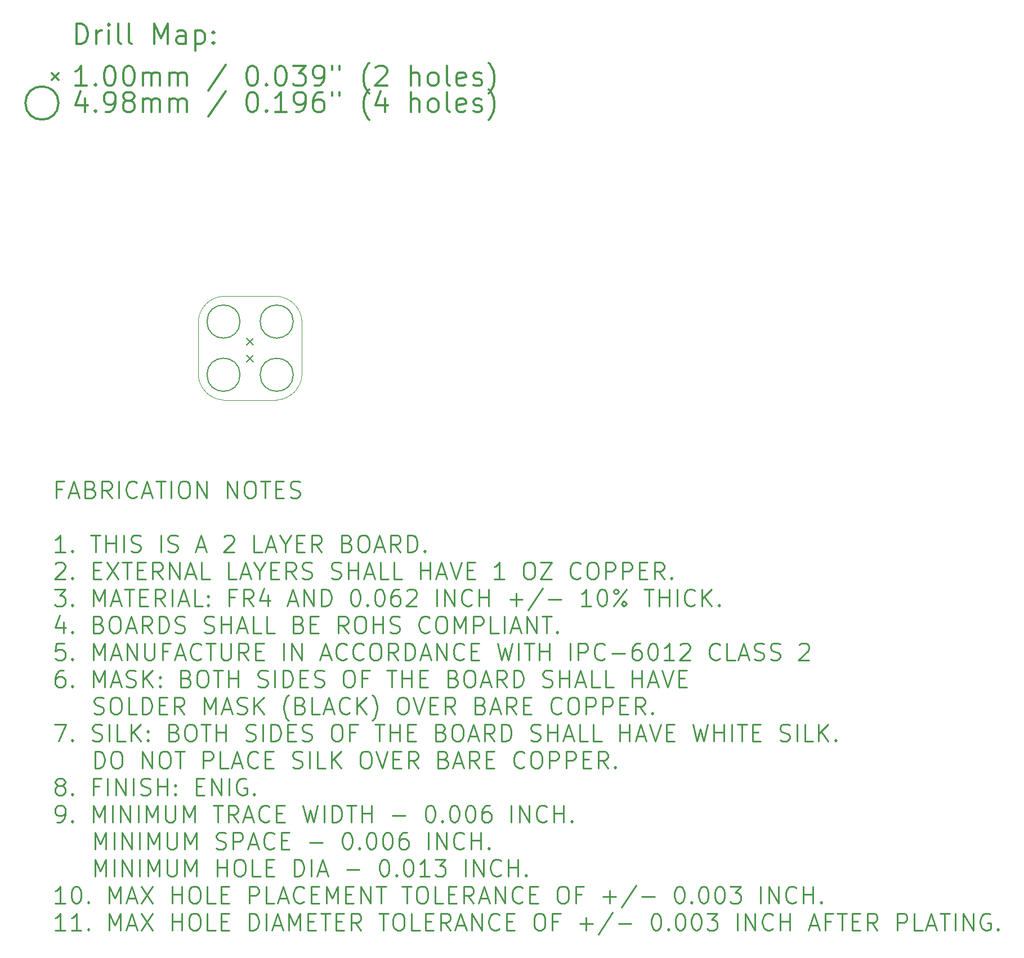
<source format=gbr>
G04 This is an RS-274x file exported by *
G04 gerbv version 2.6.0 *
G04 More information is available about gerbv at *
G04 http://gerbv.gpleda.org/ *
G04 --End of header info--*
%MOIN*%
%FSLAX34Y34*%
%IPPOS*%
G04 --Define apertures--*
%ADD10C,0.0050*%
%ADD11C,0.0079*%
%ADD12C,0.0118*%
%ADD13C,0.0138*%
%ADD14C,0.0020*%
%ADD15C,0.0100*%
G04 --Start main section--*
G54D11*
G01X0011148Y-019264D02*
G01X0011542Y-019658D01*
G01X0011542Y-019264D02*
G01X0011148Y-019658D01*
G01X0011148Y-020264D02*
G01X0011542Y-020658D01*
G01X0011542Y-020264D02*
G01X0011148Y-020658D01*
G01X0010751Y-018280D02*
G75*
G03X0010751Y-018280I-000980J0000000D01*
G01X0010751Y-021430D02*
G75*
G03X0010751Y-021430I-000980J0000000D01*
G01X0013900Y-018280D02*
G75*
G03X0013900Y-018280I-000980J0000000D01*
G01X0013900Y-021430D02*
G75*
G03X0013900Y-021430I-000980J0000000D01*
G54D12*
G01X0001069Y-001834D02*
G01X0001069Y-000652D01*
G01X0001069Y-000652D02*
G01X0001350Y-000652D01*
G01X0001350Y-000652D02*
G01X0001519Y-000709D01*
G01X0001519Y-000709D02*
G01X0001631Y-000821D01*
G01X0001631Y-000821D02*
G01X0001687Y-000934D01*
G01X0001687Y-000934D02*
G01X0001744Y-001159D01*
G01X0001744Y-001159D02*
G01X0001744Y-001327D01*
G01X0001744Y-001327D02*
G01X0001687Y-001552D01*
G01X0001687Y-001552D02*
G01X0001631Y-001665D01*
G01X0001631Y-001665D02*
G01X0001519Y-001777D01*
G01X0001519Y-001777D02*
G01X0001350Y-001834D01*
G01X0001350Y-001834D02*
G01X0001069Y-001834D01*
G01X0002250Y-001834D02*
G01X0002250Y-001046D01*
G01X0002250Y-001271D02*
G01X0002306Y-001159D01*
G01X0002306Y-001159D02*
G01X0002362Y-001102D01*
G01X0002362Y-001102D02*
G01X0002475Y-001046D01*
G01X0002475Y-001046D02*
G01X0002587Y-001046D01*
G01X0002981Y-001834D02*
G01X0002981Y-001046D01*
G01X0002981Y-000652D02*
G01X0002925Y-000709D01*
G01X0002925Y-000709D02*
G01X0002981Y-000765D01*
G01X0002981Y-000765D02*
G01X0003037Y-000709D01*
G01X0003037Y-000709D02*
G01X0002981Y-000652D01*
G01X0002981Y-000652D02*
G01X0002981Y-000765D01*
G01X0003712Y-001834D02*
G01X0003600Y-001777D01*
G01X0003600Y-001777D02*
G01X0003543Y-001665D01*
G01X0003543Y-001665D02*
G01X0003543Y-000652D01*
G01X0004331Y-001834D02*
G01X0004218Y-001777D01*
G01X0004218Y-001777D02*
G01X0004162Y-001665D01*
G01X0004162Y-001665D02*
G01X0004162Y-000652D01*
G01X0005681Y-001834D02*
G01X0005681Y-000652D01*
G01X0005681Y-000652D02*
G01X0006074Y-001496D01*
G01X0006074Y-001496D02*
G01X0006468Y-000652D01*
G01X0006468Y-000652D02*
G01X0006468Y-001834D01*
G01X0007537Y-001834D02*
G01X0007537Y-001215D01*
G01X0007537Y-001215D02*
G01X0007480Y-001102D01*
G01X0007480Y-001102D02*
G01X0007368Y-001046D01*
G01X0007368Y-001046D02*
G01X0007143Y-001046D01*
G01X0007143Y-001046D02*
G01X0007030Y-001102D01*
G01X0007537Y-001777D02*
G01X0007424Y-001834D01*
G01X0007424Y-001834D02*
G01X0007143Y-001834D01*
G01X0007143Y-001834D02*
G01X0007030Y-001777D01*
G01X0007030Y-001777D02*
G01X0006974Y-001665D01*
G01X0006974Y-001665D02*
G01X0006974Y-001552D01*
G01X0006974Y-001552D02*
G01X0007030Y-001440D01*
G01X0007030Y-001440D02*
G01X0007143Y-001384D01*
G01X0007143Y-001384D02*
G01X0007424Y-001384D01*
G01X0007424Y-001384D02*
G01X0007537Y-001327D01*
G01X0008099Y-001046D02*
G01X0008099Y-002227D01*
G01X0008099Y-001102D02*
G01X0008211Y-001046D01*
G01X0008211Y-001046D02*
G01X0008436Y-001046D01*
G01X0008436Y-001046D02*
G01X0008549Y-001102D01*
G01X0008549Y-001102D02*
G01X0008605Y-001159D01*
G01X0008605Y-001159D02*
G01X0008661Y-001271D01*
G01X0008661Y-001271D02*
G01X0008661Y-001609D01*
G01X0008661Y-001609D02*
G01X0008605Y-001721D01*
G01X0008605Y-001721D02*
G01X0008549Y-001777D01*
G01X0008549Y-001777D02*
G01X0008436Y-001834D01*
G01X0008436Y-001834D02*
G01X0008211Y-001834D01*
G01X0008211Y-001834D02*
G01X0008099Y-001777D01*
G01X0009168Y-001721D02*
G01X0009224Y-001777D01*
G01X0009224Y-001777D02*
G01X0009168Y-001834D01*
G01X0009168Y-001834D02*
G01X0009111Y-001777D01*
G01X0009111Y-001777D02*
G01X0009168Y-001721D01*
G01X0009168Y-001721D02*
G01X0009168Y-001834D01*
G01X0009168Y-001102D02*
G01X0009224Y-001159D01*
G01X0009224Y-001159D02*
G01X0009168Y-001215D01*
G01X0009168Y-001215D02*
G01X0009111Y-001159D01*
G01X0009111Y-001159D02*
G01X0009168Y-001102D01*
G01X0009168Y-001102D02*
G01X0009168Y-001215D01*
G01X-000394Y-003583D02*
G01X0000000Y-003977D01*
G01X0000000Y-003583D02*
G01X-000394Y-003977D01*
G01X0001687Y-004314D02*
G01X0001012Y-004314D01*
G01X0001350Y-004314D02*
G01X0001350Y-003133D01*
G01X0001350Y-003133D02*
G01X0001237Y-003301D01*
G01X0001237Y-003301D02*
G01X0001125Y-003414D01*
G01X0001125Y-003414D02*
G01X0001012Y-003470D01*
G01X0002193Y-004201D02*
G01X0002250Y-004258D01*
G01X0002250Y-004258D02*
G01X0002193Y-004314D01*
G01X0002193Y-004314D02*
G01X0002137Y-004258D01*
G01X0002137Y-004258D02*
G01X0002193Y-004201D01*
G01X0002193Y-004201D02*
G01X0002193Y-004314D01*
G01X0002981Y-003133D02*
G01X0003093Y-003133D01*
G01X0003093Y-003133D02*
G01X0003206Y-003189D01*
G01X0003206Y-003189D02*
G01X0003262Y-003245D01*
G01X0003262Y-003245D02*
G01X0003318Y-003358D01*
G01X0003318Y-003358D02*
G01X0003375Y-003583D01*
G01X0003375Y-003583D02*
G01X0003375Y-003864D01*
G01X0003375Y-003864D02*
G01X0003318Y-004089D01*
G01X0003318Y-004089D02*
G01X0003262Y-004201D01*
G01X0003262Y-004201D02*
G01X0003206Y-004258D01*
G01X0003206Y-004258D02*
G01X0003093Y-004314D01*
G01X0003093Y-004314D02*
G01X0002981Y-004314D01*
G01X0002981Y-004314D02*
G01X0002868Y-004258D01*
G01X0002868Y-004258D02*
G01X0002812Y-004201D01*
G01X0002812Y-004201D02*
G01X0002756Y-004089D01*
G01X0002756Y-004089D02*
G01X0002700Y-003864D01*
G01X0002700Y-003864D02*
G01X0002700Y-003583D01*
G01X0002700Y-003583D02*
G01X0002756Y-003358D01*
G01X0002756Y-003358D02*
G01X0002812Y-003245D01*
G01X0002812Y-003245D02*
G01X0002868Y-003189D01*
G01X0002868Y-003189D02*
G01X0002981Y-003133D01*
G01X0004106Y-003133D02*
G01X0004218Y-003133D01*
G01X0004218Y-003133D02*
G01X0004331Y-003189D01*
G01X0004331Y-003189D02*
G01X0004387Y-003245D01*
G01X0004387Y-003245D02*
G01X0004443Y-003358D01*
G01X0004443Y-003358D02*
G01X0004499Y-003583D01*
G01X0004499Y-003583D02*
G01X0004499Y-003864D01*
G01X0004499Y-003864D02*
G01X0004443Y-004089D01*
G01X0004443Y-004089D02*
G01X0004387Y-004201D01*
G01X0004387Y-004201D02*
G01X0004331Y-004258D01*
G01X0004331Y-004258D02*
G01X0004218Y-004314D01*
G01X0004218Y-004314D02*
G01X0004106Y-004314D01*
G01X0004106Y-004314D02*
G01X0003993Y-004258D01*
G01X0003993Y-004258D02*
G01X0003937Y-004201D01*
G01X0003937Y-004201D02*
G01X0003881Y-004089D01*
G01X0003881Y-004089D02*
G01X0003825Y-003864D01*
G01X0003825Y-003864D02*
G01X0003825Y-003583D01*
G01X0003825Y-003583D02*
G01X0003881Y-003358D01*
G01X0003881Y-003358D02*
G01X0003937Y-003245D01*
G01X0003937Y-003245D02*
G01X0003993Y-003189D01*
G01X0003993Y-003189D02*
G01X0004106Y-003133D01*
G01X0005006Y-004314D02*
G01X0005006Y-003526D01*
G01X0005006Y-003639D02*
G01X0005062Y-003583D01*
G01X0005062Y-003583D02*
G01X0005174Y-003526D01*
G01X0005174Y-003526D02*
G01X0005343Y-003526D01*
G01X0005343Y-003526D02*
G01X0005456Y-003583D01*
G01X0005456Y-003583D02*
G01X0005512Y-003695D01*
G01X0005512Y-003695D02*
G01X0005512Y-004314D01*
G01X0005512Y-003695D02*
G01X0005568Y-003583D01*
G01X0005568Y-003583D02*
G01X0005681Y-003526D01*
G01X0005681Y-003526D02*
G01X0005849Y-003526D01*
G01X0005849Y-003526D02*
G01X0005962Y-003583D01*
G01X0005962Y-003583D02*
G01X0006018Y-003695D01*
G01X0006018Y-003695D02*
G01X0006018Y-004314D01*
G01X0006580Y-004314D02*
G01X0006580Y-003526D01*
G01X0006580Y-003639D02*
G01X0006637Y-003583D01*
G01X0006637Y-003583D02*
G01X0006749Y-003526D01*
G01X0006749Y-003526D02*
G01X0006918Y-003526D01*
G01X0006918Y-003526D02*
G01X0007030Y-003583D01*
G01X0007030Y-003583D02*
G01X0007087Y-003695D01*
G01X0007087Y-003695D02*
G01X0007087Y-004314D01*
G01X0007087Y-003695D02*
G01X0007143Y-003583D01*
G01X0007143Y-003583D02*
G01X0007255Y-003526D01*
G01X0007255Y-003526D02*
G01X0007424Y-003526D01*
G01X0007424Y-003526D02*
G01X0007537Y-003583D01*
G01X0007537Y-003583D02*
G01X0007593Y-003695D01*
G01X0007593Y-003695D02*
G01X0007593Y-004314D01*
G01X0009899Y-003076D02*
G01X0008886Y-004595D01*
G01X0011417Y-003133D02*
G01X0011530Y-003133D01*
G01X0011530Y-003133D02*
G01X0011642Y-003189D01*
G01X0011642Y-003189D02*
G01X0011699Y-003245D01*
G01X0011699Y-003245D02*
G01X0011755Y-003358D01*
G01X0011755Y-003358D02*
G01X0011811Y-003583D01*
G01X0011811Y-003583D02*
G01X0011811Y-003864D01*
G01X0011811Y-003864D02*
G01X0011755Y-004089D01*
G01X0011755Y-004089D02*
G01X0011699Y-004201D01*
G01X0011699Y-004201D02*
G01X0011642Y-004258D01*
G01X0011642Y-004258D02*
G01X0011530Y-004314D01*
G01X0011530Y-004314D02*
G01X0011417Y-004314D01*
G01X0011417Y-004314D02*
G01X0011305Y-004258D01*
G01X0011305Y-004258D02*
G01X0011249Y-004201D01*
G01X0011249Y-004201D02*
G01X0011192Y-004089D01*
G01X0011192Y-004089D02*
G01X0011136Y-003864D01*
G01X0011136Y-003864D02*
G01X0011136Y-003583D01*
G01X0011136Y-003583D02*
G01X0011192Y-003358D01*
G01X0011192Y-003358D02*
G01X0011249Y-003245D01*
G01X0011249Y-003245D02*
G01X0011305Y-003189D01*
G01X0011305Y-003189D02*
G01X0011417Y-003133D01*
G01X0012317Y-004201D02*
G01X0012373Y-004258D01*
G01X0012373Y-004258D02*
G01X0012317Y-004314D01*
G01X0012317Y-004314D02*
G01X0012261Y-004258D01*
G01X0012261Y-004258D02*
G01X0012317Y-004201D01*
G01X0012317Y-004201D02*
G01X0012317Y-004314D01*
G01X0013105Y-003133D02*
G01X0013217Y-003133D01*
G01X0013217Y-003133D02*
G01X0013330Y-003189D01*
G01X0013330Y-003189D02*
G01X0013386Y-003245D01*
G01X0013386Y-003245D02*
G01X0013442Y-003358D01*
G01X0013442Y-003358D02*
G01X0013498Y-003583D01*
G01X0013498Y-003583D02*
G01X0013498Y-003864D01*
G01X0013498Y-003864D02*
G01X0013442Y-004089D01*
G01X0013442Y-004089D02*
G01X0013386Y-004201D01*
G01X0013386Y-004201D02*
G01X0013330Y-004258D01*
G01X0013330Y-004258D02*
G01X0013217Y-004314D01*
G01X0013217Y-004314D02*
G01X0013105Y-004314D01*
G01X0013105Y-004314D02*
G01X0012992Y-004258D01*
G01X0012992Y-004258D02*
G01X0012936Y-004201D01*
G01X0012936Y-004201D02*
G01X0012880Y-004089D01*
G01X0012880Y-004089D02*
G01X0012823Y-003864D01*
G01X0012823Y-003864D02*
G01X0012823Y-003583D01*
G01X0012823Y-003583D02*
G01X0012880Y-003358D01*
G01X0012880Y-003358D02*
G01X0012936Y-003245D01*
G01X0012936Y-003245D02*
G01X0012992Y-003189D01*
G01X0012992Y-003189D02*
G01X0013105Y-003133D01*
G01X0013892Y-003133D02*
G01X0014623Y-003133D01*
G01X0014623Y-003133D02*
G01X0014229Y-003583D01*
G01X0014229Y-003583D02*
G01X0014398Y-003583D01*
G01X0014398Y-003583D02*
G01X0014511Y-003639D01*
G01X0014511Y-003639D02*
G01X0014567Y-003695D01*
G01X0014567Y-003695D02*
G01X0014623Y-003808D01*
G01X0014623Y-003808D02*
G01X0014623Y-004089D01*
G01X0014623Y-004089D02*
G01X0014567Y-004201D01*
G01X0014567Y-004201D02*
G01X0014511Y-004258D01*
G01X0014511Y-004258D02*
G01X0014398Y-004314D01*
G01X0014398Y-004314D02*
G01X0014061Y-004314D01*
G01X0014061Y-004314D02*
G01X0013948Y-004258D01*
G01X0013948Y-004258D02*
G01X0013892Y-004201D01*
G01X0015186Y-004314D02*
G01X0015411Y-004314D01*
G01X0015411Y-004314D02*
G01X0015523Y-004258D01*
G01X0015523Y-004258D02*
G01X0015579Y-004201D01*
G01X0015579Y-004201D02*
G01X0015692Y-004033D01*
G01X0015692Y-004033D02*
G01X0015748Y-003808D01*
G01X0015748Y-003808D02*
G01X0015748Y-003358D01*
G01X0015748Y-003358D02*
G01X0015692Y-003245D01*
G01X0015692Y-003245D02*
G01X0015636Y-003189D01*
G01X0015636Y-003189D02*
G01X0015523Y-003133D01*
G01X0015523Y-003133D02*
G01X0015298Y-003133D01*
G01X0015298Y-003133D02*
G01X0015186Y-003189D01*
G01X0015186Y-003189D02*
G01X0015129Y-003245D01*
G01X0015129Y-003245D02*
G01X0015073Y-003358D01*
G01X0015073Y-003358D02*
G01X0015073Y-003639D01*
G01X0015073Y-003639D02*
G01X0015129Y-003751D01*
G01X0015129Y-003751D02*
G01X0015186Y-003808D01*
G01X0015186Y-003808D02*
G01X0015298Y-003864D01*
G01X0015298Y-003864D02*
G01X0015523Y-003864D01*
G01X0015523Y-003864D02*
G01X0015636Y-003808D01*
G01X0015636Y-003808D02*
G01X0015692Y-003751D01*
G01X0015692Y-003751D02*
G01X0015748Y-003639D01*
G01X0016198Y-003133D02*
G01X0016198Y-003358D01*
G01X0016648Y-003133D02*
G01X0016648Y-003358D01*
G01X0018391Y-004764D02*
G01X0018335Y-004708D01*
G01X0018335Y-004708D02*
G01X0018223Y-004539D01*
G01X0018223Y-004539D02*
G01X0018166Y-004426D01*
G01X0018166Y-004426D02*
G01X0018110Y-004258D01*
G01X0018110Y-004258D02*
G01X0018054Y-003976D01*
G01X0018054Y-003976D02*
G01X0018054Y-003751D01*
G01X0018054Y-003751D02*
G01X0018110Y-003470D01*
G01X0018110Y-003470D02*
G01X0018166Y-003301D01*
G01X0018166Y-003301D02*
G01X0018223Y-003189D01*
G01X0018223Y-003189D02*
G01X0018335Y-003020D01*
G01X0018335Y-003020D02*
G01X0018391Y-002964D01*
G01X0018785Y-003245D02*
G01X0018841Y-003189D01*
G01X0018841Y-003189D02*
G01X0018954Y-003133D01*
G01X0018954Y-003133D02*
G01X0019235Y-003133D01*
G01X0019235Y-003133D02*
G01X0019348Y-003189D01*
G01X0019348Y-003189D02*
G01X0019404Y-003245D01*
G01X0019404Y-003245D02*
G01X0019460Y-003358D01*
G01X0019460Y-003358D02*
G01X0019460Y-003470D01*
G01X0019460Y-003470D02*
G01X0019404Y-003639D01*
G01X0019404Y-003639D02*
G01X0018729Y-004314D01*
G01X0018729Y-004314D02*
G01X0019460Y-004314D01*
G01X0020866Y-004314D02*
G01X0020866Y-003133D01*
G01X0021372Y-004314D02*
G01X0021372Y-003695D01*
G01X0021372Y-003695D02*
G01X0021316Y-003583D01*
G01X0021316Y-003583D02*
G01X0021204Y-003526D01*
G01X0021204Y-003526D02*
G01X0021035Y-003526D01*
G01X0021035Y-003526D02*
G01X0020922Y-003583D01*
G01X0020922Y-003583D02*
G01X0020866Y-003639D01*
G01X0022103Y-004314D02*
G01X0021991Y-004258D01*
G01X0021991Y-004258D02*
G01X0021935Y-004201D01*
G01X0021935Y-004201D02*
G01X0021879Y-004089D01*
G01X0021879Y-004089D02*
G01X0021879Y-003751D01*
G01X0021879Y-003751D02*
G01X0021935Y-003639D01*
G01X0021935Y-003639D02*
G01X0021991Y-003583D01*
G01X0021991Y-003583D02*
G01X0022103Y-003526D01*
G01X0022103Y-003526D02*
G01X0022272Y-003526D01*
G01X0022272Y-003526D02*
G01X0022385Y-003583D01*
G01X0022385Y-003583D02*
G01X0022441Y-003639D01*
G01X0022441Y-003639D02*
G01X0022497Y-003751D01*
G01X0022497Y-003751D02*
G01X0022497Y-004089D01*
G01X0022497Y-004089D02*
G01X0022441Y-004201D01*
G01X0022441Y-004201D02*
G01X0022385Y-004258D01*
G01X0022385Y-004258D02*
G01X0022272Y-004314D01*
G01X0022272Y-004314D02*
G01X0022103Y-004314D01*
G01X0023172Y-004314D02*
G01X0023060Y-004258D01*
G01X0023060Y-004258D02*
G01X0023003Y-004145D01*
G01X0023003Y-004145D02*
G01X0023003Y-003133D01*
G01X0024072Y-004258D02*
G01X0023960Y-004314D01*
G01X0023960Y-004314D02*
G01X0023735Y-004314D01*
G01X0023735Y-004314D02*
G01X0023622Y-004258D01*
G01X0023622Y-004258D02*
G01X0023566Y-004145D01*
G01X0023566Y-004145D02*
G01X0023566Y-003695D01*
G01X0023566Y-003695D02*
G01X0023622Y-003583D01*
G01X0023622Y-003583D02*
G01X0023735Y-003526D01*
G01X0023735Y-003526D02*
G01X0023960Y-003526D01*
G01X0023960Y-003526D02*
G01X0024072Y-003583D01*
G01X0024072Y-003583D02*
G01X0024128Y-003695D01*
G01X0024128Y-003695D02*
G01X0024128Y-003808D01*
G01X0024128Y-003808D02*
G01X0023566Y-003920D01*
G01X0024578Y-004258D02*
G01X0024691Y-004314D01*
G01X0024691Y-004314D02*
G01X0024916Y-004314D01*
G01X0024916Y-004314D02*
G01X0025028Y-004258D01*
G01X0025028Y-004258D02*
G01X0025084Y-004145D01*
G01X0025084Y-004145D02*
G01X0025084Y-004089D01*
G01X0025084Y-004089D02*
G01X0025028Y-003976D01*
G01X0025028Y-003976D02*
G01X0024916Y-003920D01*
G01X0024916Y-003920D02*
G01X0024747Y-003920D01*
G01X0024747Y-003920D02*
G01X0024634Y-003864D01*
G01X0024634Y-003864D02*
G01X0024578Y-003751D01*
G01X0024578Y-003751D02*
G01X0024578Y-003695D01*
G01X0024578Y-003695D02*
G01X0024634Y-003583D01*
G01X0024634Y-003583D02*
G01X0024747Y-003526D01*
G01X0024747Y-003526D02*
G01X0024916Y-003526D01*
G01X0024916Y-003526D02*
G01X0025028Y-003583D01*
G01X0025478Y-004764D02*
G01X0025534Y-004708D01*
G01X0025534Y-004708D02*
G01X0025647Y-004539D01*
G01X0025647Y-004539D02*
G01X0025703Y-004426D01*
G01X0025703Y-004426D02*
G01X0025759Y-004258D01*
G01X0025759Y-004258D02*
G01X0025816Y-003976D01*
G01X0025816Y-003976D02*
G01X0025816Y-003751D01*
G01X0025816Y-003751D02*
G01X0025759Y-003470D01*
G01X0025759Y-003470D02*
G01X0025703Y-003301D01*
G01X0025703Y-003301D02*
G01X0025647Y-003189D01*
G01X0025647Y-003189D02*
G01X0025534Y-003020D01*
G01X0025534Y-003020D02*
G01X0025478Y-002964D01*
G01X0000000Y-005339D02*
G75*
G03X0000000Y-005339I-000980J0000000D01*
G01X0001575Y-005085D02*
G01X0001575Y-005873D01*
G01X0001294Y-004636D02*
G01X0001012Y-005479D01*
G01X0001012Y-005479D02*
G01X0001744Y-005479D01*
G01X0002193Y-005760D02*
G01X0002250Y-005817D01*
G01X0002250Y-005817D02*
G01X0002193Y-005873D01*
G01X0002193Y-005873D02*
G01X0002137Y-005817D01*
G01X0002137Y-005817D02*
G01X0002193Y-005760D01*
G01X0002193Y-005760D02*
G01X0002193Y-005873D01*
G01X0002812Y-005873D02*
G01X0003037Y-005873D01*
G01X0003037Y-005873D02*
G01X0003150Y-005817D01*
G01X0003150Y-005817D02*
G01X0003206Y-005760D01*
G01X0003206Y-005760D02*
G01X0003318Y-005592D01*
G01X0003318Y-005592D02*
G01X0003375Y-005367D01*
G01X0003375Y-005367D02*
G01X0003375Y-004917D01*
G01X0003375Y-004917D02*
G01X0003318Y-004804D01*
G01X0003318Y-004804D02*
G01X0003262Y-004748D01*
G01X0003262Y-004748D02*
G01X0003150Y-004692D01*
G01X0003150Y-004692D02*
G01X0002925Y-004692D01*
G01X0002925Y-004692D02*
G01X0002812Y-004748D01*
G01X0002812Y-004748D02*
G01X0002756Y-004804D01*
G01X0002756Y-004804D02*
G01X0002700Y-004917D01*
G01X0002700Y-004917D02*
G01X0002700Y-005198D01*
G01X0002700Y-005198D02*
G01X0002756Y-005310D01*
G01X0002756Y-005310D02*
G01X0002812Y-005367D01*
G01X0002812Y-005367D02*
G01X0002925Y-005423D01*
G01X0002925Y-005423D02*
G01X0003150Y-005423D01*
G01X0003150Y-005423D02*
G01X0003262Y-005367D01*
G01X0003262Y-005367D02*
G01X0003318Y-005310D01*
G01X0003318Y-005310D02*
G01X0003375Y-005198D01*
G01X0004049Y-005198D02*
G01X0003937Y-005142D01*
G01X0003937Y-005142D02*
G01X0003881Y-005085D01*
G01X0003881Y-005085D02*
G01X0003825Y-004973D01*
G01X0003825Y-004973D02*
G01X0003825Y-004917D01*
G01X0003825Y-004917D02*
G01X0003881Y-004804D01*
G01X0003881Y-004804D02*
G01X0003937Y-004748D01*
G01X0003937Y-004748D02*
G01X0004049Y-004692D01*
G01X0004049Y-004692D02*
G01X0004274Y-004692D01*
G01X0004274Y-004692D02*
G01X0004387Y-004748D01*
G01X0004387Y-004748D02*
G01X0004443Y-004804D01*
G01X0004443Y-004804D02*
G01X0004499Y-004917D01*
G01X0004499Y-004917D02*
G01X0004499Y-004973D01*
G01X0004499Y-004973D02*
G01X0004443Y-005085D01*
G01X0004443Y-005085D02*
G01X0004387Y-005142D01*
G01X0004387Y-005142D02*
G01X0004274Y-005198D01*
G01X0004274Y-005198D02*
G01X0004049Y-005198D01*
G01X0004049Y-005198D02*
G01X0003937Y-005254D01*
G01X0003937Y-005254D02*
G01X0003881Y-005310D01*
G01X0003881Y-005310D02*
G01X0003825Y-005423D01*
G01X0003825Y-005423D02*
G01X0003825Y-005648D01*
G01X0003825Y-005648D02*
G01X0003881Y-005760D01*
G01X0003881Y-005760D02*
G01X0003937Y-005817D01*
G01X0003937Y-005817D02*
G01X0004049Y-005873D01*
G01X0004049Y-005873D02*
G01X0004274Y-005873D01*
G01X0004274Y-005873D02*
G01X0004387Y-005817D01*
G01X0004387Y-005817D02*
G01X0004443Y-005760D01*
G01X0004443Y-005760D02*
G01X0004499Y-005648D01*
G01X0004499Y-005648D02*
G01X0004499Y-005423D01*
G01X0004499Y-005423D02*
G01X0004443Y-005310D01*
G01X0004443Y-005310D02*
G01X0004387Y-005254D01*
G01X0004387Y-005254D02*
G01X0004274Y-005198D01*
G01X0005006Y-005873D02*
G01X0005006Y-005085D01*
G01X0005006Y-005198D02*
G01X0005062Y-005142D01*
G01X0005062Y-005142D02*
G01X0005174Y-005085D01*
G01X0005174Y-005085D02*
G01X0005343Y-005085D01*
G01X0005343Y-005085D02*
G01X0005456Y-005142D01*
G01X0005456Y-005142D02*
G01X0005512Y-005254D01*
G01X0005512Y-005254D02*
G01X0005512Y-005873D01*
G01X0005512Y-005254D02*
G01X0005568Y-005142D01*
G01X0005568Y-005142D02*
G01X0005681Y-005085D01*
G01X0005681Y-005085D02*
G01X0005849Y-005085D01*
G01X0005849Y-005085D02*
G01X0005962Y-005142D01*
G01X0005962Y-005142D02*
G01X0006018Y-005254D01*
G01X0006018Y-005254D02*
G01X0006018Y-005873D01*
G01X0006580Y-005873D02*
G01X0006580Y-005085D01*
G01X0006580Y-005198D02*
G01X0006637Y-005142D01*
G01X0006637Y-005142D02*
G01X0006749Y-005085D01*
G01X0006749Y-005085D02*
G01X0006918Y-005085D01*
G01X0006918Y-005085D02*
G01X0007030Y-005142D01*
G01X0007030Y-005142D02*
G01X0007087Y-005254D01*
G01X0007087Y-005254D02*
G01X0007087Y-005873D01*
G01X0007087Y-005254D02*
G01X0007143Y-005142D01*
G01X0007143Y-005142D02*
G01X0007255Y-005085D01*
G01X0007255Y-005085D02*
G01X0007424Y-005085D01*
G01X0007424Y-005085D02*
G01X0007537Y-005142D01*
G01X0007537Y-005142D02*
G01X0007593Y-005254D01*
G01X0007593Y-005254D02*
G01X0007593Y-005873D01*
G01X0009899Y-004636D02*
G01X0008886Y-006154D01*
G01X0011417Y-004692D02*
G01X0011530Y-004692D01*
G01X0011530Y-004692D02*
G01X0011642Y-004748D01*
G01X0011642Y-004748D02*
G01X0011699Y-004804D01*
G01X0011699Y-004804D02*
G01X0011755Y-004917D01*
G01X0011755Y-004917D02*
G01X0011811Y-005142D01*
G01X0011811Y-005142D02*
G01X0011811Y-005423D01*
G01X0011811Y-005423D02*
G01X0011755Y-005648D01*
G01X0011755Y-005648D02*
G01X0011699Y-005760D01*
G01X0011699Y-005760D02*
G01X0011642Y-005817D01*
G01X0011642Y-005817D02*
G01X0011530Y-005873D01*
G01X0011530Y-005873D02*
G01X0011417Y-005873D01*
G01X0011417Y-005873D02*
G01X0011305Y-005817D01*
G01X0011305Y-005817D02*
G01X0011249Y-005760D01*
G01X0011249Y-005760D02*
G01X0011192Y-005648D01*
G01X0011192Y-005648D02*
G01X0011136Y-005423D01*
G01X0011136Y-005423D02*
G01X0011136Y-005142D01*
G01X0011136Y-005142D02*
G01X0011192Y-004917D01*
G01X0011192Y-004917D02*
G01X0011249Y-004804D01*
G01X0011249Y-004804D02*
G01X0011305Y-004748D01*
G01X0011305Y-004748D02*
G01X0011417Y-004692D01*
G01X0012317Y-005760D02*
G01X0012373Y-005817D01*
G01X0012373Y-005817D02*
G01X0012317Y-005873D01*
G01X0012317Y-005873D02*
G01X0012261Y-005817D01*
G01X0012261Y-005817D02*
G01X0012317Y-005760D01*
G01X0012317Y-005760D02*
G01X0012317Y-005873D01*
G01X0013498Y-005873D02*
G01X0012823Y-005873D01*
G01X0013161Y-005873D02*
G01X0013161Y-004692D01*
G01X0013161Y-004692D02*
G01X0013048Y-004861D01*
G01X0013048Y-004861D02*
G01X0012936Y-004973D01*
G01X0012936Y-004973D02*
G01X0012823Y-005029D01*
G01X0014061Y-005873D02*
G01X0014286Y-005873D01*
G01X0014286Y-005873D02*
G01X0014398Y-005817D01*
G01X0014398Y-005817D02*
G01X0014454Y-005760D01*
G01X0014454Y-005760D02*
G01X0014567Y-005592D01*
G01X0014567Y-005592D02*
G01X0014623Y-005367D01*
G01X0014623Y-005367D02*
G01X0014623Y-004917D01*
G01X0014623Y-004917D02*
G01X0014567Y-004804D01*
G01X0014567Y-004804D02*
G01X0014511Y-004748D01*
G01X0014511Y-004748D02*
G01X0014398Y-004692D01*
G01X0014398Y-004692D02*
G01X0014173Y-004692D01*
G01X0014173Y-004692D02*
G01X0014061Y-004748D01*
G01X0014061Y-004748D02*
G01X0014005Y-004804D01*
G01X0014005Y-004804D02*
G01X0013948Y-004917D01*
G01X0013948Y-004917D02*
G01X0013948Y-005198D01*
G01X0013948Y-005198D02*
G01X0014005Y-005310D01*
G01X0014005Y-005310D02*
G01X0014061Y-005367D01*
G01X0014061Y-005367D02*
G01X0014173Y-005423D01*
G01X0014173Y-005423D02*
G01X0014398Y-005423D01*
G01X0014398Y-005423D02*
G01X0014511Y-005367D01*
G01X0014511Y-005367D02*
G01X0014567Y-005310D01*
G01X0014567Y-005310D02*
G01X0014623Y-005198D01*
G01X0015636Y-004692D02*
G01X0015411Y-004692D01*
G01X0015411Y-004692D02*
G01X0015298Y-004748D01*
G01X0015298Y-004748D02*
G01X0015242Y-004804D01*
G01X0015242Y-004804D02*
G01X0015129Y-004973D01*
G01X0015129Y-004973D02*
G01X0015073Y-005198D01*
G01X0015073Y-005198D02*
G01X0015073Y-005648D01*
G01X0015073Y-005648D02*
G01X0015129Y-005760D01*
G01X0015129Y-005760D02*
G01X0015186Y-005817D01*
G01X0015186Y-005817D02*
G01X0015298Y-005873D01*
G01X0015298Y-005873D02*
G01X0015523Y-005873D01*
G01X0015523Y-005873D02*
G01X0015636Y-005817D01*
G01X0015636Y-005817D02*
G01X0015692Y-005760D01*
G01X0015692Y-005760D02*
G01X0015748Y-005648D01*
G01X0015748Y-005648D02*
G01X0015748Y-005367D01*
G01X0015748Y-005367D02*
G01X0015692Y-005254D01*
G01X0015692Y-005254D02*
G01X0015636Y-005198D01*
G01X0015636Y-005198D02*
G01X0015523Y-005142D01*
G01X0015523Y-005142D02*
G01X0015298Y-005142D01*
G01X0015298Y-005142D02*
G01X0015186Y-005198D01*
G01X0015186Y-005198D02*
G01X0015129Y-005254D01*
G01X0015129Y-005254D02*
G01X0015073Y-005367D01*
G01X0016198Y-004692D02*
G01X0016198Y-004917D01*
G01X0016648Y-004692D02*
G01X0016648Y-004917D01*
G01X0018391Y-006323D02*
G01X0018335Y-006267D01*
G01X0018335Y-006267D02*
G01X0018223Y-006098D01*
G01X0018223Y-006098D02*
G01X0018166Y-005985D01*
G01X0018166Y-005985D02*
G01X0018110Y-005817D01*
G01X0018110Y-005817D02*
G01X0018054Y-005535D01*
G01X0018054Y-005535D02*
G01X0018054Y-005310D01*
G01X0018054Y-005310D02*
G01X0018110Y-005029D01*
G01X0018110Y-005029D02*
G01X0018166Y-004861D01*
G01X0018166Y-004861D02*
G01X0018223Y-004748D01*
G01X0018223Y-004748D02*
G01X0018335Y-004579D01*
G01X0018335Y-004579D02*
G01X0018391Y-004523D01*
G01X0019348Y-005085D02*
G01X0019348Y-005873D01*
G01X0019066Y-004636D02*
G01X0018785Y-005479D01*
G01X0018785Y-005479D02*
G01X0019516Y-005479D01*
G01X0020866Y-005873D02*
G01X0020866Y-004692D01*
G01X0021372Y-005873D02*
G01X0021372Y-005254D01*
G01X0021372Y-005254D02*
G01X0021316Y-005142D01*
G01X0021316Y-005142D02*
G01X0021204Y-005085D01*
G01X0021204Y-005085D02*
G01X0021035Y-005085D01*
G01X0021035Y-005085D02*
G01X0020922Y-005142D01*
G01X0020922Y-005142D02*
G01X0020866Y-005198D01*
G01X0022103Y-005873D02*
G01X0021991Y-005817D01*
G01X0021991Y-005817D02*
G01X0021935Y-005760D01*
G01X0021935Y-005760D02*
G01X0021879Y-005648D01*
G01X0021879Y-005648D02*
G01X0021879Y-005310D01*
G01X0021879Y-005310D02*
G01X0021935Y-005198D01*
G01X0021935Y-005198D02*
G01X0021991Y-005142D01*
G01X0021991Y-005142D02*
G01X0022103Y-005085D01*
G01X0022103Y-005085D02*
G01X0022272Y-005085D01*
G01X0022272Y-005085D02*
G01X0022385Y-005142D01*
G01X0022385Y-005142D02*
G01X0022441Y-005198D01*
G01X0022441Y-005198D02*
G01X0022497Y-005310D01*
G01X0022497Y-005310D02*
G01X0022497Y-005648D01*
G01X0022497Y-005648D02*
G01X0022441Y-005760D01*
G01X0022441Y-005760D02*
G01X0022385Y-005817D01*
G01X0022385Y-005817D02*
G01X0022272Y-005873D01*
G01X0022272Y-005873D02*
G01X0022103Y-005873D01*
G01X0023172Y-005873D02*
G01X0023060Y-005817D01*
G01X0023060Y-005817D02*
G01X0023003Y-005704D01*
G01X0023003Y-005704D02*
G01X0023003Y-004692D01*
G01X0024072Y-005817D02*
G01X0023960Y-005873D01*
G01X0023960Y-005873D02*
G01X0023735Y-005873D01*
G01X0023735Y-005873D02*
G01X0023622Y-005817D01*
G01X0023622Y-005817D02*
G01X0023566Y-005704D01*
G01X0023566Y-005704D02*
G01X0023566Y-005254D01*
G01X0023566Y-005254D02*
G01X0023622Y-005142D01*
G01X0023622Y-005142D02*
G01X0023735Y-005085D01*
G01X0023735Y-005085D02*
G01X0023960Y-005085D01*
G01X0023960Y-005085D02*
G01X0024072Y-005142D01*
G01X0024072Y-005142D02*
G01X0024128Y-005254D01*
G01X0024128Y-005254D02*
G01X0024128Y-005367D01*
G01X0024128Y-005367D02*
G01X0023566Y-005479D01*
G01X0024578Y-005817D02*
G01X0024691Y-005873D01*
G01X0024691Y-005873D02*
G01X0024916Y-005873D01*
G01X0024916Y-005873D02*
G01X0025028Y-005817D01*
G01X0025028Y-005817D02*
G01X0025084Y-005704D01*
G01X0025084Y-005704D02*
G01X0025084Y-005648D01*
G01X0025084Y-005648D02*
G01X0025028Y-005535D01*
G01X0025028Y-005535D02*
G01X0024916Y-005479D01*
G01X0024916Y-005479D02*
G01X0024747Y-005479D01*
G01X0024747Y-005479D02*
G01X0024634Y-005423D01*
G01X0024634Y-005423D02*
G01X0024578Y-005310D01*
G01X0024578Y-005310D02*
G01X0024578Y-005254D01*
G01X0024578Y-005254D02*
G01X0024634Y-005142D01*
G01X0024634Y-005142D02*
G01X0024747Y-005085D01*
G01X0024747Y-005085D02*
G01X0024916Y-005085D01*
G01X0024916Y-005085D02*
G01X0025028Y-005142D01*
G01X0025478Y-006323D02*
G01X0025534Y-006267D01*
G01X0025534Y-006267D02*
G01X0025647Y-006098D01*
G01X0025647Y-006098D02*
G01X0025703Y-005985D01*
G01X0025703Y-005985D02*
G01X0025759Y-005817D01*
G01X0025759Y-005817D02*
G01X0025816Y-005535D01*
G01X0025816Y-005535D02*
G01X0025816Y-005310D01*
G01X0025816Y-005310D02*
G01X0025759Y-005029D01*
G01X0025759Y-005029D02*
G01X0025703Y-004861D01*
G01X0025703Y-004861D02*
G01X0025647Y-004748D01*
G01X0025647Y-004748D02*
G01X0025534Y-004579D01*
G01X0025534Y-004579D02*
G01X0025478Y-004523D01*
G01X0000000Y0000000D02*
G54D14*
G01X0008273Y-021434D02*
G75*
G03X0009770Y-022926I0001574J0000083D01*
G01X0014416Y-018280D02*
G01X0014416Y-021430D01*
G01X0009770Y-016784D02*
G01X0012920Y-016784D01*
G01X0009770Y-022926D02*
G01X0012920Y-022926D01*
G01X0008274Y-018280D02*
G01X0008274Y-021430D01*
G01X0012924Y-022927D02*
G75*
G03X0014416Y-021430I-000083J0001574D01*
G01X0009766Y-016783D02*
G75*
G03X0008274Y-018280I0000083J-001574D01*
G01X0014417Y-018276D02*
G75*
G03X0012920Y-016784I-001574J-000083D01*
G01X0000000Y0000000D02*
G54D15*
G01X0000201Y-028209D02*
G01X-000132Y-028209D01*
G01X-000132Y-028732D02*
G01X-000132Y-027732D01*
G01X-000132Y-027732D02*
G01X0000344Y-027732D01*
G01X0000678Y-028447D02*
G01X0001154Y-028447D01*
G01X0000582Y-028732D02*
G01X0000916Y-027732D01*
G01X0000916Y-027732D02*
G01X0001249Y-028732D01*
G01X0001916Y-028209D02*
G01X0002059Y-028256D01*
G01X0002059Y-028256D02*
G01X0002106Y-028304D01*
G01X0002106Y-028304D02*
G01X0002154Y-028399D01*
G01X0002154Y-028399D02*
G01X0002154Y-028542D01*
G01X0002154Y-028542D02*
G01X0002106Y-028637D01*
G01X0002106Y-028637D02*
G01X0002059Y-028685D01*
G01X0002059Y-028685D02*
G01X0001963Y-028732D01*
G01X0001963Y-028732D02*
G01X0001582Y-028732D01*
G01X0001582Y-028732D02*
G01X0001582Y-027732D01*
G01X0001582Y-027732D02*
G01X0001916Y-027732D01*
G01X0001916Y-027732D02*
G01X0002011Y-027780D01*
G01X0002011Y-027780D02*
G01X0002059Y-027828D01*
G01X0002059Y-027828D02*
G01X0002106Y-027923D01*
G01X0002106Y-027923D02*
G01X0002106Y-028018D01*
G01X0002106Y-028018D02*
G01X0002059Y-028113D01*
G01X0002059Y-028113D02*
G01X0002011Y-028161D01*
G01X0002011Y-028161D02*
G01X0001916Y-028209D01*
G01X0001916Y-028209D02*
G01X0001582Y-028209D01*
G01X0003154Y-028732D02*
G01X0002820Y-028256D01*
G01X0002582Y-028732D02*
G01X0002582Y-027732D01*
G01X0002582Y-027732D02*
G01X0002963Y-027732D01*
G01X0002963Y-027732D02*
G01X0003059Y-027780D01*
G01X0003059Y-027780D02*
G01X0003106Y-027828D01*
G01X0003106Y-027828D02*
G01X0003154Y-027923D01*
G01X0003154Y-027923D02*
G01X0003154Y-028066D01*
G01X0003154Y-028066D02*
G01X0003106Y-028161D01*
G01X0003106Y-028161D02*
G01X0003059Y-028209D01*
G01X0003059Y-028209D02*
G01X0002963Y-028256D01*
G01X0002963Y-028256D02*
G01X0002582Y-028256D01*
G01X0003582Y-028732D02*
G01X0003582Y-027732D01*
G01X0004630Y-028637D02*
G01X0004582Y-028685D01*
G01X0004582Y-028685D02*
G01X0004440Y-028732D01*
G01X0004440Y-028732D02*
G01X0004344Y-028732D01*
G01X0004344Y-028732D02*
G01X0004201Y-028685D01*
G01X0004201Y-028685D02*
G01X0004106Y-028590D01*
G01X0004106Y-028590D02*
G01X0004059Y-028494D01*
G01X0004059Y-028494D02*
G01X0004011Y-028304D01*
G01X0004011Y-028304D02*
G01X0004011Y-028161D01*
G01X0004011Y-028161D02*
G01X0004059Y-027970D01*
G01X0004059Y-027970D02*
G01X0004106Y-027875D01*
G01X0004106Y-027875D02*
G01X0004201Y-027780D01*
G01X0004201Y-027780D02*
G01X0004344Y-027732D01*
G01X0004344Y-027732D02*
G01X0004440Y-027732D01*
G01X0004440Y-027732D02*
G01X0004582Y-027780D01*
G01X0004582Y-027780D02*
G01X0004630Y-027828D01*
G01X0005011Y-028447D02*
G01X0005487Y-028447D01*
G01X0004916Y-028732D02*
G01X0005249Y-027732D01*
G01X0005249Y-027732D02*
G01X0005582Y-028732D01*
G01X0005773Y-027732D02*
G01X0006344Y-027732D01*
G01X0006059Y-028732D02*
G01X0006059Y-027732D01*
G01X0006678Y-028732D02*
G01X0006678Y-027732D01*
G01X0007344Y-027732D02*
G01X0007535Y-027732D01*
G01X0007535Y-027732D02*
G01X0007630Y-027780D01*
G01X0007630Y-027780D02*
G01X0007725Y-027875D01*
G01X0007725Y-027875D02*
G01X0007773Y-028066D01*
G01X0007773Y-028066D02*
G01X0007773Y-028399D01*
G01X0007773Y-028399D02*
G01X0007725Y-028590D01*
G01X0007725Y-028590D02*
G01X0007630Y-028685D01*
G01X0007630Y-028685D02*
G01X0007535Y-028732D01*
G01X0007535Y-028732D02*
G01X0007344Y-028732D01*
G01X0007344Y-028732D02*
G01X0007249Y-028685D01*
G01X0007249Y-028685D02*
G01X0007154Y-028590D01*
G01X0007154Y-028590D02*
G01X0007106Y-028399D01*
G01X0007106Y-028399D02*
G01X0007106Y-028066D01*
G01X0007106Y-028066D02*
G01X0007154Y-027875D01*
G01X0007154Y-027875D02*
G01X0007249Y-027780D01*
G01X0007249Y-027780D02*
G01X0007344Y-027732D01*
G01X0008201Y-028732D02*
G01X0008201Y-027732D01*
G01X0008201Y-027732D02*
G01X0008773Y-028732D01*
G01X0008773Y-028732D02*
G01X0008773Y-027732D01*
G01X0010011Y-028732D02*
G01X0010011Y-027732D01*
G01X0010011Y-027732D02*
G01X0010582Y-028732D01*
G01X0010582Y-028732D02*
G01X0010582Y-027732D01*
G01X0011249Y-027732D02*
G01X0011440Y-027732D01*
G01X0011440Y-027732D02*
G01X0011535Y-027780D01*
G01X0011535Y-027780D02*
G01X0011630Y-027875D01*
G01X0011630Y-027875D02*
G01X0011678Y-028066D01*
G01X0011678Y-028066D02*
G01X0011678Y-028399D01*
G01X0011678Y-028399D02*
G01X0011630Y-028590D01*
G01X0011630Y-028590D02*
G01X0011535Y-028685D01*
G01X0011535Y-028685D02*
G01X0011440Y-028732D01*
G01X0011440Y-028732D02*
G01X0011249Y-028732D01*
G01X0011249Y-028732D02*
G01X0011154Y-028685D01*
G01X0011154Y-028685D02*
G01X0011059Y-028590D01*
G01X0011059Y-028590D02*
G01X0011011Y-028399D01*
G01X0011011Y-028399D02*
G01X0011011Y-028066D01*
G01X0011011Y-028066D02*
G01X0011059Y-027875D01*
G01X0011059Y-027875D02*
G01X0011154Y-027780D01*
G01X0011154Y-027780D02*
G01X0011249Y-027732D01*
G01X0011963Y-027732D02*
G01X0012535Y-027732D01*
G01X0012249Y-028732D02*
G01X0012249Y-027732D01*
G01X0012868Y-028209D02*
G01X0013201Y-028209D01*
G01X0013344Y-028732D02*
G01X0012868Y-028732D01*
G01X0012868Y-028732D02*
G01X0012868Y-027732D01*
G01X0012868Y-027732D02*
G01X0013344Y-027732D01*
G01X0013725Y-028685D02*
G01X0013868Y-028732D01*
G01X0013868Y-028732D02*
G01X0014106Y-028732D01*
G01X0014106Y-028732D02*
G01X0014201Y-028685D01*
G01X0014201Y-028685D02*
G01X0014249Y-028637D01*
G01X0014249Y-028637D02*
G01X0014297Y-028542D01*
G01X0014297Y-028542D02*
G01X0014297Y-028447D01*
G01X0014297Y-028447D02*
G01X0014249Y-028351D01*
G01X0014249Y-028351D02*
G01X0014201Y-028304D01*
G01X0014201Y-028304D02*
G01X0014106Y-028256D01*
G01X0014106Y-028256D02*
G01X0013916Y-028209D01*
G01X0013916Y-028209D02*
G01X0013820Y-028161D01*
G01X0013820Y-028161D02*
G01X0013773Y-028113D01*
G01X0013773Y-028113D02*
G01X0013725Y-028018D01*
G01X0013725Y-028018D02*
G01X0013725Y-027923D01*
G01X0013725Y-027923D02*
G01X0013773Y-027828D01*
G01X0013773Y-027828D02*
G01X0013820Y-027780D01*
G01X0013820Y-027780D02*
G01X0013916Y-027732D01*
G01X0013916Y-027732D02*
G01X0014154Y-027732D01*
G01X0014154Y-027732D02*
G01X0014297Y-027780D01*
G01X0000392Y-031932D02*
G01X-000180Y-031932D01*
G01X0000106Y-031932D02*
G01X0000106Y-030932D01*
G01X0000106Y-030932D02*
G01X0000011Y-031075D01*
G01X0000011Y-031075D02*
G01X-000084Y-031170D01*
G01X-000084Y-031170D02*
G01X-000180Y-031218D01*
G01X0000820Y-031837D02*
G01X0000868Y-031885D01*
G01X0000868Y-031885D02*
G01X0000820Y-031932D01*
G01X0000820Y-031932D02*
G01X0000773Y-031885D01*
G01X0000773Y-031885D02*
G01X0000820Y-031837D01*
G01X0000820Y-031837D02*
G01X0000820Y-031932D01*
G01X0001916Y-030932D02*
G01X0002487Y-030932D01*
G01X0002201Y-031932D02*
G01X0002201Y-030932D01*
G01X0002820Y-031932D02*
G01X0002820Y-030932D01*
G01X0002820Y-031409D02*
G01X0003392Y-031409D01*
G01X0003392Y-031932D02*
G01X0003392Y-030932D01*
G01X0003868Y-031932D02*
G01X0003868Y-030932D01*
G01X0004297Y-031885D02*
G01X0004440Y-031932D01*
G01X0004440Y-031932D02*
G01X0004678Y-031932D01*
G01X0004678Y-031932D02*
G01X0004773Y-031885D01*
G01X0004773Y-031885D02*
G01X0004820Y-031837D01*
G01X0004820Y-031837D02*
G01X0004868Y-031742D01*
G01X0004868Y-031742D02*
G01X0004868Y-031647D01*
G01X0004868Y-031647D02*
G01X0004820Y-031551D01*
G01X0004820Y-031551D02*
G01X0004773Y-031504D01*
G01X0004773Y-031504D02*
G01X0004678Y-031456D01*
G01X0004678Y-031456D02*
G01X0004487Y-031409D01*
G01X0004487Y-031409D02*
G01X0004392Y-031361D01*
G01X0004392Y-031361D02*
G01X0004344Y-031313D01*
G01X0004344Y-031313D02*
G01X0004297Y-031218D01*
G01X0004297Y-031218D02*
G01X0004297Y-031123D01*
G01X0004297Y-031123D02*
G01X0004344Y-031028D01*
G01X0004344Y-031028D02*
G01X0004392Y-030980D01*
G01X0004392Y-030980D02*
G01X0004487Y-030932D01*
G01X0004487Y-030932D02*
G01X0004725Y-030932D01*
G01X0004725Y-030932D02*
G01X0004868Y-030980D01*
G01X0006059Y-031932D02*
G01X0006059Y-030932D01*
G01X0006487Y-031885D02*
G01X0006630Y-031932D01*
G01X0006630Y-031932D02*
G01X0006868Y-031932D01*
G01X0006868Y-031932D02*
G01X0006963Y-031885D01*
G01X0006963Y-031885D02*
G01X0007011Y-031837D01*
G01X0007011Y-031837D02*
G01X0007059Y-031742D01*
G01X0007059Y-031742D02*
G01X0007059Y-031647D01*
G01X0007059Y-031647D02*
G01X0007011Y-031551D01*
G01X0007011Y-031551D02*
G01X0006963Y-031504D01*
G01X0006963Y-031504D02*
G01X0006868Y-031456D01*
G01X0006868Y-031456D02*
G01X0006678Y-031409D01*
G01X0006678Y-031409D02*
G01X0006582Y-031361D01*
G01X0006582Y-031361D02*
G01X0006535Y-031313D01*
G01X0006535Y-031313D02*
G01X0006487Y-031218D01*
G01X0006487Y-031218D02*
G01X0006487Y-031123D01*
G01X0006487Y-031123D02*
G01X0006535Y-031028D01*
G01X0006535Y-031028D02*
G01X0006582Y-030980D01*
G01X0006582Y-030980D02*
G01X0006678Y-030932D01*
G01X0006678Y-030932D02*
G01X0006916Y-030932D01*
G01X0006916Y-030932D02*
G01X0007059Y-030980D01*
G01X0008201Y-031647D02*
G01X0008678Y-031647D01*
G01X0008106Y-031932D02*
G01X0008440Y-030932D01*
G01X0008440Y-030932D02*
G01X0008773Y-031932D01*
G01X0009820Y-031028D02*
G01X0009868Y-030980D01*
G01X0009868Y-030980D02*
G01X0009963Y-030932D01*
G01X0009963Y-030932D02*
G01X0010201Y-030932D01*
G01X0010201Y-030932D02*
G01X0010297Y-030980D01*
G01X0010297Y-030980D02*
G01X0010344Y-031028D01*
G01X0010344Y-031028D02*
G01X0010392Y-031123D01*
G01X0010392Y-031123D02*
G01X0010392Y-031218D01*
G01X0010392Y-031218D02*
G01X0010344Y-031361D01*
G01X0010344Y-031361D02*
G01X0009773Y-031932D01*
G01X0009773Y-031932D02*
G01X0010392Y-031932D01*
G01X0012059Y-031932D02*
G01X0011582Y-031932D01*
G01X0011582Y-031932D02*
G01X0011582Y-030932D01*
G01X0012344Y-031647D02*
G01X0012820Y-031647D01*
G01X0012249Y-031932D02*
G01X0012582Y-030932D01*
G01X0012582Y-030932D02*
G01X0012916Y-031932D01*
G01X0013440Y-031456D02*
G01X0013440Y-031932D01*
G01X0013106Y-030932D02*
G01X0013440Y-031456D01*
G01X0013440Y-031456D02*
G01X0013773Y-030932D01*
G01X0014106Y-031409D02*
G01X0014440Y-031409D01*
G01X0014582Y-031932D02*
G01X0014106Y-031932D01*
G01X0014106Y-031932D02*
G01X0014106Y-030932D01*
G01X0014106Y-030932D02*
G01X0014582Y-030932D01*
G01X0015582Y-031932D02*
G01X0015249Y-031456D01*
G01X0015011Y-031932D02*
G01X0015011Y-030932D01*
G01X0015011Y-030932D02*
G01X0015392Y-030932D01*
G01X0015392Y-030932D02*
G01X0015487Y-030980D01*
G01X0015487Y-030980D02*
G01X0015535Y-031028D01*
G01X0015535Y-031028D02*
G01X0015582Y-031123D01*
G01X0015582Y-031123D02*
G01X0015582Y-031266D01*
G01X0015582Y-031266D02*
G01X0015535Y-031361D01*
G01X0015535Y-031361D02*
G01X0015487Y-031409D01*
G01X0015487Y-031409D02*
G01X0015392Y-031456D01*
G01X0015392Y-031456D02*
G01X0015011Y-031456D01*
G01X0017106Y-031409D02*
G01X0017249Y-031456D01*
G01X0017249Y-031456D02*
G01X0017297Y-031504D01*
G01X0017297Y-031504D02*
G01X0017344Y-031599D01*
G01X0017344Y-031599D02*
G01X0017344Y-031742D01*
G01X0017344Y-031742D02*
G01X0017297Y-031837D01*
G01X0017297Y-031837D02*
G01X0017249Y-031885D01*
G01X0017249Y-031885D02*
G01X0017154Y-031932D01*
G01X0017154Y-031932D02*
G01X0016773Y-031932D01*
G01X0016773Y-031932D02*
G01X0016773Y-030932D01*
G01X0016773Y-030932D02*
G01X0017106Y-030932D01*
G01X0017106Y-030932D02*
G01X0017201Y-030980D01*
G01X0017201Y-030980D02*
G01X0017249Y-031028D01*
G01X0017249Y-031028D02*
G01X0017297Y-031123D01*
G01X0017297Y-031123D02*
G01X0017297Y-031218D01*
G01X0017297Y-031218D02*
G01X0017249Y-031313D01*
G01X0017249Y-031313D02*
G01X0017201Y-031361D01*
G01X0017201Y-031361D02*
G01X0017106Y-031409D01*
G01X0017106Y-031409D02*
G01X0016773Y-031409D01*
G01X0017963Y-030932D02*
G01X0018154Y-030932D01*
G01X0018154Y-030932D02*
G01X0018249Y-030980D01*
G01X0018249Y-030980D02*
G01X0018344Y-031075D01*
G01X0018344Y-031075D02*
G01X0018392Y-031266D01*
G01X0018392Y-031266D02*
G01X0018392Y-031599D01*
G01X0018392Y-031599D02*
G01X0018344Y-031790D01*
G01X0018344Y-031790D02*
G01X0018249Y-031885D01*
G01X0018249Y-031885D02*
G01X0018154Y-031932D01*
G01X0018154Y-031932D02*
G01X0017963Y-031932D01*
G01X0017963Y-031932D02*
G01X0017868Y-031885D01*
G01X0017868Y-031885D02*
G01X0017773Y-031790D01*
G01X0017773Y-031790D02*
G01X0017725Y-031599D01*
G01X0017725Y-031599D02*
G01X0017725Y-031266D01*
G01X0017725Y-031266D02*
G01X0017773Y-031075D01*
G01X0017773Y-031075D02*
G01X0017868Y-030980D01*
G01X0017868Y-030980D02*
G01X0017963Y-030932D01*
G01X0018773Y-031647D02*
G01X0019249Y-031647D01*
G01X0018678Y-031932D02*
G01X0019011Y-030932D01*
G01X0019011Y-030932D02*
G01X0019344Y-031932D01*
G01X0020249Y-031932D02*
G01X0019916Y-031456D01*
G01X0019678Y-031932D02*
G01X0019678Y-030932D01*
G01X0019678Y-030932D02*
G01X0020059Y-030932D01*
G01X0020059Y-030932D02*
G01X0020154Y-030980D01*
G01X0020154Y-030980D02*
G01X0020201Y-031028D01*
G01X0020201Y-031028D02*
G01X0020249Y-031123D01*
G01X0020249Y-031123D02*
G01X0020249Y-031266D01*
G01X0020249Y-031266D02*
G01X0020201Y-031361D01*
G01X0020201Y-031361D02*
G01X0020154Y-031409D01*
G01X0020154Y-031409D02*
G01X0020059Y-031456D01*
G01X0020059Y-031456D02*
G01X0019678Y-031456D01*
G01X0020678Y-031932D02*
G01X0020678Y-030932D01*
G01X0020678Y-030932D02*
G01X0020916Y-030932D01*
G01X0020916Y-030932D02*
G01X0021059Y-030980D01*
G01X0021059Y-030980D02*
G01X0021154Y-031075D01*
G01X0021154Y-031075D02*
G01X0021201Y-031170D01*
G01X0021201Y-031170D02*
G01X0021249Y-031361D01*
G01X0021249Y-031361D02*
G01X0021249Y-031504D01*
G01X0021249Y-031504D02*
G01X0021201Y-031694D01*
G01X0021201Y-031694D02*
G01X0021154Y-031790D01*
G01X0021154Y-031790D02*
G01X0021059Y-031885D01*
G01X0021059Y-031885D02*
G01X0020916Y-031932D01*
G01X0020916Y-031932D02*
G01X0020678Y-031932D01*
G01X0021678Y-031837D02*
G01X0021725Y-031885D01*
G01X0021725Y-031885D02*
G01X0021678Y-031932D01*
G01X0021678Y-031932D02*
G01X0021630Y-031885D01*
G01X0021630Y-031885D02*
G01X0021678Y-031837D01*
G01X0021678Y-031837D02*
G01X0021678Y-031932D01*
G01X-000180Y-032628D02*
G01X-000132Y-032580D01*
G01X-000132Y-032580D02*
G01X-000037Y-032532D01*
G01X-000037Y-032532D02*
G01X0000201Y-032532D01*
G01X0000201Y-032532D02*
G01X0000297Y-032580D01*
G01X0000297Y-032580D02*
G01X0000344Y-032628D01*
G01X0000344Y-032628D02*
G01X0000392Y-032723D01*
G01X0000392Y-032723D02*
G01X0000392Y-032818D01*
G01X0000392Y-032818D02*
G01X0000344Y-032961D01*
G01X0000344Y-032961D02*
G01X-000227Y-033532D01*
G01X-000227Y-033532D02*
G01X0000392Y-033532D01*
G01X0000820Y-033437D02*
G01X0000868Y-033485D01*
G01X0000868Y-033485D02*
G01X0000820Y-033532D01*
G01X0000820Y-033532D02*
G01X0000773Y-033485D01*
G01X0000773Y-033485D02*
G01X0000820Y-033437D01*
G01X0000820Y-033437D02*
G01X0000820Y-033532D01*
G01X0002059Y-033009D02*
G01X0002392Y-033009D01*
G01X0002535Y-033532D02*
G01X0002059Y-033532D01*
G01X0002059Y-033532D02*
G01X0002059Y-032532D01*
G01X0002059Y-032532D02*
G01X0002535Y-032532D01*
G01X0002868Y-032532D02*
G01X0003535Y-033532D01*
G01X0003535Y-032532D02*
G01X0002868Y-033532D01*
G01X0003773Y-032532D02*
G01X0004344Y-032532D01*
G01X0004059Y-033532D02*
G01X0004059Y-032532D01*
G01X0004678Y-033009D02*
G01X0005011Y-033009D01*
G01X0005154Y-033532D02*
G01X0004678Y-033532D01*
G01X0004678Y-033532D02*
G01X0004678Y-032532D01*
G01X0004678Y-032532D02*
G01X0005154Y-032532D01*
G01X0006154Y-033532D02*
G01X0005820Y-033056D01*
G01X0005582Y-033532D02*
G01X0005582Y-032532D01*
G01X0005582Y-032532D02*
G01X0005963Y-032532D01*
G01X0005963Y-032532D02*
G01X0006059Y-032580D01*
G01X0006059Y-032580D02*
G01X0006106Y-032628D01*
G01X0006106Y-032628D02*
G01X0006154Y-032723D01*
G01X0006154Y-032723D02*
G01X0006154Y-032866D01*
G01X0006154Y-032866D02*
G01X0006106Y-032961D01*
G01X0006106Y-032961D02*
G01X0006059Y-033009D01*
G01X0006059Y-033009D02*
G01X0005963Y-033056D01*
G01X0005963Y-033056D02*
G01X0005582Y-033056D01*
G01X0006582Y-033532D02*
G01X0006582Y-032532D01*
G01X0006582Y-032532D02*
G01X0007154Y-033532D01*
G01X0007154Y-033532D02*
G01X0007154Y-032532D01*
G01X0007582Y-033247D02*
G01X0008059Y-033247D01*
G01X0007487Y-033532D02*
G01X0007820Y-032532D01*
G01X0007820Y-032532D02*
G01X0008154Y-033532D01*
G01X0008963Y-033532D02*
G01X0008487Y-033532D01*
G01X0008487Y-033532D02*
G01X0008487Y-032532D01*
G01X0010535Y-033532D02*
G01X0010059Y-033532D01*
G01X0010059Y-033532D02*
G01X0010059Y-032532D01*
G01X0010820Y-033247D02*
G01X0011297Y-033247D01*
G01X0010725Y-033532D02*
G01X0011059Y-032532D01*
G01X0011059Y-032532D02*
G01X0011392Y-033532D01*
G01X0011916Y-033056D02*
G01X0011916Y-033532D01*
G01X0011582Y-032532D02*
G01X0011916Y-033056D01*
G01X0011916Y-033056D02*
G01X0012249Y-032532D01*
G01X0012582Y-033009D02*
G01X0012916Y-033009D01*
G01X0013059Y-033532D02*
G01X0012582Y-033532D01*
G01X0012582Y-033532D02*
G01X0012582Y-032532D01*
G01X0012582Y-032532D02*
G01X0013059Y-032532D01*
G01X0014059Y-033532D02*
G01X0013725Y-033056D01*
G01X0013487Y-033532D02*
G01X0013487Y-032532D01*
G01X0013487Y-032532D02*
G01X0013868Y-032532D01*
G01X0013868Y-032532D02*
G01X0013963Y-032580D01*
G01X0013963Y-032580D02*
G01X0014011Y-032628D01*
G01X0014011Y-032628D02*
G01X0014059Y-032723D01*
G01X0014059Y-032723D02*
G01X0014059Y-032866D01*
G01X0014059Y-032866D02*
G01X0014011Y-032961D01*
G01X0014011Y-032961D02*
G01X0013963Y-033009D01*
G01X0013963Y-033009D02*
G01X0013868Y-033056D01*
G01X0013868Y-033056D02*
G01X0013487Y-033056D01*
G01X0014440Y-033485D02*
G01X0014582Y-033532D01*
G01X0014582Y-033532D02*
G01X0014820Y-033532D01*
G01X0014820Y-033532D02*
G01X0014916Y-033485D01*
G01X0014916Y-033485D02*
G01X0014963Y-033437D01*
G01X0014963Y-033437D02*
G01X0015011Y-033342D01*
G01X0015011Y-033342D02*
G01X0015011Y-033247D01*
G01X0015011Y-033247D02*
G01X0014963Y-033151D01*
G01X0014963Y-033151D02*
G01X0014916Y-033104D01*
G01X0014916Y-033104D02*
G01X0014820Y-033056D01*
G01X0014820Y-033056D02*
G01X0014630Y-033009D01*
G01X0014630Y-033009D02*
G01X0014535Y-032961D01*
G01X0014535Y-032961D02*
G01X0014487Y-032913D01*
G01X0014487Y-032913D02*
G01X0014440Y-032818D01*
G01X0014440Y-032818D02*
G01X0014440Y-032723D01*
G01X0014440Y-032723D02*
G01X0014487Y-032628D01*
G01X0014487Y-032628D02*
G01X0014535Y-032580D01*
G01X0014535Y-032580D02*
G01X0014630Y-032532D01*
G01X0014630Y-032532D02*
G01X0014868Y-032532D01*
G01X0014868Y-032532D02*
G01X0015011Y-032580D01*
G01X0016154Y-033485D02*
G01X0016297Y-033532D01*
G01X0016297Y-033532D02*
G01X0016535Y-033532D01*
G01X0016535Y-033532D02*
G01X0016630Y-033485D01*
G01X0016630Y-033485D02*
G01X0016678Y-033437D01*
G01X0016678Y-033437D02*
G01X0016725Y-033342D01*
G01X0016725Y-033342D02*
G01X0016725Y-033247D01*
G01X0016725Y-033247D02*
G01X0016678Y-033151D01*
G01X0016678Y-033151D02*
G01X0016630Y-033104D01*
G01X0016630Y-033104D02*
G01X0016535Y-033056D01*
G01X0016535Y-033056D02*
G01X0016344Y-033009D01*
G01X0016344Y-033009D02*
G01X0016249Y-032961D01*
G01X0016249Y-032961D02*
G01X0016201Y-032913D01*
G01X0016201Y-032913D02*
G01X0016154Y-032818D01*
G01X0016154Y-032818D02*
G01X0016154Y-032723D01*
G01X0016154Y-032723D02*
G01X0016201Y-032628D01*
G01X0016201Y-032628D02*
G01X0016249Y-032580D01*
G01X0016249Y-032580D02*
G01X0016344Y-032532D01*
G01X0016344Y-032532D02*
G01X0016582Y-032532D01*
G01X0016582Y-032532D02*
G01X0016725Y-032580D01*
G01X0017154Y-033532D02*
G01X0017154Y-032532D01*
G01X0017154Y-033009D02*
G01X0017725Y-033009D01*
G01X0017725Y-033532D02*
G01X0017725Y-032532D01*
G01X0018154Y-033247D02*
G01X0018630Y-033247D01*
G01X0018059Y-033532D02*
G01X0018392Y-032532D01*
G01X0018392Y-032532D02*
G01X0018725Y-033532D01*
G01X0019535Y-033532D02*
G01X0019059Y-033532D01*
G01X0019059Y-033532D02*
G01X0019059Y-032532D01*
G01X0020344Y-033532D02*
G01X0019868Y-033532D01*
G01X0019868Y-033532D02*
G01X0019868Y-032532D01*
G01X0021440Y-033532D02*
G01X0021440Y-032532D01*
G01X0021440Y-033009D02*
G01X0022011Y-033009D01*
G01X0022011Y-033532D02*
G01X0022011Y-032532D01*
G01X0022440Y-033247D02*
G01X0022916Y-033247D01*
G01X0022344Y-033532D02*
G01X0022678Y-032532D01*
G01X0022678Y-032532D02*
G01X0023011Y-033532D01*
G01X0023201Y-032532D02*
G01X0023535Y-033532D01*
G01X0023535Y-033532D02*
G01X0023868Y-032532D01*
G01X0024201Y-033009D02*
G01X0024535Y-033009D01*
G01X0024678Y-033532D02*
G01X0024201Y-033532D01*
G01X0024201Y-033532D02*
G01X0024201Y-032532D01*
G01X0024201Y-032532D02*
G01X0024678Y-032532D01*
G01X0026392Y-033532D02*
G01X0025820Y-033532D01*
G01X0026106Y-033532D02*
G01X0026106Y-032532D01*
G01X0026106Y-032532D02*
G01X0026011Y-032675D01*
G01X0026011Y-032675D02*
G01X0025916Y-032770D01*
G01X0025916Y-032770D02*
G01X0025820Y-032818D01*
G01X0027773Y-032532D02*
G01X0027963Y-032532D01*
G01X0027963Y-032532D02*
G01X0028059Y-032580D01*
G01X0028059Y-032580D02*
G01X0028154Y-032675D01*
G01X0028154Y-032675D02*
G01X0028201Y-032866D01*
G01X0028201Y-032866D02*
G01X0028201Y-033199D01*
G01X0028201Y-033199D02*
G01X0028154Y-033390D01*
G01X0028154Y-033390D02*
G01X0028059Y-033485D01*
G01X0028059Y-033485D02*
G01X0027963Y-033532D01*
G01X0027963Y-033532D02*
G01X0027773Y-033532D01*
G01X0027773Y-033532D02*
G01X0027678Y-033485D01*
G01X0027678Y-033485D02*
G01X0027582Y-033390D01*
G01X0027582Y-033390D02*
G01X0027535Y-033199D01*
G01X0027535Y-033199D02*
G01X0027535Y-032866D01*
G01X0027535Y-032866D02*
G01X0027582Y-032675D01*
G01X0027582Y-032675D02*
G01X0027678Y-032580D01*
G01X0027678Y-032580D02*
G01X0027773Y-032532D01*
G01X0028535Y-032532D02*
G01X0029201Y-032532D01*
G01X0029201Y-032532D02*
G01X0028535Y-033532D01*
G01X0028535Y-033532D02*
G01X0029201Y-033532D01*
G01X0030916Y-033437D02*
G01X0030868Y-033485D01*
G01X0030868Y-033485D02*
G01X0030725Y-033532D01*
G01X0030725Y-033532D02*
G01X0030630Y-033532D01*
G01X0030630Y-033532D02*
G01X0030487Y-033485D01*
G01X0030487Y-033485D02*
G01X0030392Y-033390D01*
G01X0030392Y-033390D02*
G01X0030344Y-033294D01*
G01X0030344Y-033294D02*
G01X0030297Y-033104D01*
G01X0030297Y-033104D02*
G01X0030297Y-032961D01*
G01X0030297Y-032961D02*
G01X0030344Y-032770D01*
G01X0030344Y-032770D02*
G01X0030392Y-032675D01*
G01X0030392Y-032675D02*
G01X0030487Y-032580D01*
G01X0030487Y-032580D02*
G01X0030630Y-032532D01*
G01X0030630Y-032532D02*
G01X0030725Y-032532D01*
G01X0030725Y-032532D02*
G01X0030868Y-032580D01*
G01X0030868Y-032580D02*
G01X0030916Y-032628D01*
G01X0031535Y-032532D02*
G01X0031725Y-032532D01*
G01X0031725Y-032532D02*
G01X0031820Y-032580D01*
G01X0031820Y-032580D02*
G01X0031916Y-032675D01*
G01X0031916Y-032675D02*
G01X0031963Y-032866D01*
G01X0031963Y-032866D02*
G01X0031963Y-033199D01*
G01X0031963Y-033199D02*
G01X0031916Y-033390D01*
G01X0031916Y-033390D02*
G01X0031820Y-033485D01*
G01X0031820Y-033485D02*
G01X0031725Y-033532D01*
G01X0031725Y-033532D02*
G01X0031535Y-033532D01*
G01X0031535Y-033532D02*
G01X0031440Y-033485D01*
G01X0031440Y-033485D02*
G01X0031344Y-033390D01*
G01X0031344Y-033390D02*
G01X0031297Y-033199D01*
G01X0031297Y-033199D02*
G01X0031297Y-032866D01*
G01X0031297Y-032866D02*
G01X0031344Y-032675D01*
G01X0031344Y-032675D02*
G01X0031440Y-032580D01*
G01X0031440Y-032580D02*
G01X0031535Y-032532D01*
G01X0032392Y-033532D02*
G01X0032392Y-032532D01*
G01X0032392Y-032532D02*
G01X0032773Y-032532D01*
G01X0032773Y-032532D02*
G01X0032868Y-032580D01*
G01X0032868Y-032580D02*
G01X0032916Y-032628D01*
G01X0032916Y-032628D02*
G01X0032963Y-032723D01*
G01X0032963Y-032723D02*
G01X0032963Y-032866D01*
G01X0032963Y-032866D02*
G01X0032916Y-032961D01*
G01X0032916Y-032961D02*
G01X0032868Y-033009D01*
G01X0032868Y-033009D02*
G01X0032773Y-033056D01*
G01X0032773Y-033056D02*
G01X0032392Y-033056D01*
G01X0033392Y-033532D02*
G01X0033392Y-032532D01*
G01X0033392Y-032532D02*
G01X0033773Y-032532D01*
G01X0033773Y-032532D02*
G01X0033868Y-032580D01*
G01X0033868Y-032580D02*
G01X0033916Y-032628D01*
G01X0033916Y-032628D02*
G01X0033963Y-032723D01*
G01X0033963Y-032723D02*
G01X0033963Y-032866D01*
G01X0033963Y-032866D02*
G01X0033916Y-032961D01*
G01X0033916Y-032961D02*
G01X0033868Y-033009D01*
G01X0033868Y-033009D02*
G01X0033773Y-033056D01*
G01X0033773Y-033056D02*
G01X0033392Y-033056D01*
G01X0034392Y-033009D02*
G01X0034725Y-033009D01*
G01X0034868Y-033532D02*
G01X0034392Y-033532D01*
G01X0034392Y-033532D02*
G01X0034392Y-032532D01*
G01X0034392Y-032532D02*
G01X0034868Y-032532D01*
G01X0035868Y-033532D02*
G01X0035535Y-033056D01*
G01X0035297Y-033532D02*
G01X0035297Y-032532D01*
G01X0035297Y-032532D02*
G01X0035678Y-032532D01*
G01X0035678Y-032532D02*
G01X0035773Y-032580D01*
G01X0035773Y-032580D02*
G01X0035820Y-032628D01*
G01X0035820Y-032628D02*
G01X0035868Y-032723D01*
G01X0035868Y-032723D02*
G01X0035868Y-032866D01*
G01X0035868Y-032866D02*
G01X0035820Y-032961D01*
G01X0035820Y-032961D02*
G01X0035773Y-033009D01*
G01X0035773Y-033009D02*
G01X0035678Y-033056D01*
G01X0035678Y-033056D02*
G01X0035297Y-033056D01*
G01X0036297Y-033437D02*
G01X0036344Y-033485D01*
G01X0036344Y-033485D02*
G01X0036297Y-033532D01*
G01X0036297Y-033532D02*
G01X0036249Y-033485D01*
G01X0036249Y-033485D02*
G01X0036297Y-033437D01*
G01X0036297Y-033437D02*
G01X0036297Y-033532D01*
G01X-000227Y-034132D02*
G01X0000392Y-034132D01*
G01X0000392Y-034132D02*
G01X0000059Y-034513D01*
G01X0000059Y-034513D02*
G01X0000201Y-034513D01*
G01X0000201Y-034513D02*
G01X0000297Y-034561D01*
G01X0000297Y-034561D02*
G01X0000344Y-034609D01*
G01X0000344Y-034609D02*
G01X0000392Y-034704D01*
G01X0000392Y-034704D02*
G01X0000392Y-034942D01*
G01X0000392Y-034942D02*
G01X0000344Y-035037D01*
G01X0000344Y-035037D02*
G01X0000297Y-035085D01*
G01X0000297Y-035085D02*
G01X0000201Y-035132D01*
G01X0000201Y-035132D02*
G01X-000084Y-035132D01*
G01X-000084Y-035132D02*
G01X-000180Y-035085D01*
G01X-000180Y-035085D02*
G01X-000227Y-035037D01*
G01X0000820Y-035037D02*
G01X0000868Y-035085D01*
G01X0000868Y-035085D02*
G01X0000820Y-035132D01*
G01X0000820Y-035132D02*
G01X0000773Y-035085D01*
G01X0000773Y-035085D02*
G01X0000820Y-035037D01*
G01X0000820Y-035037D02*
G01X0000820Y-035132D01*
G01X0002059Y-035132D02*
G01X0002059Y-034132D01*
G01X0002059Y-034132D02*
G01X0002392Y-034847D01*
G01X0002392Y-034847D02*
G01X0002725Y-034132D01*
G01X0002725Y-034132D02*
G01X0002725Y-035132D01*
G01X0003154Y-034847D02*
G01X0003630Y-034847D01*
G01X0003059Y-035132D02*
G01X0003392Y-034132D01*
G01X0003392Y-034132D02*
G01X0003725Y-035132D01*
G01X0003916Y-034132D02*
G01X0004487Y-034132D01*
G01X0004201Y-035132D02*
G01X0004201Y-034132D01*
G01X0004820Y-034609D02*
G01X0005154Y-034609D01*
G01X0005297Y-035132D02*
G01X0004820Y-035132D01*
G01X0004820Y-035132D02*
G01X0004820Y-034132D01*
G01X0004820Y-034132D02*
G01X0005297Y-034132D01*
G01X0006297Y-035132D02*
G01X0005963Y-034656D01*
G01X0005725Y-035132D02*
G01X0005725Y-034132D01*
G01X0005725Y-034132D02*
G01X0006106Y-034132D01*
G01X0006106Y-034132D02*
G01X0006201Y-034180D01*
G01X0006201Y-034180D02*
G01X0006249Y-034228D01*
G01X0006249Y-034228D02*
G01X0006297Y-034323D01*
G01X0006297Y-034323D02*
G01X0006297Y-034466D01*
G01X0006297Y-034466D02*
G01X0006249Y-034561D01*
G01X0006249Y-034561D02*
G01X0006201Y-034609D01*
G01X0006201Y-034609D02*
G01X0006106Y-034656D01*
G01X0006106Y-034656D02*
G01X0005725Y-034656D01*
G01X0006725Y-035132D02*
G01X0006725Y-034132D01*
G01X0007154Y-034847D02*
G01X0007630Y-034847D01*
G01X0007059Y-035132D02*
G01X0007392Y-034132D01*
G01X0007392Y-034132D02*
G01X0007725Y-035132D01*
G01X0008535Y-035132D02*
G01X0008059Y-035132D01*
G01X0008059Y-035132D02*
G01X0008059Y-034132D01*
G01X0008868Y-035037D02*
G01X0008916Y-035085D01*
G01X0008916Y-035085D02*
G01X0008868Y-035132D01*
G01X0008868Y-035132D02*
G01X0008820Y-035085D01*
G01X0008820Y-035085D02*
G01X0008868Y-035037D01*
G01X0008868Y-035037D02*
G01X0008868Y-035132D01*
G01X0008868Y-034513D02*
G01X0008916Y-034561D01*
G01X0008916Y-034561D02*
G01X0008868Y-034609D01*
G01X0008868Y-034609D02*
G01X0008820Y-034561D01*
G01X0008820Y-034561D02*
G01X0008868Y-034513D01*
G01X0008868Y-034513D02*
G01X0008868Y-034609D01*
G01X0010440Y-034609D02*
G01X0010106Y-034609D01*
G01X0010106Y-035132D02*
G01X0010106Y-034132D01*
G01X0010106Y-034132D02*
G01X0010582Y-034132D01*
G01X0011535Y-035132D02*
G01X0011201Y-034656D01*
G01X0010963Y-035132D02*
G01X0010963Y-034132D01*
G01X0010963Y-034132D02*
G01X0011344Y-034132D01*
G01X0011344Y-034132D02*
G01X0011440Y-034180D01*
G01X0011440Y-034180D02*
G01X0011487Y-034228D01*
G01X0011487Y-034228D02*
G01X0011535Y-034323D01*
G01X0011535Y-034323D02*
G01X0011535Y-034466D01*
G01X0011535Y-034466D02*
G01X0011487Y-034561D01*
G01X0011487Y-034561D02*
G01X0011440Y-034609D01*
G01X0011440Y-034609D02*
G01X0011344Y-034656D01*
G01X0011344Y-034656D02*
G01X0010963Y-034656D01*
G01X0012392Y-034466D02*
G01X0012392Y-035132D01*
G01X0012154Y-034085D02*
G01X0011916Y-034799D01*
G01X0011916Y-034799D02*
G01X0012535Y-034799D01*
G01X0013630Y-034847D02*
G01X0014106Y-034847D01*
G01X0013535Y-035132D02*
G01X0013868Y-034132D01*
G01X0013868Y-034132D02*
G01X0014201Y-035132D01*
G01X0014535Y-035132D02*
G01X0014535Y-034132D01*
G01X0014535Y-034132D02*
G01X0015106Y-035132D01*
G01X0015106Y-035132D02*
G01X0015106Y-034132D01*
G01X0015582Y-035132D02*
G01X0015582Y-034132D01*
G01X0015582Y-034132D02*
G01X0015820Y-034132D01*
G01X0015820Y-034132D02*
G01X0015963Y-034180D01*
G01X0015963Y-034180D02*
G01X0016059Y-034275D01*
G01X0016059Y-034275D02*
G01X0016106Y-034370D01*
G01X0016106Y-034370D02*
G01X0016154Y-034561D01*
G01X0016154Y-034561D02*
G01X0016154Y-034704D01*
G01X0016154Y-034704D02*
G01X0016106Y-034894D01*
G01X0016106Y-034894D02*
G01X0016059Y-034990D01*
G01X0016059Y-034990D02*
G01X0015963Y-035085D01*
G01X0015963Y-035085D02*
G01X0015820Y-035132D01*
G01X0015820Y-035132D02*
G01X0015582Y-035132D01*
G01X0017535Y-034132D02*
G01X0017630Y-034132D01*
G01X0017630Y-034132D02*
G01X0017725Y-034180D01*
G01X0017725Y-034180D02*
G01X0017773Y-034228D01*
G01X0017773Y-034228D02*
G01X0017820Y-034323D01*
G01X0017820Y-034323D02*
G01X0017868Y-034513D01*
G01X0017868Y-034513D02*
G01X0017868Y-034751D01*
G01X0017868Y-034751D02*
G01X0017820Y-034942D01*
G01X0017820Y-034942D02*
G01X0017773Y-035037D01*
G01X0017773Y-035037D02*
G01X0017725Y-035085D01*
G01X0017725Y-035085D02*
G01X0017630Y-035132D01*
G01X0017630Y-035132D02*
G01X0017535Y-035132D01*
G01X0017535Y-035132D02*
G01X0017440Y-035085D01*
G01X0017440Y-035085D02*
G01X0017392Y-035037D01*
G01X0017392Y-035037D02*
G01X0017344Y-034942D01*
G01X0017344Y-034942D02*
G01X0017297Y-034751D01*
G01X0017297Y-034751D02*
G01X0017297Y-034513D01*
G01X0017297Y-034513D02*
G01X0017344Y-034323D01*
G01X0017344Y-034323D02*
G01X0017392Y-034228D01*
G01X0017392Y-034228D02*
G01X0017440Y-034180D01*
G01X0017440Y-034180D02*
G01X0017535Y-034132D01*
G01X0018297Y-035037D02*
G01X0018344Y-035085D01*
G01X0018344Y-035085D02*
G01X0018297Y-035132D01*
G01X0018297Y-035132D02*
G01X0018249Y-035085D01*
G01X0018249Y-035085D02*
G01X0018297Y-035037D01*
G01X0018297Y-035037D02*
G01X0018297Y-035132D01*
G01X0018963Y-034132D02*
G01X0019059Y-034132D01*
G01X0019059Y-034132D02*
G01X0019154Y-034180D01*
G01X0019154Y-034180D02*
G01X0019201Y-034228D01*
G01X0019201Y-034228D02*
G01X0019249Y-034323D01*
G01X0019249Y-034323D02*
G01X0019297Y-034513D01*
G01X0019297Y-034513D02*
G01X0019297Y-034751D01*
G01X0019297Y-034751D02*
G01X0019249Y-034942D01*
G01X0019249Y-034942D02*
G01X0019201Y-035037D01*
G01X0019201Y-035037D02*
G01X0019154Y-035085D01*
G01X0019154Y-035085D02*
G01X0019059Y-035132D01*
G01X0019059Y-035132D02*
G01X0018963Y-035132D01*
G01X0018963Y-035132D02*
G01X0018868Y-035085D01*
G01X0018868Y-035085D02*
G01X0018820Y-035037D01*
G01X0018820Y-035037D02*
G01X0018773Y-034942D01*
G01X0018773Y-034942D02*
G01X0018725Y-034751D01*
G01X0018725Y-034751D02*
G01X0018725Y-034513D01*
G01X0018725Y-034513D02*
G01X0018773Y-034323D01*
G01X0018773Y-034323D02*
G01X0018820Y-034228D01*
G01X0018820Y-034228D02*
G01X0018868Y-034180D01*
G01X0018868Y-034180D02*
G01X0018963Y-034132D01*
G01X0020154Y-034132D02*
G01X0019963Y-034132D01*
G01X0019963Y-034132D02*
G01X0019868Y-034180D01*
G01X0019868Y-034180D02*
G01X0019820Y-034228D01*
G01X0019820Y-034228D02*
G01X0019725Y-034370D01*
G01X0019725Y-034370D02*
G01X0019678Y-034561D01*
G01X0019678Y-034561D02*
G01X0019678Y-034942D01*
G01X0019678Y-034942D02*
G01X0019725Y-035037D01*
G01X0019725Y-035037D02*
G01X0019773Y-035085D01*
G01X0019773Y-035085D02*
G01X0019868Y-035132D01*
G01X0019868Y-035132D02*
G01X0020059Y-035132D01*
G01X0020059Y-035132D02*
G01X0020154Y-035085D01*
G01X0020154Y-035085D02*
G01X0020201Y-035037D01*
G01X0020201Y-035037D02*
G01X0020249Y-034942D01*
G01X0020249Y-034942D02*
G01X0020249Y-034704D01*
G01X0020249Y-034704D02*
G01X0020201Y-034609D01*
G01X0020201Y-034609D02*
G01X0020154Y-034561D01*
G01X0020154Y-034561D02*
G01X0020059Y-034513D01*
G01X0020059Y-034513D02*
G01X0019868Y-034513D01*
G01X0019868Y-034513D02*
G01X0019773Y-034561D01*
G01X0019773Y-034561D02*
G01X0019725Y-034609D01*
G01X0019725Y-034609D02*
G01X0019678Y-034704D01*
G01X0020630Y-034228D02*
G01X0020678Y-034180D01*
G01X0020678Y-034180D02*
G01X0020773Y-034132D01*
G01X0020773Y-034132D02*
G01X0021011Y-034132D01*
G01X0021011Y-034132D02*
G01X0021106Y-034180D01*
G01X0021106Y-034180D02*
G01X0021154Y-034228D01*
G01X0021154Y-034228D02*
G01X0021201Y-034323D01*
G01X0021201Y-034323D02*
G01X0021201Y-034418D01*
G01X0021201Y-034418D02*
G01X0021154Y-034561D01*
G01X0021154Y-034561D02*
G01X0020582Y-035132D01*
G01X0020582Y-035132D02*
G01X0021201Y-035132D01*
G01X0022392Y-035132D02*
G01X0022392Y-034132D01*
G01X0022868Y-035132D02*
G01X0022868Y-034132D01*
G01X0022868Y-034132D02*
G01X0023440Y-035132D01*
G01X0023440Y-035132D02*
G01X0023440Y-034132D01*
G01X0024487Y-035037D02*
G01X0024440Y-035085D01*
G01X0024440Y-035085D02*
G01X0024297Y-035132D01*
G01X0024297Y-035132D02*
G01X0024201Y-035132D01*
G01X0024201Y-035132D02*
G01X0024059Y-035085D01*
G01X0024059Y-035085D02*
G01X0023963Y-034990D01*
G01X0023963Y-034990D02*
G01X0023916Y-034894D01*
G01X0023916Y-034894D02*
G01X0023868Y-034704D01*
G01X0023868Y-034704D02*
G01X0023868Y-034561D01*
G01X0023868Y-034561D02*
G01X0023916Y-034370D01*
G01X0023916Y-034370D02*
G01X0023963Y-034275D01*
G01X0023963Y-034275D02*
G01X0024059Y-034180D01*
G01X0024059Y-034180D02*
G01X0024201Y-034132D01*
G01X0024201Y-034132D02*
G01X0024297Y-034132D01*
G01X0024297Y-034132D02*
G01X0024440Y-034180D01*
G01X0024440Y-034180D02*
G01X0024487Y-034228D01*
G01X0024916Y-035132D02*
G01X0024916Y-034132D01*
G01X0024916Y-034609D02*
G01X0025487Y-034609D01*
G01X0025487Y-035132D02*
G01X0025487Y-034132D01*
G01X0026725Y-034751D02*
G01X0027487Y-034751D01*
G01X0027106Y-035132D02*
G01X0027106Y-034370D01*
G01X0028678Y-034085D02*
G01X0027820Y-035370D01*
G01X0029011Y-034751D02*
G01X0029773Y-034751D01*
G01X0031535Y-035132D02*
G01X0030963Y-035132D01*
G01X0031249Y-035132D02*
G01X0031249Y-034132D01*
G01X0031249Y-034132D02*
G01X0031154Y-034275D01*
G01X0031154Y-034275D02*
G01X0031059Y-034370D01*
G01X0031059Y-034370D02*
G01X0030963Y-034418D01*
G01X0032154Y-034132D02*
G01X0032249Y-034132D01*
G01X0032249Y-034132D02*
G01X0032344Y-034180D01*
G01X0032344Y-034180D02*
G01X0032392Y-034228D01*
G01X0032392Y-034228D02*
G01X0032440Y-034323D01*
G01X0032440Y-034323D02*
G01X0032487Y-034513D01*
G01X0032487Y-034513D02*
G01X0032487Y-034751D01*
G01X0032487Y-034751D02*
G01X0032440Y-034942D01*
G01X0032440Y-034942D02*
G01X0032392Y-035037D01*
G01X0032392Y-035037D02*
G01X0032344Y-035085D01*
G01X0032344Y-035085D02*
G01X0032249Y-035132D01*
G01X0032249Y-035132D02*
G01X0032154Y-035132D01*
G01X0032154Y-035132D02*
G01X0032059Y-035085D01*
G01X0032059Y-035085D02*
G01X0032011Y-035037D01*
G01X0032011Y-035037D02*
G01X0031963Y-034942D01*
G01X0031963Y-034942D02*
G01X0031916Y-034751D01*
G01X0031916Y-034751D02*
G01X0031916Y-034513D01*
G01X0031916Y-034513D02*
G01X0031963Y-034323D01*
G01X0031963Y-034323D02*
G01X0032011Y-034228D01*
G01X0032011Y-034228D02*
G01X0032059Y-034180D01*
G01X0032059Y-034180D02*
G01X0032154Y-034132D01*
G01X0032868Y-035132D02*
G01X0033630Y-034132D01*
G01X0033011Y-034132D02*
G01X0033106Y-034180D01*
G01X0033106Y-034180D02*
G01X0033154Y-034275D01*
G01X0033154Y-034275D02*
G01X0033106Y-034370D01*
G01X0033106Y-034370D02*
G01X0033011Y-034418D01*
G01X0033011Y-034418D02*
G01X0032916Y-034370D01*
G01X0032916Y-034370D02*
G01X0032868Y-034275D01*
G01X0032868Y-034275D02*
G01X0032916Y-034180D01*
G01X0032916Y-034180D02*
G01X0033011Y-034132D01*
G01X0033582Y-035085D02*
G01X0033630Y-034990D01*
G01X0033630Y-034990D02*
G01X0033582Y-034894D01*
G01X0033582Y-034894D02*
G01X0033487Y-034847D01*
G01X0033487Y-034847D02*
G01X0033392Y-034894D01*
G01X0033392Y-034894D02*
G01X0033344Y-034990D01*
G01X0033344Y-034990D02*
G01X0033392Y-035085D01*
G01X0033392Y-035085D02*
G01X0033487Y-035132D01*
G01X0033487Y-035132D02*
G01X0033582Y-035085D01*
G01X0034678Y-034132D02*
G01X0035249Y-034132D01*
G01X0034963Y-035132D02*
G01X0034963Y-034132D01*
G01X0035582Y-035132D02*
G01X0035582Y-034132D01*
G01X0035582Y-034609D02*
G01X0036154Y-034609D01*
G01X0036154Y-035132D02*
G01X0036154Y-034132D01*
G01X0036630Y-035132D02*
G01X0036630Y-034132D01*
G01X0037678Y-035037D02*
G01X0037630Y-035085D01*
G01X0037630Y-035085D02*
G01X0037487Y-035132D01*
G01X0037487Y-035132D02*
G01X0037392Y-035132D01*
G01X0037392Y-035132D02*
G01X0037249Y-035085D01*
G01X0037249Y-035085D02*
G01X0037154Y-034990D01*
G01X0037154Y-034990D02*
G01X0037106Y-034894D01*
G01X0037106Y-034894D02*
G01X0037059Y-034704D01*
G01X0037059Y-034704D02*
G01X0037059Y-034561D01*
G01X0037059Y-034561D02*
G01X0037106Y-034370D01*
G01X0037106Y-034370D02*
G01X0037154Y-034275D01*
G01X0037154Y-034275D02*
G01X0037249Y-034180D01*
G01X0037249Y-034180D02*
G01X0037392Y-034132D01*
G01X0037392Y-034132D02*
G01X0037487Y-034132D01*
G01X0037487Y-034132D02*
G01X0037630Y-034180D01*
G01X0037630Y-034180D02*
G01X0037678Y-034228D01*
G01X0038106Y-035132D02*
G01X0038106Y-034132D01*
G01X0038678Y-035132D02*
G01X0038249Y-034561D01*
G01X0038678Y-034132D02*
G01X0038106Y-034704D01*
G01X0039106Y-035037D02*
G01X0039154Y-035085D01*
G01X0039154Y-035085D02*
G01X0039106Y-035132D01*
G01X0039106Y-035132D02*
G01X0039059Y-035085D01*
G01X0039059Y-035085D02*
G01X0039106Y-035037D01*
G01X0039106Y-035037D02*
G01X0039106Y-035132D01*
G01X0000297Y-036066D02*
G01X0000297Y-036732D01*
G01X0000059Y-035685D02*
G01X-000180Y-036399D01*
G01X-000180Y-036399D02*
G01X0000440Y-036399D01*
G01X0000820Y-036637D02*
G01X0000868Y-036685D01*
G01X0000868Y-036685D02*
G01X0000820Y-036732D01*
G01X0000820Y-036732D02*
G01X0000773Y-036685D01*
G01X0000773Y-036685D02*
G01X0000820Y-036637D01*
G01X0000820Y-036637D02*
G01X0000820Y-036732D01*
G01X0002392Y-036209D02*
G01X0002535Y-036256D01*
G01X0002535Y-036256D02*
G01X0002582Y-036304D01*
G01X0002582Y-036304D02*
G01X0002630Y-036399D01*
G01X0002630Y-036399D02*
G01X0002630Y-036542D01*
G01X0002630Y-036542D02*
G01X0002582Y-036637D01*
G01X0002582Y-036637D02*
G01X0002535Y-036685D01*
G01X0002535Y-036685D02*
G01X0002440Y-036732D01*
G01X0002440Y-036732D02*
G01X0002059Y-036732D01*
G01X0002059Y-036732D02*
G01X0002059Y-035732D01*
G01X0002059Y-035732D02*
G01X0002392Y-035732D01*
G01X0002392Y-035732D02*
G01X0002487Y-035780D01*
G01X0002487Y-035780D02*
G01X0002535Y-035828D01*
G01X0002535Y-035828D02*
G01X0002582Y-035923D01*
G01X0002582Y-035923D02*
G01X0002582Y-036018D01*
G01X0002582Y-036018D02*
G01X0002535Y-036113D01*
G01X0002535Y-036113D02*
G01X0002487Y-036161D01*
G01X0002487Y-036161D02*
G01X0002392Y-036209D01*
G01X0002392Y-036209D02*
G01X0002059Y-036209D01*
G01X0003249Y-035732D02*
G01X0003440Y-035732D01*
G01X0003440Y-035732D02*
G01X0003535Y-035780D01*
G01X0003535Y-035780D02*
G01X0003630Y-035875D01*
G01X0003630Y-035875D02*
G01X0003678Y-036066D01*
G01X0003678Y-036066D02*
G01X0003678Y-036399D01*
G01X0003678Y-036399D02*
G01X0003630Y-036590D01*
G01X0003630Y-036590D02*
G01X0003535Y-036685D01*
G01X0003535Y-036685D02*
G01X0003440Y-036732D01*
G01X0003440Y-036732D02*
G01X0003249Y-036732D01*
G01X0003249Y-036732D02*
G01X0003154Y-036685D01*
G01X0003154Y-036685D02*
G01X0003059Y-036590D01*
G01X0003059Y-036590D02*
G01X0003011Y-036399D01*
G01X0003011Y-036399D02*
G01X0003011Y-036066D01*
G01X0003011Y-036066D02*
G01X0003059Y-035875D01*
G01X0003059Y-035875D02*
G01X0003154Y-035780D01*
G01X0003154Y-035780D02*
G01X0003249Y-035732D01*
G01X0004059Y-036447D02*
G01X0004535Y-036447D01*
G01X0003963Y-036732D02*
G01X0004297Y-035732D01*
G01X0004297Y-035732D02*
G01X0004630Y-036732D01*
G01X0005535Y-036732D02*
G01X0005201Y-036256D01*
G01X0004963Y-036732D02*
G01X0004963Y-035732D01*
G01X0004963Y-035732D02*
G01X0005344Y-035732D01*
G01X0005344Y-035732D02*
G01X0005440Y-035780D01*
G01X0005440Y-035780D02*
G01X0005487Y-035828D01*
G01X0005487Y-035828D02*
G01X0005535Y-035923D01*
G01X0005535Y-035923D02*
G01X0005535Y-036066D01*
G01X0005535Y-036066D02*
G01X0005487Y-036161D01*
G01X0005487Y-036161D02*
G01X0005440Y-036209D01*
G01X0005440Y-036209D02*
G01X0005344Y-036256D01*
G01X0005344Y-036256D02*
G01X0004963Y-036256D01*
G01X0005963Y-036732D02*
G01X0005963Y-035732D01*
G01X0005963Y-035732D02*
G01X0006201Y-035732D01*
G01X0006201Y-035732D02*
G01X0006344Y-035780D01*
G01X0006344Y-035780D02*
G01X0006440Y-035875D01*
G01X0006440Y-035875D02*
G01X0006487Y-035970D01*
G01X0006487Y-035970D02*
G01X0006535Y-036161D01*
G01X0006535Y-036161D02*
G01X0006535Y-036304D01*
G01X0006535Y-036304D02*
G01X0006487Y-036494D01*
G01X0006487Y-036494D02*
G01X0006440Y-036590D01*
G01X0006440Y-036590D02*
G01X0006344Y-036685D01*
G01X0006344Y-036685D02*
G01X0006201Y-036732D01*
G01X0006201Y-036732D02*
G01X0005963Y-036732D01*
G01X0006916Y-036685D02*
G01X0007059Y-036732D01*
G01X0007059Y-036732D02*
G01X0007297Y-036732D01*
G01X0007297Y-036732D02*
G01X0007392Y-036685D01*
G01X0007392Y-036685D02*
G01X0007440Y-036637D01*
G01X0007440Y-036637D02*
G01X0007487Y-036542D01*
G01X0007487Y-036542D02*
G01X0007487Y-036447D01*
G01X0007487Y-036447D02*
G01X0007440Y-036351D01*
G01X0007440Y-036351D02*
G01X0007392Y-036304D01*
G01X0007392Y-036304D02*
G01X0007297Y-036256D01*
G01X0007297Y-036256D02*
G01X0007106Y-036209D01*
G01X0007106Y-036209D02*
G01X0007011Y-036161D01*
G01X0007011Y-036161D02*
G01X0006963Y-036113D01*
G01X0006963Y-036113D02*
G01X0006916Y-036018D01*
G01X0006916Y-036018D02*
G01X0006916Y-035923D01*
G01X0006916Y-035923D02*
G01X0006963Y-035828D01*
G01X0006963Y-035828D02*
G01X0007011Y-035780D01*
G01X0007011Y-035780D02*
G01X0007106Y-035732D01*
G01X0007106Y-035732D02*
G01X0007344Y-035732D01*
G01X0007344Y-035732D02*
G01X0007487Y-035780D01*
G01X0008630Y-036685D02*
G01X0008773Y-036732D01*
G01X0008773Y-036732D02*
G01X0009011Y-036732D01*
G01X0009011Y-036732D02*
G01X0009106Y-036685D01*
G01X0009106Y-036685D02*
G01X0009154Y-036637D01*
G01X0009154Y-036637D02*
G01X0009201Y-036542D01*
G01X0009201Y-036542D02*
G01X0009201Y-036447D01*
G01X0009201Y-036447D02*
G01X0009154Y-036351D01*
G01X0009154Y-036351D02*
G01X0009106Y-036304D01*
G01X0009106Y-036304D02*
G01X0009011Y-036256D01*
G01X0009011Y-036256D02*
G01X0008820Y-036209D01*
G01X0008820Y-036209D02*
G01X0008725Y-036161D01*
G01X0008725Y-036161D02*
G01X0008678Y-036113D01*
G01X0008678Y-036113D02*
G01X0008630Y-036018D01*
G01X0008630Y-036018D02*
G01X0008630Y-035923D01*
G01X0008630Y-035923D02*
G01X0008678Y-035828D01*
G01X0008678Y-035828D02*
G01X0008725Y-035780D01*
G01X0008725Y-035780D02*
G01X0008820Y-035732D01*
G01X0008820Y-035732D02*
G01X0009059Y-035732D01*
G01X0009059Y-035732D02*
G01X0009201Y-035780D01*
G01X0009630Y-036732D02*
G01X0009630Y-035732D01*
G01X0009630Y-036209D02*
G01X0010201Y-036209D01*
G01X0010201Y-036732D02*
G01X0010201Y-035732D01*
G01X0010630Y-036447D02*
G01X0011106Y-036447D01*
G01X0010535Y-036732D02*
G01X0010868Y-035732D01*
G01X0010868Y-035732D02*
G01X0011201Y-036732D01*
G01X0012011Y-036732D02*
G01X0011535Y-036732D01*
G01X0011535Y-036732D02*
G01X0011535Y-035732D01*
G01X0012820Y-036732D02*
G01X0012344Y-036732D01*
G01X0012344Y-036732D02*
G01X0012344Y-035732D01*
G01X0014249Y-036209D02*
G01X0014392Y-036256D01*
G01X0014392Y-036256D02*
G01X0014440Y-036304D01*
G01X0014440Y-036304D02*
G01X0014487Y-036399D01*
G01X0014487Y-036399D02*
G01X0014487Y-036542D01*
G01X0014487Y-036542D02*
G01X0014440Y-036637D01*
G01X0014440Y-036637D02*
G01X0014392Y-036685D01*
G01X0014392Y-036685D02*
G01X0014297Y-036732D01*
G01X0014297Y-036732D02*
G01X0013916Y-036732D01*
G01X0013916Y-036732D02*
G01X0013916Y-035732D01*
G01X0013916Y-035732D02*
G01X0014249Y-035732D01*
G01X0014249Y-035732D02*
G01X0014344Y-035780D01*
G01X0014344Y-035780D02*
G01X0014392Y-035828D01*
G01X0014392Y-035828D02*
G01X0014440Y-035923D01*
G01X0014440Y-035923D02*
G01X0014440Y-036018D01*
G01X0014440Y-036018D02*
G01X0014392Y-036113D01*
G01X0014392Y-036113D02*
G01X0014344Y-036161D01*
G01X0014344Y-036161D02*
G01X0014249Y-036209D01*
G01X0014249Y-036209D02*
G01X0013916Y-036209D01*
G01X0014916Y-036209D02*
G01X0015249Y-036209D01*
G01X0015392Y-036732D02*
G01X0014916Y-036732D01*
G01X0014916Y-036732D02*
G01X0014916Y-035732D01*
G01X0014916Y-035732D02*
G01X0015392Y-035732D01*
G01X0017154Y-036732D02*
G01X0016820Y-036256D01*
G01X0016582Y-036732D02*
G01X0016582Y-035732D01*
G01X0016582Y-035732D02*
G01X0016963Y-035732D01*
G01X0016963Y-035732D02*
G01X0017059Y-035780D01*
G01X0017059Y-035780D02*
G01X0017106Y-035828D01*
G01X0017106Y-035828D02*
G01X0017154Y-035923D01*
G01X0017154Y-035923D02*
G01X0017154Y-036066D01*
G01X0017154Y-036066D02*
G01X0017106Y-036161D01*
G01X0017106Y-036161D02*
G01X0017059Y-036209D01*
G01X0017059Y-036209D02*
G01X0016963Y-036256D01*
G01X0016963Y-036256D02*
G01X0016582Y-036256D01*
G01X0017773Y-035732D02*
G01X0017963Y-035732D01*
G01X0017963Y-035732D02*
G01X0018059Y-035780D01*
G01X0018059Y-035780D02*
G01X0018154Y-035875D01*
G01X0018154Y-035875D02*
G01X0018201Y-036066D01*
G01X0018201Y-036066D02*
G01X0018201Y-036399D01*
G01X0018201Y-036399D02*
G01X0018154Y-036590D01*
G01X0018154Y-036590D02*
G01X0018059Y-036685D01*
G01X0018059Y-036685D02*
G01X0017963Y-036732D01*
G01X0017963Y-036732D02*
G01X0017773Y-036732D01*
G01X0017773Y-036732D02*
G01X0017678Y-036685D01*
G01X0017678Y-036685D02*
G01X0017582Y-036590D01*
G01X0017582Y-036590D02*
G01X0017535Y-036399D01*
G01X0017535Y-036399D02*
G01X0017535Y-036066D01*
G01X0017535Y-036066D02*
G01X0017582Y-035875D01*
G01X0017582Y-035875D02*
G01X0017678Y-035780D01*
G01X0017678Y-035780D02*
G01X0017773Y-035732D01*
G01X0018630Y-036732D02*
G01X0018630Y-035732D01*
G01X0018630Y-036209D02*
G01X0019201Y-036209D01*
G01X0019201Y-036732D02*
G01X0019201Y-035732D01*
G01X0019630Y-036685D02*
G01X0019773Y-036732D01*
G01X0019773Y-036732D02*
G01X0020011Y-036732D01*
G01X0020011Y-036732D02*
G01X0020106Y-036685D01*
G01X0020106Y-036685D02*
G01X0020154Y-036637D01*
G01X0020154Y-036637D02*
G01X0020201Y-036542D01*
G01X0020201Y-036542D02*
G01X0020201Y-036447D01*
G01X0020201Y-036447D02*
G01X0020154Y-036351D01*
G01X0020154Y-036351D02*
G01X0020106Y-036304D01*
G01X0020106Y-036304D02*
G01X0020011Y-036256D01*
G01X0020011Y-036256D02*
G01X0019820Y-036209D01*
G01X0019820Y-036209D02*
G01X0019725Y-036161D01*
G01X0019725Y-036161D02*
G01X0019678Y-036113D01*
G01X0019678Y-036113D02*
G01X0019630Y-036018D01*
G01X0019630Y-036018D02*
G01X0019630Y-035923D01*
G01X0019630Y-035923D02*
G01X0019678Y-035828D01*
G01X0019678Y-035828D02*
G01X0019725Y-035780D01*
G01X0019725Y-035780D02*
G01X0019820Y-035732D01*
G01X0019820Y-035732D02*
G01X0020059Y-035732D01*
G01X0020059Y-035732D02*
G01X0020201Y-035780D01*
G01X0021963Y-036637D02*
G01X0021916Y-036685D01*
G01X0021916Y-036685D02*
G01X0021773Y-036732D01*
G01X0021773Y-036732D02*
G01X0021678Y-036732D01*
G01X0021678Y-036732D02*
G01X0021535Y-036685D01*
G01X0021535Y-036685D02*
G01X0021440Y-036590D01*
G01X0021440Y-036590D02*
G01X0021392Y-036494D01*
G01X0021392Y-036494D02*
G01X0021344Y-036304D01*
G01X0021344Y-036304D02*
G01X0021344Y-036161D01*
G01X0021344Y-036161D02*
G01X0021392Y-035970D01*
G01X0021392Y-035970D02*
G01X0021440Y-035875D01*
G01X0021440Y-035875D02*
G01X0021535Y-035780D01*
G01X0021535Y-035780D02*
G01X0021678Y-035732D01*
G01X0021678Y-035732D02*
G01X0021773Y-035732D01*
G01X0021773Y-035732D02*
G01X0021916Y-035780D01*
G01X0021916Y-035780D02*
G01X0021963Y-035828D01*
G01X0022582Y-035732D02*
G01X0022773Y-035732D01*
G01X0022773Y-035732D02*
G01X0022868Y-035780D01*
G01X0022868Y-035780D02*
G01X0022963Y-035875D01*
G01X0022963Y-035875D02*
G01X0023011Y-036066D01*
G01X0023011Y-036066D02*
G01X0023011Y-036399D01*
G01X0023011Y-036399D02*
G01X0022963Y-036590D01*
G01X0022963Y-036590D02*
G01X0022868Y-036685D01*
G01X0022868Y-036685D02*
G01X0022773Y-036732D01*
G01X0022773Y-036732D02*
G01X0022582Y-036732D01*
G01X0022582Y-036732D02*
G01X0022487Y-036685D01*
G01X0022487Y-036685D02*
G01X0022392Y-036590D01*
G01X0022392Y-036590D02*
G01X0022344Y-036399D01*
G01X0022344Y-036399D02*
G01X0022344Y-036066D01*
G01X0022344Y-036066D02*
G01X0022392Y-035875D01*
G01X0022392Y-035875D02*
G01X0022487Y-035780D01*
G01X0022487Y-035780D02*
G01X0022582Y-035732D01*
G01X0023440Y-036732D02*
G01X0023440Y-035732D01*
G01X0023440Y-035732D02*
G01X0023773Y-036447D01*
G01X0023773Y-036447D02*
G01X0024106Y-035732D01*
G01X0024106Y-035732D02*
G01X0024106Y-036732D01*
G01X0024582Y-036732D02*
G01X0024582Y-035732D01*
G01X0024582Y-035732D02*
G01X0024963Y-035732D01*
G01X0024963Y-035732D02*
G01X0025059Y-035780D01*
G01X0025059Y-035780D02*
G01X0025106Y-035828D01*
G01X0025106Y-035828D02*
G01X0025154Y-035923D01*
G01X0025154Y-035923D02*
G01X0025154Y-036066D01*
G01X0025154Y-036066D02*
G01X0025106Y-036161D01*
G01X0025106Y-036161D02*
G01X0025059Y-036209D01*
G01X0025059Y-036209D02*
G01X0024963Y-036256D01*
G01X0024963Y-036256D02*
G01X0024582Y-036256D01*
G01X0026059Y-036732D02*
G01X0025582Y-036732D01*
G01X0025582Y-036732D02*
G01X0025582Y-035732D01*
G01X0026392Y-036732D02*
G01X0026392Y-035732D01*
G01X0026820Y-036447D02*
G01X0027297Y-036447D01*
G01X0026725Y-036732D02*
G01X0027059Y-035732D01*
G01X0027059Y-035732D02*
G01X0027392Y-036732D01*
G01X0027725Y-036732D02*
G01X0027725Y-035732D01*
G01X0027725Y-035732D02*
G01X0028297Y-036732D01*
G01X0028297Y-036732D02*
G01X0028297Y-035732D01*
G01X0028630Y-035732D02*
G01X0029201Y-035732D01*
G01X0028916Y-036732D02*
G01X0028916Y-035732D01*
G01X0029535Y-036637D02*
G01X0029582Y-036685D01*
G01X0029582Y-036685D02*
G01X0029535Y-036732D01*
G01X0029535Y-036732D02*
G01X0029487Y-036685D01*
G01X0029487Y-036685D02*
G01X0029535Y-036637D01*
G01X0029535Y-036637D02*
G01X0029535Y-036732D01*
G01X0000344Y-037332D02*
G01X-000132Y-037332D01*
G01X-000132Y-037332D02*
G01X-000180Y-037809D01*
G01X-000180Y-037809D02*
G01X-000132Y-037761D01*
G01X-000132Y-037761D02*
G01X-000037Y-037713D01*
G01X-000037Y-037713D02*
G01X0000201Y-037713D01*
G01X0000201Y-037713D02*
G01X0000297Y-037761D01*
G01X0000297Y-037761D02*
G01X0000344Y-037809D01*
G01X0000344Y-037809D02*
G01X0000392Y-037904D01*
G01X0000392Y-037904D02*
G01X0000392Y-038142D01*
G01X0000392Y-038142D02*
G01X0000344Y-038237D01*
G01X0000344Y-038237D02*
G01X0000297Y-038285D01*
G01X0000297Y-038285D02*
G01X0000201Y-038332D01*
G01X0000201Y-038332D02*
G01X-000037Y-038332D01*
G01X-000037Y-038332D02*
G01X-000132Y-038285D01*
G01X-000132Y-038285D02*
G01X-000180Y-038237D01*
G01X0000820Y-038237D02*
G01X0000868Y-038285D01*
G01X0000868Y-038285D02*
G01X0000820Y-038332D01*
G01X0000820Y-038332D02*
G01X0000773Y-038285D01*
G01X0000773Y-038285D02*
G01X0000820Y-038237D01*
G01X0000820Y-038237D02*
G01X0000820Y-038332D01*
G01X0002059Y-038332D02*
G01X0002059Y-037332D01*
G01X0002059Y-037332D02*
G01X0002392Y-038047D01*
G01X0002392Y-038047D02*
G01X0002725Y-037332D01*
G01X0002725Y-037332D02*
G01X0002725Y-038332D01*
G01X0003154Y-038047D02*
G01X0003630Y-038047D01*
G01X0003059Y-038332D02*
G01X0003392Y-037332D01*
G01X0003392Y-037332D02*
G01X0003725Y-038332D01*
G01X0004059Y-038332D02*
G01X0004059Y-037332D01*
G01X0004059Y-037332D02*
G01X0004630Y-038332D01*
G01X0004630Y-038332D02*
G01X0004630Y-037332D01*
G01X0005106Y-037332D02*
G01X0005106Y-038142D01*
G01X0005106Y-038142D02*
G01X0005154Y-038237D01*
G01X0005154Y-038237D02*
G01X0005201Y-038285D01*
G01X0005201Y-038285D02*
G01X0005297Y-038332D01*
G01X0005297Y-038332D02*
G01X0005487Y-038332D01*
G01X0005487Y-038332D02*
G01X0005582Y-038285D01*
G01X0005582Y-038285D02*
G01X0005630Y-038237D01*
G01X0005630Y-038237D02*
G01X0005678Y-038142D01*
G01X0005678Y-038142D02*
G01X0005678Y-037332D01*
G01X0006487Y-037809D02*
G01X0006154Y-037809D01*
G01X0006154Y-038332D02*
G01X0006154Y-037332D01*
G01X0006154Y-037332D02*
G01X0006630Y-037332D01*
G01X0006963Y-038047D02*
G01X0007440Y-038047D01*
G01X0006868Y-038332D02*
G01X0007201Y-037332D01*
G01X0007201Y-037332D02*
G01X0007535Y-038332D01*
G01X0008440Y-038237D02*
G01X0008392Y-038285D01*
G01X0008392Y-038285D02*
G01X0008249Y-038332D01*
G01X0008249Y-038332D02*
G01X0008154Y-038332D01*
G01X0008154Y-038332D02*
G01X0008011Y-038285D01*
G01X0008011Y-038285D02*
G01X0007916Y-038190D01*
G01X0007916Y-038190D02*
G01X0007868Y-038094D01*
G01X0007868Y-038094D02*
G01X0007820Y-037904D01*
G01X0007820Y-037904D02*
G01X0007820Y-037761D01*
G01X0007820Y-037761D02*
G01X0007868Y-037570D01*
G01X0007868Y-037570D02*
G01X0007916Y-037475D01*
G01X0007916Y-037475D02*
G01X0008011Y-037380D01*
G01X0008011Y-037380D02*
G01X0008154Y-037332D01*
G01X0008154Y-037332D02*
G01X0008249Y-037332D01*
G01X0008249Y-037332D02*
G01X0008392Y-037380D01*
G01X0008392Y-037380D02*
G01X0008440Y-037428D01*
G01X0008725Y-037332D02*
G01X0009297Y-037332D01*
G01X0009011Y-038332D02*
G01X0009011Y-037332D01*
G01X0009630Y-037332D02*
G01X0009630Y-038142D01*
G01X0009630Y-038142D02*
G01X0009678Y-038237D01*
G01X0009678Y-038237D02*
G01X0009725Y-038285D01*
G01X0009725Y-038285D02*
G01X0009820Y-038332D01*
G01X0009820Y-038332D02*
G01X0010011Y-038332D01*
G01X0010011Y-038332D02*
G01X0010106Y-038285D01*
G01X0010106Y-038285D02*
G01X0010154Y-038237D01*
G01X0010154Y-038237D02*
G01X0010201Y-038142D01*
G01X0010201Y-038142D02*
G01X0010201Y-037332D01*
G01X0011249Y-038332D02*
G01X0010916Y-037856D01*
G01X0010678Y-038332D02*
G01X0010678Y-037332D01*
G01X0010678Y-037332D02*
G01X0011059Y-037332D01*
G01X0011059Y-037332D02*
G01X0011154Y-037380D01*
G01X0011154Y-037380D02*
G01X0011201Y-037428D01*
G01X0011201Y-037428D02*
G01X0011249Y-037523D01*
G01X0011249Y-037523D02*
G01X0011249Y-037666D01*
G01X0011249Y-037666D02*
G01X0011201Y-037761D01*
G01X0011201Y-037761D02*
G01X0011154Y-037809D01*
G01X0011154Y-037809D02*
G01X0011059Y-037856D01*
G01X0011059Y-037856D02*
G01X0010678Y-037856D01*
G01X0011678Y-037809D02*
G01X0012011Y-037809D01*
G01X0012154Y-038332D02*
G01X0011678Y-038332D01*
G01X0011678Y-038332D02*
G01X0011678Y-037332D01*
G01X0011678Y-037332D02*
G01X0012154Y-037332D01*
G01X0013344Y-038332D02*
G01X0013344Y-037332D01*
G01X0013820Y-038332D02*
G01X0013820Y-037332D01*
G01X0013820Y-037332D02*
G01X0014392Y-038332D01*
G01X0014392Y-038332D02*
G01X0014392Y-037332D01*
G01X0015582Y-038047D02*
G01X0016059Y-038047D01*
G01X0015487Y-038332D02*
G01X0015820Y-037332D01*
G01X0015820Y-037332D02*
G01X0016154Y-038332D01*
G01X0017059Y-038237D02*
G01X0017011Y-038285D01*
G01X0017011Y-038285D02*
G01X0016868Y-038332D01*
G01X0016868Y-038332D02*
G01X0016773Y-038332D01*
G01X0016773Y-038332D02*
G01X0016630Y-038285D01*
G01X0016630Y-038285D02*
G01X0016535Y-038190D01*
G01X0016535Y-038190D02*
G01X0016487Y-038094D01*
G01X0016487Y-038094D02*
G01X0016440Y-037904D01*
G01X0016440Y-037904D02*
G01X0016440Y-037761D01*
G01X0016440Y-037761D02*
G01X0016487Y-037570D01*
G01X0016487Y-037570D02*
G01X0016535Y-037475D01*
G01X0016535Y-037475D02*
G01X0016630Y-037380D01*
G01X0016630Y-037380D02*
G01X0016773Y-037332D01*
G01X0016773Y-037332D02*
G01X0016868Y-037332D01*
G01X0016868Y-037332D02*
G01X0017011Y-037380D01*
G01X0017011Y-037380D02*
G01X0017059Y-037428D01*
G01X0018059Y-038237D02*
G01X0018011Y-038285D01*
G01X0018011Y-038285D02*
G01X0017868Y-038332D01*
G01X0017868Y-038332D02*
G01X0017773Y-038332D01*
G01X0017773Y-038332D02*
G01X0017630Y-038285D01*
G01X0017630Y-038285D02*
G01X0017535Y-038190D01*
G01X0017535Y-038190D02*
G01X0017487Y-038094D01*
G01X0017487Y-038094D02*
G01X0017440Y-037904D01*
G01X0017440Y-037904D02*
G01X0017440Y-037761D01*
G01X0017440Y-037761D02*
G01X0017487Y-037570D01*
G01X0017487Y-037570D02*
G01X0017535Y-037475D01*
G01X0017535Y-037475D02*
G01X0017630Y-037380D01*
G01X0017630Y-037380D02*
G01X0017773Y-037332D01*
G01X0017773Y-037332D02*
G01X0017868Y-037332D01*
G01X0017868Y-037332D02*
G01X0018011Y-037380D01*
G01X0018011Y-037380D02*
G01X0018059Y-037428D01*
G01X0018678Y-037332D02*
G01X0018868Y-037332D01*
G01X0018868Y-037332D02*
G01X0018963Y-037380D01*
G01X0018963Y-037380D02*
G01X0019059Y-037475D01*
G01X0019059Y-037475D02*
G01X0019106Y-037666D01*
G01X0019106Y-037666D02*
G01X0019106Y-037999D01*
G01X0019106Y-037999D02*
G01X0019059Y-038190D01*
G01X0019059Y-038190D02*
G01X0018963Y-038285D01*
G01X0018963Y-038285D02*
G01X0018868Y-038332D01*
G01X0018868Y-038332D02*
G01X0018678Y-038332D01*
G01X0018678Y-038332D02*
G01X0018582Y-038285D01*
G01X0018582Y-038285D02*
G01X0018487Y-038190D01*
G01X0018487Y-038190D02*
G01X0018440Y-037999D01*
G01X0018440Y-037999D02*
G01X0018440Y-037666D01*
G01X0018440Y-037666D02*
G01X0018487Y-037475D01*
G01X0018487Y-037475D02*
G01X0018582Y-037380D01*
G01X0018582Y-037380D02*
G01X0018678Y-037332D01*
G01X0020106Y-038332D02*
G01X0019773Y-037856D01*
G01X0019535Y-038332D02*
G01X0019535Y-037332D01*
G01X0019535Y-037332D02*
G01X0019916Y-037332D01*
G01X0019916Y-037332D02*
G01X0020011Y-037380D01*
G01X0020011Y-037380D02*
G01X0020059Y-037428D01*
G01X0020059Y-037428D02*
G01X0020106Y-037523D01*
G01X0020106Y-037523D02*
G01X0020106Y-037666D01*
G01X0020106Y-037666D02*
G01X0020059Y-037761D01*
G01X0020059Y-037761D02*
G01X0020011Y-037809D01*
G01X0020011Y-037809D02*
G01X0019916Y-037856D01*
G01X0019916Y-037856D02*
G01X0019535Y-037856D01*
G01X0020535Y-038332D02*
G01X0020535Y-037332D01*
G01X0020535Y-037332D02*
G01X0020773Y-037332D01*
G01X0020773Y-037332D02*
G01X0020916Y-037380D01*
G01X0020916Y-037380D02*
G01X0021011Y-037475D01*
G01X0021011Y-037475D02*
G01X0021059Y-037570D01*
G01X0021059Y-037570D02*
G01X0021106Y-037761D01*
G01X0021106Y-037761D02*
G01X0021106Y-037904D01*
G01X0021106Y-037904D02*
G01X0021059Y-038094D01*
G01X0021059Y-038094D02*
G01X0021011Y-038190D01*
G01X0021011Y-038190D02*
G01X0020916Y-038285D01*
G01X0020916Y-038285D02*
G01X0020773Y-038332D01*
G01X0020773Y-038332D02*
G01X0020535Y-038332D01*
G01X0021487Y-038047D02*
G01X0021963Y-038047D01*
G01X0021392Y-038332D02*
G01X0021725Y-037332D01*
G01X0021725Y-037332D02*
G01X0022059Y-038332D01*
G01X0022392Y-038332D02*
G01X0022392Y-037332D01*
G01X0022392Y-037332D02*
G01X0022963Y-038332D01*
G01X0022963Y-038332D02*
G01X0022963Y-037332D01*
G01X0024011Y-038237D02*
G01X0023963Y-038285D01*
G01X0023963Y-038285D02*
G01X0023820Y-038332D01*
G01X0023820Y-038332D02*
G01X0023725Y-038332D01*
G01X0023725Y-038332D02*
G01X0023582Y-038285D01*
G01X0023582Y-038285D02*
G01X0023487Y-038190D01*
G01X0023487Y-038190D02*
G01X0023440Y-038094D01*
G01X0023440Y-038094D02*
G01X0023392Y-037904D01*
G01X0023392Y-037904D02*
G01X0023392Y-037761D01*
G01X0023392Y-037761D02*
G01X0023440Y-037570D01*
G01X0023440Y-037570D02*
G01X0023487Y-037475D01*
G01X0023487Y-037475D02*
G01X0023582Y-037380D01*
G01X0023582Y-037380D02*
G01X0023725Y-037332D01*
G01X0023725Y-037332D02*
G01X0023820Y-037332D01*
G01X0023820Y-037332D02*
G01X0023963Y-037380D01*
G01X0023963Y-037380D02*
G01X0024011Y-037428D01*
G01X0024440Y-037809D02*
G01X0024773Y-037809D01*
G01X0024916Y-038332D02*
G01X0024440Y-038332D01*
G01X0024440Y-038332D02*
G01X0024440Y-037332D01*
G01X0024440Y-037332D02*
G01X0024916Y-037332D01*
G01X0026011Y-037332D02*
G01X0026249Y-038332D01*
G01X0026249Y-038332D02*
G01X0026440Y-037618D01*
G01X0026440Y-037618D02*
G01X0026630Y-038332D01*
G01X0026630Y-038332D02*
G01X0026868Y-037332D01*
G01X0027249Y-038332D02*
G01X0027249Y-037332D01*
G01X0027582Y-037332D02*
G01X0028154Y-037332D01*
G01X0027868Y-038332D02*
G01X0027868Y-037332D01*
G01X0028487Y-038332D02*
G01X0028487Y-037332D01*
G01X0028487Y-037809D02*
G01X0029059Y-037809D01*
G01X0029059Y-038332D02*
G01X0029059Y-037332D01*
G01X0030297Y-038332D02*
G01X0030297Y-037332D01*
G01X0030773Y-038332D02*
G01X0030773Y-037332D01*
G01X0030773Y-037332D02*
G01X0031154Y-037332D01*
G01X0031154Y-037332D02*
G01X0031249Y-037380D01*
G01X0031249Y-037380D02*
G01X0031297Y-037428D01*
G01X0031297Y-037428D02*
G01X0031344Y-037523D01*
G01X0031344Y-037523D02*
G01X0031344Y-037666D01*
G01X0031344Y-037666D02*
G01X0031297Y-037761D01*
G01X0031297Y-037761D02*
G01X0031249Y-037809D01*
G01X0031249Y-037809D02*
G01X0031154Y-037856D01*
G01X0031154Y-037856D02*
G01X0030773Y-037856D01*
G01X0032344Y-038237D02*
G01X0032297Y-038285D01*
G01X0032297Y-038285D02*
G01X0032154Y-038332D01*
G01X0032154Y-038332D02*
G01X0032059Y-038332D01*
G01X0032059Y-038332D02*
G01X0031916Y-038285D01*
G01X0031916Y-038285D02*
G01X0031820Y-038190D01*
G01X0031820Y-038190D02*
G01X0031773Y-038094D01*
G01X0031773Y-038094D02*
G01X0031725Y-037904D01*
G01X0031725Y-037904D02*
G01X0031725Y-037761D01*
G01X0031725Y-037761D02*
G01X0031773Y-037570D01*
G01X0031773Y-037570D02*
G01X0031820Y-037475D01*
G01X0031820Y-037475D02*
G01X0031916Y-037380D01*
G01X0031916Y-037380D02*
G01X0032059Y-037332D01*
G01X0032059Y-037332D02*
G01X0032154Y-037332D01*
G01X0032154Y-037332D02*
G01X0032297Y-037380D01*
G01X0032297Y-037380D02*
G01X0032344Y-037428D01*
G01X0032773Y-037951D02*
G01X0033535Y-037951D01*
G01X0034440Y-037332D02*
G01X0034249Y-037332D01*
G01X0034249Y-037332D02*
G01X0034154Y-037380D01*
G01X0034154Y-037380D02*
G01X0034106Y-037428D01*
G01X0034106Y-037428D02*
G01X0034011Y-037570D01*
G01X0034011Y-037570D02*
G01X0033963Y-037761D01*
G01X0033963Y-037761D02*
G01X0033963Y-038142D01*
G01X0033963Y-038142D02*
G01X0034011Y-038237D01*
G01X0034011Y-038237D02*
G01X0034059Y-038285D01*
G01X0034059Y-038285D02*
G01X0034154Y-038332D01*
G01X0034154Y-038332D02*
G01X0034344Y-038332D01*
G01X0034344Y-038332D02*
G01X0034440Y-038285D01*
G01X0034440Y-038285D02*
G01X0034487Y-038237D01*
G01X0034487Y-038237D02*
G01X0034535Y-038142D01*
G01X0034535Y-038142D02*
G01X0034535Y-037904D01*
G01X0034535Y-037904D02*
G01X0034487Y-037809D01*
G01X0034487Y-037809D02*
G01X0034440Y-037761D01*
G01X0034440Y-037761D02*
G01X0034344Y-037713D01*
G01X0034344Y-037713D02*
G01X0034154Y-037713D01*
G01X0034154Y-037713D02*
G01X0034059Y-037761D01*
G01X0034059Y-037761D02*
G01X0034011Y-037809D01*
G01X0034011Y-037809D02*
G01X0033963Y-037904D01*
G01X0035154Y-037332D02*
G01X0035249Y-037332D01*
G01X0035249Y-037332D02*
G01X0035344Y-037380D01*
G01X0035344Y-037380D02*
G01X0035392Y-037428D01*
G01X0035392Y-037428D02*
G01X0035440Y-037523D01*
G01X0035440Y-037523D02*
G01X0035487Y-037713D01*
G01X0035487Y-037713D02*
G01X0035487Y-037951D01*
G01X0035487Y-037951D02*
G01X0035440Y-038142D01*
G01X0035440Y-038142D02*
G01X0035392Y-038237D01*
G01X0035392Y-038237D02*
G01X0035344Y-038285D01*
G01X0035344Y-038285D02*
G01X0035249Y-038332D01*
G01X0035249Y-038332D02*
G01X0035154Y-038332D01*
G01X0035154Y-038332D02*
G01X0035059Y-038285D01*
G01X0035059Y-038285D02*
G01X0035011Y-038237D01*
G01X0035011Y-038237D02*
G01X0034963Y-038142D01*
G01X0034963Y-038142D02*
G01X0034916Y-037951D01*
G01X0034916Y-037951D02*
G01X0034916Y-037713D01*
G01X0034916Y-037713D02*
G01X0034963Y-037523D01*
G01X0034963Y-037523D02*
G01X0035011Y-037428D01*
G01X0035011Y-037428D02*
G01X0035059Y-037380D01*
G01X0035059Y-037380D02*
G01X0035154Y-037332D01*
G01X0036440Y-038332D02*
G01X0035868Y-038332D01*
G01X0036154Y-038332D02*
G01X0036154Y-037332D01*
G01X0036154Y-037332D02*
G01X0036059Y-037475D01*
G01X0036059Y-037475D02*
G01X0035963Y-037570D01*
G01X0035963Y-037570D02*
G01X0035868Y-037618D01*
G01X0036820Y-037428D02*
G01X0036868Y-037380D01*
G01X0036868Y-037380D02*
G01X0036963Y-037332D01*
G01X0036963Y-037332D02*
G01X0037201Y-037332D01*
G01X0037201Y-037332D02*
G01X0037297Y-037380D01*
G01X0037297Y-037380D02*
G01X0037344Y-037428D01*
G01X0037344Y-037428D02*
G01X0037392Y-037523D01*
G01X0037392Y-037523D02*
G01X0037392Y-037618D01*
G01X0037392Y-037618D02*
G01X0037344Y-037761D01*
G01X0037344Y-037761D02*
G01X0036773Y-038332D01*
G01X0036773Y-038332D02*
G01X0037392Y-038332D01*
G01X0039154Y-038237D02*
G01X0039106Y-038285D01*
G01X0039106Y-038285D02*
G01X0038963Y-038332D01*
G01X0038963Y-038332D02*
G01X0038868Y-038332D01*
G01X0038868Y-038332D02*
G01X0038725Y-038285D01*
G01X0038725Y-038285D02*
G01X0038630Y-038190D01*
G01X0038630Y-038190D02*
G01X0038582Y-038094D01*
G01X0038582Y-038094D02*
G01X0038535Y-037904D01*
G01X0038535Y-037904D02*
G01X0038535Y-037761D01*
G01X0038535Y-037761D02*
G01X0038582Y-037570D01*
G01X0038582Y-037570D02*
G01X0038630Y-037475D01*
G01X0038630Y-037475D02*
G01X0038725Y-037380D01*
G01X0038725Y-037380D02*
G01X0038868Y-037332D01*
G01X0038868Y-037332D02*
G01X0038963Y-037332D01*
G01X0038963Y-037332D02*
G01X0039106Y-037380D01*
G01X0039106Y-037380D02*
G01X0039154Y-037428D01*
G01X0040059Y-038332D02*
G01X0039582Y-038332D01*
G01X0039582Y-038332D02*
G01X0039582Y-037332D01*
G01X0040344Y-038047D02*
G01X0040820Y-038047D01*
G01X0040249Y-038332D02*
G01X0040582Y-037332D01*
G01X0040582Y-037332D02*
G01X0040916Y-038332D01*
G01X0041201Y-038285D02*
G01X0041344Y-038332D01*
G01X0041344Y-038332D02*
G01X0041582Y-038332D01*
G01X0041582Y-038332D02*
G01X0041678Y-038285D01*
G01X0041678Y-038285D02*
G01X0041725Y-038237D01*
G01X0041725Y-038237D02*
G01X0041773Y-038142D01*
G01X0041773Y-038142D02*
G01X0041773Y-038047D01*
G01X0041773Y-038047D02*
G01X0041725Y-037951D01*
G01X0041725Y-037951D02*
G01X0041678Y-037904D01*
G01X0041678Y-037904D02*
G01X0041582Y-037856D01*
G01X0041582Y-037856D02*
G01X0041392Y-037809D01*
G01X0041392Y-037809D02*
G01X0041297Y-037761D01*
G01X0041297Y-037761D02*
G01X0041249Y-037713D01*
G01X0041249Y-037713D02*
G01X0041201Y-037618D01*
G01X0041201Y-037618D02*
G01X0041201Y-037523D01*
G01X0041201Y-037523D02*
G01X0041249Y-037428D01*
G01X0041249Y-037428D02*
G01X0041297Y-037380D01*
G01X0041297Y-037380D02*
G01X0041392Y-037332D01*
G01X0041392Y-037332D02*
G01X0041630Y-037332D01*
G01X0041630Y-037332D02*
G01X0041773Y-037380D01*
G01X0042154Y-038285D02*
G01X0042297Y-038332D01*
G01X0042297Y-038332D02*
G01X0042535Y-038332D01*
G01X0042535Y-038332D02*
G01X0042630Y-038285D01*
G01X0042630Y-038285D02*
G01X0042678Y-038237D01*
G01X0042678Y-038237D02*
G01X0042725Y-038142D01*
G01X0042725Y-038142D02*
G01X0042725Y-038047D01*
G01X0042725Y-038047D02*
G01X0042678Y-037951D01*
G01X0042678Y-037951D02*
G01X0042630Y-037904D01*
G01X0042630Y-037904D02*
G01X0042535Y-037856D01*
G01X0042535Y-037856D02*
G01X0042344Y-037809D01*
G01X0042344Y-037809D02*
G01X0042249Y-037761D01*
G01X0042249Y-037761D02*
G01X0042201Y-037713D01*
G01X0042201Y-037713D02*
G01X0042154Y-037618D01*
G01X0042154Y-037618D02*
G01X0042154Y-037523D01*
G01X0042154Y-037523D02*
G01X0042201Y-037428D01*
G01X0042201Y-037428D02*
G01X0042249Y-037380D01*
G01X0042249Y-037380D02*
G01X0042344Y-037332D01*
G01X0042344Y-037332D02*
G01X0042582Y-037332D01*
G01X0042582Y-037332D02*
G01X0042725Y-037380D01*
G01X0043868Y-037428D02*
G01X0043916Y-037380D01*
G01X0043916Y-037380D02*
G01X0044011Y-037332D01*
G01X0044011Y-037332D02*
G01X0044249Y-037332D01*
G01X0044249Y-037332D02*
G01X0044344Y-037380D01*
G01X0044344Y-037380D02*
G01X0044392Y-037428D01*
G01X0044392Y-037428D02*
G01X0044440Y-037523D01*
G01X0044440Y-037523D02*
G01X0044440Y-037618D01*
G01X0044440Y-037618D02*
G01X0044392Y-037761D01*
G01X0044392Y-037761D02*
G01X0043820Y-038332D01*
G01X0043820Y-038332D02*
G01X0044440Y-038332D01*
G01X0000297Y-038932D02*
G01X0000106Y-038932D01*
G01X0000106Y-038932D02*
G01X0000011Y-038980D01*
G01X0000011Y-038980D02*
G01X-000037Y-039028D01*
G01X-000037Y-039028D02*
G01X-000132Y-039170D01*
G01X-000132Y-039170D02*
G01X-000180Y-039361D01*
G01X-000180Y-039361D02*
G01X-000180Y-039742D01*
G01X-000180Y-039742D02*
G01X-000132Y-039837D01*
G01X-000132Y-039837D02*
G01X-000084Y-039885D01*
G01X-000084Y-039885D02*
G01X0000011Y-039932D01*
G01X0000011Y-039932D02*
G01X0000201Y-039932D01*
G01X0000201Y-039932D02*
G01X0000297Y-039885D01*
G01X0000297Y-039885D02*
G01X0000344Y-039837D01*
G01X0000344Y-039837D02*
G01X0000392Y-039742D01*
G01X0000392Y-039742D02*
G01X0000392Y-039504D01*
G01X0000392Y-039504D02*
G01X0000344Y-039409D01*
G01X0000344Y-039409D02*
G01X0000297Y-039361D01*
G01X0000297Y-039361D02*
G01X0000201Y-039313D01*
G01X0000201Y-039313D02*
G01X0000011Y-039313D01*
G01X0000011Y-039313D02*
G01X-000084Y-039361D01*
G01X-000084Y-039361D02*
G01X-000132Y-039409D01*
G01X-000132Y-039409D02*
G01X-000180Y-039504D01*
G01X0000820Y-039837D02*
G01X0000868Y-039885D01*
G01X0000868Y-039885D02*
G01X0000820Y-039932D01*
G01X0000820Y-039932D02*
G01X0000773Y-039885D01*
G01X0000773Y-039885D02*
G01X0000820Y-039837D01*
G01X0000820Y-039837D02*
G01X0000820Y-039932D01*
G01X0002059Y-039932D02*
G01X0002059Y-038932D01*
G01X0002059Y-038932D02*
G01X0002392Y-039647D01*
G01X0002392Y-039647D02*
G01X0002725Y-038932D01*
G01X0002725Y-038932D02*
G01X0002725Y-039932D01*
G01X0003154Y-039647D02*
G01X0003630Y-039647D01*
G01X0003059Y-039932D02*
G01X0003392Y-038932D01*
G01X0003392Y-038932D02*
G01X0003725Y-039932D01*
G01X0004011Y-039885D02*
G01X0004154Y-039932D01*
G01X0004154Y-039932D02*
G01X0004392Y-039932D01*
G01X0004392Y-039932D02*
G01X0004487Y-039885D01*
G01X0004487Y-039885D02*
G01X0004535Y-039837D01*
G01X0004535Y-039837D02*
G01X0004582Y-039742D01*
G01X0004582Y-039742D02*
G01X0004582Y-039647D01*
G01X0004582Y-039647D02*
G01X0004535Y-039551D01*
G01X0004535Y-039551D02*
G01X0004487Y-039504D01*
G01X0004487Y-039504D02*
G01X0004392Y-039456D01*
G01X0004392Y-039456D02*
G01X0004201Y-039409D01*
G01X0004201Y-039409D02*
G01X0004106Y-039361D01*
G01X0004106Y-039361D02*
G01X0004059Y-039313D01*
G01X0004059Y-039313D02*
G01X0004011Y-039218D01*
G01X0004011Y-039218D02*
G01X0004011Y-039123D01*
G01X0004011Y-039123D02*
G01X0004059Y-039028D01*
G01X0004059Y-039028D02*
G01X0004106Y-038980D01*
G01X0004106Y-038980D02*
G01X0004201Y-038932D01*
G01X0004201Y-038932D02*
G01X0004440Y-038932D01*
G01X0004440Y-038932D02*
G01X0004582Y-038980D01*
G01X0005011Y-039932D02*
G01X0005011Y-038932D01*
G01X0005582Y-039932D02*
G01X0005154Y-039361D01*
G01X0005582Y-038932D02*
G01X0005011Y-039504D01*
G01X0006011Y-039837D02*
G01X0006059Y-039885D01*
G01X0006059Y-039885D02*
G01X0006011Y-039932D01*
G01X0006011Y-039932D02*
G01X0005963Y-039885D01*
G01X0005963Y-039885D02*
G01X0006011Y-039837D01*
G01X0006011Y-039837D02*
G01X0006011Y-039932D01*
G01X0006011Y-039313D02*
G01X0006059Y-039361D01*
G01X0006059Y-039361D02*
G01X0006011Y-039409D01*
G01X0006011Y-039409D02*
G01X0005963Y-039361D01*
G01X0005963Y-039361D02*
G01X0006011Y-039313D01*
G01X0006011Y-039313D02*
G01X0006011Y-039409D01*
G01X0007582Y-039409D02*
G01X0007725Y-039456D01*
G01X0007725Y-039456D02*
G01X0007773Y-039504D01*
G01X0007773Y-039504D02*
G01X0007820Y-039599D01*
G01X0007820Y-039599D02*
G01X0007820Y-039742D01*
G01X0007820Y-039742D02*
G01X0007773Y-039837D01*
G01X0007773Y-039837D02*
G01X0007725Y-039885D01*
G01X0007725Y-039885D02*
G01X0007630Y-039932D01*
G01X0007630Y-039932D02*
G01X0007249Y-039932D01*
G01X0007249Y-039932D02*
G01X0007249Y-038932D01*
G01X0007249Y-038932D02*
G01X0007582Y-038932D01*
G01X0007582Y-038932D02*
G01X0007678Y-038980D01*
G01X0007678Y-038980D02*
G01X0007725Y-039028D01*
G01X0007725Y-039028D02*
G01X0007773Y-039123D01*
G01X0007773Y-039123D02*
G01X0007773Y-039218D01*
G01X0007773Y-039218D02*
G01X0007725Y-039313D01*
G01X0007725Y-039313D02*
G01X0007678Y-039361D01*
G01X0007678Y-039361D02*
G01X0007582Y-039409D01*
G01X0007582Y-039409D02*
G01X0007249Y-039409D01*
G01X0008440Y-038932D02*
G01X0008630Y-038932D01*
G01X0008630Y-038932D02*
G01X0008725Y-038980D01*
G01X0008725Y-038980D02*
G01X0008820Y-039075D01*
G01X0008820Y-039075D02*
G01X0008868Y-039266D01*
G01X0008868Y-039266D02*
G01X0008868Y-039599D01*
G01X0008868Y-039599D02*
G01X0008820Y-039790D01*
G01X0008820Y-039790D02*
G01X0008725Y-039885D01*
G01X0008725Y-039885D02*
G01X0008630Y-039932D01*
G01X0008630Y-039932D02*
G01X0008440Y-039932D01*
G01X0008440Y-039932D02*
G01X0008344Y-039885D01*
G01X0008344Y-039885D02*
G01X0008249Y-039790D01*
G01X0008249Y-039790D02*
G01X0008201Y-039599D01*
G01X0008201Y-039599D02*
G01X0008201Y-039266D01*
G01X0008201Y-039266D02*
G01X0008249Y-039075D01*
G01X0008249Y-039075D02*
G01X0008344Y-038980D01*
G01X0008344Y-038980D02*
G01X0008440Y-038932D01*
G01X0009154Y-038932D02*
G01X0009725Y-038932D01*
G01X0009440Y-039932D02*
G01X0009440Y-038932D01*
G01X0010059Y-039932D02*
G01X0010059Y-038932D01*
G01X0010059Y-039409D02*
G01X0010630Y-039409D01*
G01X0010630Y-039932D02*
G01X0010630Y-038932D01*
G01X0011820Y-039885D02*
G01X0011963Y-039932D01*
G01X0011963Y-039932D02*
G01X0012201Y-039932D01*
G01X0012201Y-039932D02*
G01X0012297Y-039885D01*
G01X0012297Y-039885D02*
G01X0012344Y-039837D01*
G01X0012344Y-039837D02*
G01X0012392Y-039742D01*
G01X0012392Y-039742D02*
G01X0012392Y-039647D01*
G01X0012392Y-039647D02*
G01X0012344Y-039551D01*
G01X0012344Y-039551D02*
G01X0012297Y-039504D01*
G01X0012297Y-039504D02*
G01X0012201Y-039456D01*
G01X0012201Y-039456D02*
G01X0012011Y-039409D01*
G01X0012011Y-039409D02*
G01X0011916Y-039361D01*
G01X0011916Y-039361D02*
G01X0011868Y-039313D01*
G01X0011868Y-039313D02*
G01X0011820Y-039218D01*
G01X0011820Y-039218D02*
G01X0011820Y-039123D01*
G01X0011820Y-039123D02*
G01X0011868Y-039028D01*
G01X0011868Y-039028D02*
G01X0011916Y-038980D01*
G01X0011916Y-038980D02*
G01X0012011Y-038932D01*
G01X0012011Y-038932D02*
G01X0012249Y-038932D01*
G01X0012249Y-038932D02*
G01X0012392Y-038980D01*
G01X0012820Y-039932D02*
G01X0012820Y-038932D01*
G01X0013297Y-039932D02*
G01X0013297Y-038932D01*
G01X0013297Y-038932D02*
G01X0013535Y-038932D01*
G01X0013535Y-038932D02*
G01X0013678Y-038980D01*
G01X0013678Y-038980D02*
G01X0013773Y-039075D01*
G01X0013773Y-039075D02*
G01X0013820Y-039170D01*
G01X0013820Y-039170D02*
G01X0013868Y-039361D01*
G01X0013868Y-039361D02*
G01X0013868Y-039504D01*
G01X0013868Y-039504D02*
G01X0013820Y-039694D01*
G01X0013820Y-039694D02*
G01X0013773Y-039790D01*
G01X0013773Y-039790D02*
G01X0013678Y-039885D01*
G01X0013678Y-039885D02*
G01X0013535Y-039932D01*
G01X0013535Y-039932D02*
G01X0013297Y-039932D01*
G01X0014297Y-039409D02*
G01X0014630Y-039409D01*
G01X0014773Y-039932D02*
G01X0014297Y-039932D01*
G01X0014297Y-039932D02*
G01X0014297Y-038932D01*
G01X0014297Y-038932D02*
G01X0014773Y-038932D01*
G01X0015154Y-039885D02*
G01X0015297Y-039932D01*
G01X0015297Y-039932D02*
G01X0015535Y-039932D01*
G01X0015535Y-039932D02*
G01X0015630Y-039885D01*
G01X0015630Y-039885D02*
G01X0015678Y-039837D01*
G01X0015678Y-039837D02*
G01X0015725Y-039742D01*
G01X0015725Y-039742D02*
G01X0015725Y-039647D01*
G01X0015725Y-039647D02*
G01X0015678Y-039551D01*
G01X0015678Y-039551D02*
G01X0015630Y-039504D01*
G01X0015630Y-039504D02*
G01X0015535Y-039456D01*
G01X0015535Y-039456D02*
G01X0015344Y-039409D01*
G01X0015344Y-039409D02*
G01X0015249Y-039361D01*
G01X0015249Y-039361D02*
G01X0015201Y-039313D01*
G01X0015201Y-039313D02*
G01X0015154Y-039218D01*
G01X0015154Y-039218D02*
G01X0015154Y-039123D01*
G01X0015154Y-039123D02*
G01X0015201Y-039028D01*
G01X0015201Y-039028D02*
G01X0015249Y-038980D01*
G01X0015249Y-038980D02*
G01X0015344Y-038932D01*
G01X0015344Y-038932D02*
G01X0015582Y-038932D01*
G01X0015582Y-038932D02*
G01X0015725Y-038980D01*
G01X0017106Y-038932D02*
G01X0017297Y-038932D01*
G01X0017297Y-038932D02*
G01X0017392Y-038980D01*
G01X0017392Y-038980D02*
G01X0017487Y-039075D01*
G01X0017487Y-039075D02*
G01X0017535Y-039266D01*
G01X0017535Y-039266D02*
G01X0017535Y-039599D01*
G01X0017535Y-039599D02*
G01X0017487Y-039790D01*
G01X0017487Y-039790D02*
G01X0017392Y-039885D01*
G01X0017392Y-039885D02*
G01X0017297Y-039932D01*
G01X0017297Y-039932D02*
G01X0017106Y-039932D01*
G01X0017106Y-039932D02*
G01X0017011Y-039885D01*
G01X0017011Y-039885D02*
G01X0016916Y-039790D01*
G01X0016916Y-039790D02*
G01X0016868Y-039599D01*
G01X0016868Y-039599D02*
G01X0016868Y-039266D01*
G01X0016868Y-039266D02*
G01X0016916Y-039075D01*
G01X0016916Y-039075D02*
G01X0017011Y-038980D01*
G01X0017011Y-038980D02*
G01X0017106Y-038932D01*
G01X0018297Y-039409D02*
G01X0017963Y-039409D01*
G01X0017963Y-039932D02*
G01X0017963Y-038932D01*
G01X0017963Y-038932D02*
G01X0018440Y-038932D01*
G01X0019440Y-038932D02*
G01X0020011Y-038932D01*
G01X0019725Y-039932D02*
G01X0019725Y-038932D01*
G01X0020344Y-039932D02*
G01X0020344Y-038932D01*
G01X0020344Y-039409D02*
G01X0020916Y-039409D01*
G01X0020916Y-039932D02*
G01X0020916Y-038932D01*
G01X0021392Y-039409D02*
G01X0021725Y-039409D01*
G01X0021868Y-039932D02*
G01X0021392Y-039932D01*
G01X0021392Y-039932D02*
G01X0021392Y-038932D01*
G01X0021392Y-038932D02*
G01X0021868Y-038932D01*
G01X0023392Y-039409D02*
G01X0023535Y-039456D01*
G01X0023535Y-039456D02*
G01X0023582Y-039504D01*
G01X0023582Y-039504D02*
G01X0023630Y-039599D01*
G01X0023630Y-039599D02*
G01X0023630Y-039742D01*
G01X0023630Y-039742D02*
G01X0023582Y-039837D01*
G01X0023582Y-039837D02*
G01X0023535Y-039885D01*
G01X0023535Y-039885D02*
G01X0023440Y-039932D01*
G01X0023440Y-039932D02*
G01X0023059Y-039932D01*
G01X0023059Y-039932D02*
G01X0023059Y-038932D01*
G01X0023059Y-038932D02*
G01X0023392Y-038932D01*
G01X0023392Y-038932D02*
G01X0023487Y-038980D01*
G01X0023487Y-038980D02*
G01X0023535Y-039028D01*
G01X0023535Y-039028D02*
G01X0023582Y-039123D01*
G01X0023582Y-039123D02*
G01X0023582Y-039218D01*
G01X0023582Y-039218D02*
G01X0023535Y-039313D01*
G01X0023535Y-039313D02*
G01X0023487Y-039361D01*
G01X0023487Y-039361D02*
G01X0023392Y-039409D01*
G01X0023392Y-039409D02*
G01X0023059Y-039409D01*
G01X0024249Y-038932D02*
G01X0024440Y-038932D01*
G01X0024440Y-038932D02*
G01X0024535Y-038980D01*
G01X0024535Y-038980D02*
G01X0024630Y-039075D01*
G01X0024630Y-039075D02*
G01X0024678Y-039266D01*
G01X0024678Y-039266D02*
G01X0024678Y-039599D01*
G01X0024678Y-039599D02*
G01X0024630Y-039790D01*
G01X0024630Y-039790D02*
G01X0024535Y-039885D01*
G01X0024535Y-039885D02*
G01X0024440Y-039932D01*
G01X0024440Y-039932D02*
G01X0024249Y-039932D01*
G01X0024249Y-039932D02*
G01X0024154Y-039885D01*
G01X0024154Y-039885D02*
G01X0024059Y-039790D01*
G01X0024059Y-039790D02*
G01X0024011Y-039599D01*
G01X0024011Y-039599D02*
G01X0024011Y-039266D01*
G01X0024011Y-039266D02*
G01X0024059Y-039075D01*
G01X0024059Y-039075D02*
G01X0024154Y-038980D01*
G01X0024154Y-038980D02*
G01X0024249Y-038932D01*
G01X0025059Y-039647D02*
G01X0025535Y-039647D01*
G01X0024963Y-039932D02*
G01X0025297Y-038932D01*
G01X0025297Y-038932D02*
G01X0025630Y-039932D01*
G01X0026535Y-039932D02*
G01X0026201Y-039456D01*
G01X0025963Y-039932D02*
G01X0025963Y-038932D01*
G01X0025963Y-038932D02*
G01X0026344Y-038932D01*
G01X0026344Y-038932D02*
G01X0026440Y-038980D01*
G01X0026440Y-038980D02*
G01X0026487Y-039028D01*
G01X0026487Y-039028D02*
G01X0026535Y-039123D01*
G01X0026535Y-039123D02*
G01X0026535Y-039266D01*
G01X0026535Y-039266D02*
G01X0026487Y-039361D01*
G01X0026487Y-039361D02*
G01X0026440Y-039409D01*
G01X0026440Y-039409D02*
G01X0026344Y-039456D01*
G01X0026344Y-039456D02*
G01X0025963Y-039456D01*
G01X0026963Y-039932D02*
G01X0026963Y-038932D01*
G01X0026963Y-038932D02*
G01X0027201Y-038932D01*
G01X0027201Y-038932D02*
G01X0027344Y-038980D01*
G01X0027344Y-038980D02*
G01X0027440Y-039075D01*
G01X0027440Y-039075D02*
G01X0027487Y-039170D01*
G01X0027487Y-039170D02*
G01X0027535Y-039361D01*
G01X0027535Y-039361D02*
G01X0027535Y-039504D01*
G01X0027535Y-039504D02*
G01X0027487Y-039694D01*
G01X0027487Y-039694D02*
G01X0027440Y-039790D01*
G01X0027440Y-039790D02*
G01X0027344Y-039885D01*
G01X0027344Y-039885D02*
G01X0027201Y-039932D01*
G01X0027201Y-039932D02*
G01X0026963Y-039932D01*
G01X0028678Y-039885D02*
G01X0028820Y-039932D01*
G01X0028820Y-039932D02*
G01X0029059Y-039932D01*
G01X0029059Y-039932D02*
G01X0029154Y-039885D01*
G01X0029154Y-039885D02*
G01X0029201Y-039837D01*
G01X0029201Y-039837D02*
G01X0029249Y-039742D01*
G01X0029249Y-039742D02*
G01X0029249Y-039647D01*
G01X0029249Y-039647D02*
G01X0029201Y-039551D01*
G01X0029201Y-039551D02*
G01X0029154Y-039504D01*
G01X0029154Y-039504D02*
G01X0029059Y-039456D01*
G01X0029059Y-039456D02*
G01X0028868Y-039409D01*
G01X0028868Y-039409D02*
G01X0028773Y-039361D01*
G01X0028773Y-039361D02*
G01X0028725Y-039313D01*
G01X0028725Y-039313D02*
G01X0028678Y-039218D01*
G01X0028678Y-039218D02*
G01X0028678Y-039123D01*
G01X0028678Y-039123D02*
G01X0028725Y-039028D01*
G01X0028725Y-039028D02*
G01X0028773Y-038980D01*
G01X0028773Y-038980D02*
G01X0028868Y-038932D01*
G01X0028868Y-038932D02*
G01X0029106Y-038932D01*
G01X0029106Y-038932D02*
G01X0029249Y-038980D01*
G01X0029678Y-039932D02*
G01X0029678Y-038932D01*
G01X0029678Y-039409D02*
G01X0030249Y-039409D01*
G01X0030249Y-039932D02*
G01X0030249Y-038932D01*
G01X0030678Y-039647D02*
G01X0031154Y-039647D01*
G01X0030582Y-039932D02*
G01X0030916Y-038932D01*
G01X0030916Y-038932D02*
G01X0031249Y-039932D01*
G01X0032059Y-039932D02*
G01X0031582Y-039932D01*
G01X0031582Y-039932D02*
G01X0031582Y-038932D01*
G01X0032868Y-039932D02*
G01X0032392Y-039932D01*
G01X0032392Y-039932D02*
G01X0032392Y-038932D01*
G01X0033963Y-039932D02*
G01X0033963Y-038932D01*
G01X0033963Y-039409D02*
G01X0034535Y-039409D01*
G01X0034535Y-039932D02*
G01X0034535Y-038932D01*
G01X0034963Y-039647D02*
G01X0035440Y-039647D01*
G01X0034868Y-039932D02*
G01X0035201Y-038932D01*
G01X0035201Y-038932D02*
G01X0035535Y-039932D01*
G01X0035725Y-038932D02*
G01X0036059Y-039932D01*
G01X0036059Y-039932D02*
G01X0036392Y-038932D01*
G01X0036725Y-039409D02*
G01X0037059Y-039409D01*
G01X0037201Y-039932D02*
G01X0036725Y-039932D01*
G01X0036725Y-039932D02*
G01X0036725Y-038932D01*
G01X0036725Y-038932D02*
G01X0037201Y-038932D01*
G01X0002106Y-041485D02*
G01X0002249Y-041532D01*
G01X0002249Y-041532D02*
G01X0002487Y-041532D01*
G01X0002487Y-041532D02*
G01X0002582Y-041485D01*
G01X0002582Y-041485D02*
G01X0002630Y-041437D01*
G01X0002630Y-041437D02*
G01X0002678Y-041342D01*
G01X0002678Y-041342D02*
G01X0002678Y-041247D01*
G01X0002678Y-041247D02*
G01X0002630Y-041151D01*
G01X0002630Y-041151D02*
G01X0002582Y-041104D01*
G01X0002582Y-041104D02*
G01X0002487Y-041056D01*
G01X0002487Y-041056D02*
G01X0002297Y-041009D01*
G01X0002297Y-041009D02*
G01X0002201Y-040961D01*
G01X0002201Y-040961D02*
G01X0002154Y-040913D01*
G01X0002154Y-040913D02*
G01X0002106Y-040818D01*
G01X0002106Y-040818D02*
G01X0002106Y-040723D01*
G01X0002106Y-040723D02*
G01X0002154Y-040628D01*
G01X0002154Y-040628D02*
G01X0002201Y-040580D01*
G01X0002201Y-040580D02*
G01X0002297Y-040532D01*
G01X0002297Y-040532D02*
G01X0002535Y-040532D01*
G01X0002535Y-040532D02*
G01X0002678Y-040580D01*
G01X0003297Y-040532D02*
G01X0003487Y-040532D01*
G01X0003487Y-040532D02*
G01X0003582Y-040580D01*
G01X0003582Y-040580D02*
G01X0003678Y-040675D01*
G01X0003678Y-040675D02*
G01X0003725Y-040866D01*
G01X0003725Y-040866D02*
G01X0003725Y-041199D01*
G01X0003725Y-041199D02*
G01X0003678Y-041390D01*
G01X0003678Y-041390D02*
G01X0003582Y-041485D01*
G01X0003582Y-041485D02*
G01X0003487Y-041532D01*
G01X0003487Y-041532D02*
G01X0003297Y-041532D01*
G01X0003297Y-041532D02*
G01X0003201Y-041485D01*
G01X0003201Y-041485D02*
G01X0003106Y-041390D01*
G01X0003106Y-041390D02*
G01X0003059Y-041199D01*
G01X0003059Y-041199D02*
G01X0003059Y-040866D01*
G01X0003059Y-040866D02*
G01X0003106Y-040675D01*
G01X0003106Y-040675D02*
G01X0003201Y-040580D01*
G01X0003201Y-040580D02*
G01X0003297Y-040532D01*
G01X0004630Y-041532D02*
G01X0004154Y-041532D01*
G01X0004154Y-041532D02*
G01X0004154Y-040532D01*
G01X0004963Y-041532D02*
G01X0004963Y-040532D01*
G01X0004963Y-040532D02*
G01X0005201Y-040532D01*
G01X0005201Y-040532D02*
G01X0005344Y-040580D01*
G01X0005344Y-040580D02*
G01X0005440Y-040675D01*
G01X0005440Y-040675D02*
G01X0005487Y-040770D01*
G01X0005487Y-040770D02*
G01X0005535Y-040961D01*
G01X0005535Y-040961D02*
G01X0005535Y-041104D01*
G01X0005535Y-041104D02*
G01X0005487Y-041294D01*
G01X0005487Y-041294D02*
G01X0005440Y-041390D01*
G01X0005440Y-041390D02*
G01X0005344Y-041485D01*
G01X0005344Y-041485D02*
G01X0005201Y-041532D01*
G01X0005201Y-041532D02*
G01X0004963Y-041532D01*
G01X0005963Y-041009D02*
G01X0006297Y-041009D01*
G01X0006440Y-041532D02*
G01X0005963Y-041532D01*
G01X0005963Y-041532D02*
G01X0005963Y-040532D01*
G01X0005963Y-040532D02*
G01X0006440Y-040532D01*
G01X0007440Y-041532D02*
G01X0007106Y-041056D01*
G01X0006868Y-041532D02*
G01X0006868Y-040532D01*
G01X0006868Y-040532D02*
G01X0007249Y-040532D01*
G01X0007249Y-040532D02*
G01X0007344Y-040580D01*
G01X0007344Y-040580D02*
G01X0007392Y-040628D01*
G01X0007392Y-040628D02*
G01X0007440Y-040723D01*
G01X0007440Y-040723D02*
G01X0007440Y-040866D01*
G01X0007440Y-040866D02*
G01X0007392Y-040961D01*
G01X0007392Y-040961D02*
G01X0007344Y-041009D01*
G01X0007344Y-041009D02*
G01X0007249Y-041056D01*
G01X0007249Y-041056D02*
G01X0006868Y-041056D01*
G01X0008630Y-041532D02*
G01X0008630Y-040532D01*
G01X0008630Y-040532D02*
G01X0008963Y-041247D01*
G01X0008963Y-041247D02*
G01X0009297Y-040532D01*
G01X0009297Y-040532D02*
G01X0009297Y-041532D01*
G01X0009725Y-041247D02*
G01X0010201Y-041247D01*
G01X0009630Y-041532D02*
G01X0009963Y-040532D01*
G01X0009963Y-040532D02*
G01X0010297Y-041532D01*
G01X0010582Y-041485D02*
G01X0010725Y-041532D01*
G01X0010725Y-041532D02*
G01X0010963Y-041532D01*
G01X0010963Y-041532D02*
G01X0011059Y-041485D01*
G01X0011059Y-041485D02*
G01X0011106Y-041437D01*
G01X0011106Y-041437D02*
G01X0011154Y-041342D01*
G01X0011154Y-041342D02*
G01X0011154Y-041247D01*
G01X0011154Y-041247D02*
G01X0011106Y-041151D01*
G01X0011106Y-041151D02*
G01X0011059Y-041104D01*
G01X0011059Y-041104D02*
G01X0010963Y-041056D01*
G01X0010963Y-041056D02*
G01X0010773Y-041009D01*
G01X0010773Y-041009D02*
G01X0010678Y-040961D01*
G01X0010678Y-040961D02*
G01X0010630Y-040913D01*
G01X0010630Y-040913D02*
G01X0010582Y-040818D01*
G01X0010582Y-040818D02*
G01X0010582Y-040723D01*
G01X0010582Y-040723D02*
G01X0010630Y-040628D01*
G01X0010630Y-040628D02*
G01X0010678Y-040580D01*
G01X0010678Y-040580D02*
G01X0010773Y-040532D01*
G01X0010773Y-040532D02*
G01X0011011Y-040532D01*
G01X0011011Y-040532D02*
G01X0011154Y-040580D01*
G01X0011582Y-041532D02*
G01X0011582Y-040532D01*
G01X0012154Y-041532D02*
G01X0011725Y-040961D01*
G01X0012154Y-040532D02*
G01X0011582Y-041104D01*
G01X0013630Y-041913D02*
G01X0013582Y-041866D01*
G01X0013582Y-041866D02*
G01X0013487Y-041723D01*
G01X0013487Y-041723D02*
G01X0013440Y-041628D01*
G01X0013440Y-041628D02*
G01X0013392Y-041485D01*
G01X0013392Y-041485D02*
G01X0013344Y-041247D01*
G01X0013344Y-041247D02*
G01X0013344Y-041056D01*
G01X0013344Y-041056D02*
G01X0013392Y-040818D01*
G01X0013392Y-040818D02*
G01X0013440Y-040675D01*
G01X0013440Y-040675D02*
G01X0013487Y-040580D01*
G01X0013487Y-040580D02*
G01X0013582Y-040437D01*
G01X0013582Y-040437D02*
G01X0013630Y-040390D01*
G01X0014344Y-041009D02*
G01X0014487Y-041056D01*
G01X0014487Y-041056D02*
G01X0014535Y-041104D01*
G01X0014535Y-041104D02*
G01X0014582Y-041199D01*
G01X0014582Y-041199D02*
G01X0014582Y-041342D01*
G01X0014582Y-041342D02*
G01X0014535Y-041437D01*
G01X0014535Y-041437D02*
G01X0014487Y-041485D01*
G01X0014487Y-041485D02*
G01X0014392Y-041532D01*
G01X0014392Y-041532D02*
G01X0014011Y-041532D01*
G01X0014011Y-041532D02*
G01X0014011Y-040532D01*
G01X0014011Y-040532D02*
G01X0014344Y-040532D01*
G01X0014344Y-040532D02*
G01X0014440Y-040580D01*
G01X0014440Y-040580D02*
G01X0014487Y-040628D01*
G01X0014487Y-040628D02*
G01X0014535Y-040723D01*
G01X0014535Y-040723D02*
G01X0014535Y-040818D01*
G01X0014535Y-040818D02*
G01X0014487Y-040913D01*
G01X0014487Y-040913D02*
G01X0014440Y-040961D01*
G01X0014440Y-040961D02*
G01X0014344Y-041009D01*
G01X0014344Y-041009D02*
G01X0014011Y-041009D01*
G01X0015487Y-041532D02*
G01X0015011Y-041532D01*
G01X0015011Y-041532D02*
G01X0015011Y-040532D01*
G01X0015773Y-041247D02*
G01X0016249Y-041247D01*
G01X0015678Y-041532D02*
G01X0016011Y-040532D01*
G01X0016011Y-040532D02*
G01X0016344Y-041532D01*
G01X0017249Y-041437D02*
G01X0017201Y-041485D01*
G01X0017201Y-041485D02*
G01X0017059Y-041532D01*
G01X0017059Y-041532D02*
G01X0016963Y-041532D01*
G01X0016963Y-041532D02*
G01X0016820Y-041485D01*
G01X0016820Y-041485D02*
G01X0016725Y-041390D01*
G01X0016725Y-041390D02*
G01X0016678Y-041294D01*
G01X0016678Y-041294D02*
G01X0016630Y-041104D01*
G01X0016630Y-041104D02*
G01X0016630Y-040961D01*
G01X0016630Y-040961D02*
G01X0016678Y-040770D01*
G01X0016678Y-040770D02*
G01X0016725Y-040675D01*
G01X0016725Y-040675D02*
G01X0016820Y-040580D01*
G01X0016820Y-040580D02*
G01X0016963Y-040532D01*
G01X0016963Y-040532D02*
G01X0017059Y-040532D01*
G01X0017059Y-040532D02*
G01X0017201Y-040580D01*
G01X0017201Y-040580D02*
G01X0017249Y-040628D01*
G01X0017678Y-041532D02*
G01X0017678Y-040532D01*
G01X0018249Y-041532D02*
G01X0017820Y-040961D01*
G01X0018249Y-040532D02*
G01X0017678Y-041104D01*
G01X0018582Y-041913D02*
G01X0018630Y-041866D01*
G01X0018630Y-041866D02*
G01X0018725Y-041723D01*
G01X0018725Y-041723D02*
G01X0018773Y-041628D01*
G01X0018773Y-041628D02*
G01X0018820Y-041485D01*
G01X0018820Y-041485D02*
G01X0018868Y-041247D01*
G01X0018868Y-041247D02*
G01X0018868Y-041056D01*
G01X0018868Y-041056D02*
G01X0018820Y-040818D01*
G01X0018820Y-040818D02*
G01X0018773Y-040675D01*
G01X0018773Y-040675D02*
G01X0018725Y-040580D01*
G01X0018725Y-040580D02*
G01X0018630Y-040437D01*
G01X0018630Y-040437D02*
G01X0018582Y-040390D01*
G01X0020297Y-040532D02*
G01X0020487Y-040532D01*
G01X0020487Y-040532D02*
G01X0020582Y-040580D01*
G01X0020582Y-040580D02*
G01X0020678Y-040675D01*
G01X0020678Y-040675D02*
G01X0020725Y-040866D01*
G01X0020725Y-040866D02*
G01X0020725Y-041199D01*
G01X0020725Y-041199D02*
G01X0020678Y-041390D01*
G01X0020678Y-041390D02*
G01X0020582Y-041485D01*
G01X0020582Y-041485D02*
G01X0020487Y-041532D01*
G01X0020487Y-041532D02*
G01X0020297Y-041532D01*
G01X0020297Y-041532D02*
G01X0020201Y-041485D01*
G01X0020201Y-041485D02*
G01X0020106Y-041390D01*
G01X0020106Y-041390D02*
G01X0020059Y-041199D01*
G01X0020059Y-041199D02*
G01X0020059Y-040866D01*
G01X0020059Y-040866D02*
G01X0020106Y-040675D01*
G01X0020106Y-040675D02*
G01X0020201Y-040580D01*
G01X0020201Y-040580D02*
G01X0020297Y-040532D01*
G01X0021011Y-040532D02*
G01X0021344Y-041532D01*
G01X0021344Y-041532D02*
G01X0021678Y-040532D01*
G01X0022011Y-041009D02*
G01X0022344Y-041009D01*
G01X0022487Y-041532D02*
G01X0022011Y-041532D01*
G01X0022011Y-041532D02*
G01X0022011Y-040532D01*
G01X0022011Y-040532D02*
G01X0022487Y-040532D01*
G01X0023487Y-041532D02*
G01X0023154Y-041056D01*
G01X0022916Y-041532D02*
G01X0022916Y-040532D01*
G01X0022916Y-040532D02*
G01X0023297Y-040532D01*
G01X0023297Y-040532D02*
G01X0023392Y-040580D01*
G01X0023392Y-040580D02*
G01X0023440Y-040628D01*
G01X0023440Y-040628D02*
G01X0023487Y-040723D01*
G01X0023487Y-040723D02*
G01X0023487Y-040866D01*
G01X0023487Y-040866D02*
G01X0023440Y-040961D01*
G01X0023440Y-040961D02*
G01X0023392Y-041009D01*
G01X0023392Y-041009D02*
G01X0023297Y-041056D01*
G01X0023297Y-041056D02*
G01X0022916Y-041056D01*
G01X0025011Y-041009D02*
G01X0025154Y-041056D01*
G01X0025154Y-041056D02*
G01X0025201Y-041104D01*
G01X0025201Y-041104D02*
G01X0025249Y-041199D01*
G01X0025249Y-041199D02*
G01X0025249Y-041342D01*
G01X0025249Y-041342D02*
G01X0025201Y-041437D01*
G01X0025201Y-041437D02*
G01X0025154Y-041485D01*
G01X0025154Y-041485D02*
G01X0025059Y-041532D01*
G01X0025059Y-041532D02*
G01X0024678Y-041532D01*
G01X0024678Y-041532D02*
G01X0024678Y-040532D01*
G01X0024678Y-040532D02*
G01X0025011Y-040532D01*
G01X0025011Y-040532D02*
G01X0025106Y-040580D01*
G01X0025106Y-040580D02*
G01X0025154Y-040628D01*
G01X0025154Y-040628D02*
G01X0025201Y-040723D01*
G01X0025201Y-040723D02*
G01X0025201Y-040818D01*
G01X0025201Y-040818D02*
G01X0025154Y-040913D01*
G01X0025154Y-040913D02*
G01X0025106Y-040961D01*
G01X0025106Y-040961D02*
G01X0025011Y-041009D01*
G01X0025011Y-041009D02*
G01X0024678Y-041009D01*
G01X0025630Y-041247D02*
G01X0026106Y-041247D01*
G01X0025535Y-041532D02*
G01X0025868Y-040532D01*
G01X0025868Y-040532D02*
G01X0026201Y-041532D01*
G01X0027106Y-041532D02*
G01X0026773Y-041056D01*
G01X0026535Y-041532D02*
G01X0026535Y-040532D01*
G01X0026535Y-040532D02*
G01X0026916Y-040532D01*
G01X0026916Y-040532D02*
G01X0027011Y-040580D01*
G01X0027011Y-040580D02*
G01X0027059Y-040628D01*
G01X0027059Y-040628D02*
G01X0027106Y-040723D01*
G01X0027106Y-040723D02*
G01X0027106Y-040866D01*
G01X0027106Y-040866D02*
G01X0027059Y-040961D01*
G01X0027059Y-040961D02*
G01X0027011Y-041009D01*
G01X0027011Y-041009D02*
G01X0026916Y-041056D01*
G01X0026916Y-041056D02*
G01X0026535Y-041056D01*
G01X0027535Y-041009D02*
G01X0027868Y-041009D01*
G01X0028011Y-041532D02*
G01X0027535Y-041532D01*
G01X0027535Y-041532D02*
G01X0027535Y-040532D01*
G01X0027535Y-040532D02*
G01X0028011Y-040532D01*
G01X0029773Y-041437D02*
G01X0029725Y-041485D01*
G01X0029725Y-041485D02*
G01X0029582Y-041532D01*
G01X0029582Y-041532D02*
G01X0029487Y-041532D01*
G01X0029487Y-041532D02*
G01X0029344Y-041485D01*
G01X0029344Y-041485D02*
G01X0029249Y-041390D01*
G01X0029249Y-041390D02*
G01X0029201Y-041294D01*
G01X0029201Y-041294D02*
G01X0029154Y-041104D01*
G01X0029154Y-041104D02*
G01X0029154Y-040961D01*
G01X0029154Y-040961D02*
G01X0029201Y-040770D01*
G01X0029201Y-040770D02*
G01X0029249Y-040675D01*
G01X0029249Y-040675D02*
G01X0029344Y-040580D01*
G01X0029344Y-040580D02*
G01X0029487Y-040532D01*
G01X0029487Y-040532D02*
G01X0029582Y-040532D01*
G01X0029582Y-040532D02*
G01X0029725Y-040580D01*
G01X0029725Y-040580D02*
G01X0029773Y-040628D01*
G01X0030392Y-040532D02*
G01X0030582Y-040532D01*
G01X0030582Y-040532D02*
G01X0030678Y-040580D01*
G01X0030678Y-040580D02*
G01X0030773Y-040675D01*
G01X0030773Y-040675D02*
G01X0030820Y-040866D01*
G01X0030820Y-040866D02*
G01X0030820Y-041199D01*
G01X0030820Y-041199D02*
G01X0030773Y-041390D01*
G01X0030773Y-041390D02*
G01X0030678Y-041485D01*
G01X0030678Y-041485D02*
G01X0030582Y-041532D01*
G01X0030582Y-041532D02*
G01X0030392Y-041532D01*
G01X0030392Y-041532D02*
G01X0030297Y-041485D01*
G01X0030297Y-041485D02*
G01X0030201Y-041390D01*
G01X0030201Y-041390D02*
G01X0030154Y-041199D01*
G01X0030154Y-041199D02*
G01X0030154Y-040866D01*
G01X0030154Y-040866D02*
G01X0030201Y-040675D01*
G01X0030201Y-040675D02*
G01X0030297Y-040580D01*
G01X0030297Y-040580D02*
G01X0030392Y-040532D01*
G01X0031249Y-041532D02*
G01X0031249Y-040532D01*
G01X0031249Y-040532D02*
G01X0031630Y-040532D01*
G01X0031630Y-040532D02*
G01X0031725Y-040580D01*
G01X0031725Y-040580D02*
G01X0031773Y-040628D01*
G01X0031773Y-040628D02*
G01X0031820Y-040723D01*
G01X0031820Y-040723D02*
G01X0031820Y-040866D01*
G01X0031820Y-040866D02*
G01X0031773Y-040961D01*
G01X0031773Y-040961D02*
G01X0031725Y-041009D01*
G01X0031725Y-041009D02*
G01X0031630Y-041056D01*
G01X0031630Y-041056D02*
G01X0031249Y-041056D01*
G01X0032249Y-041532D02*
G01X0032249Y-040532D01*
G01X0032249Y-040532D02*
G01X0032630Y-040532D01*
G01X0032630Y-040532D02*
G01X0032725Y-040580D01*
G01X0032725Y-040580D02*
G01X0032773Y-040628D01*
G01X0032773Y-040628D02*
G01X0032820Y-040723D01*
G01X0032820Y-040723D02*
G01X0032820Y-040866D01*
G01X0032820Y-040866D02*
G01X0032773Y-040961D01*
G01X0032773Y-040961D02*
G01X0032725Y-041009D01*
G01X0032725Y-041009D02*
G01X0032630Y-041056D01*
G01X0032630Y-041056D02*
G01X0032249Y-041056D01*
G01X0033249Y-041009D02*
G01X0033582Y-041009D01*
G01X0033725Y-041532D02*
G01X0033249Y-041532D01*
G01X0033249Y-041532D02*
G01X0033249Y-040532D01*
G01X0033249Y-040532D02*
G01X0033725Y-040532D01*
G01X0034725Y-041532D02*
G01X0034392Y-041056D01*
G01X0034154Y-041532D02*
G01X0034154Y-040532D01*
G01X0034154Y-040532D02*
G01X0034535Y-040532D01*
G01X0034535Y-040532D02*
G01X0034630Y-040580D01*
G01X0034630Y-040580D02*
G01X0034678Y-040628D01*
G01X0034678Y-040628D02*
G01X0034725Y-040723D01*
G01X0034725Y-040723D02*
G01X0034725Y-040866D01*
G01X0034725Y-040866D02*
G01X0034678Y-040961D01*
G01X0034678Y-040961D02*
G01X0034630Y-041009D01*
G01X0034630Y-041009D02*
G01X0034535Y-041056D01*
G01X0034535Y-041056D02*
G01X0034154Y-041056D01*
G01X0035154Y-041437D02*
G01X0035201Y-041485D01*
G01X0035201Y-041485D02*
G01X0035154Y-041532D01*
G01X0035154Y-041532D02*
G01X0035106Y-041485D01*
G01X0035106Y-041485D02*
G01X0035154Y-041437D01*
G01X0035154Y-041437D02*
G01X0035154Y-041532D01*
G01X-000227Y-042132D02*
G01X0000440Y-042132D01*
G01X0000440Y-042132D02*
G01X0000011Y-043132D01*
G01X0000820Y-043037D02*
G01X0000868Y-043085D01*
G01X0000868Y-043085D02*
G01X0000820Y-043132D01*
G01X0000820Y-043132D02*
G01X0000773Y-043085D01*
G01X0000773Y-043085D02*
G01X0000820Y-043037D01*
G01X0000820Y-043037D02*
G01X0000820Y-043132D01*
G01X0002011Y-043085D02*
G01X0002154Y-043132D01*
G01X0002154Y-043132D02*
G01X0002392Y-043132D01*
G01X0002392Y-043132D02*
G01X0002487Y-043085D01*
G01X0002487Y-043085D02*
G01X0002535Y-043037D01*
G01X0002535Y-043037D02*
G01X0002582Y-042942D01*
G01X0002582Y-042942D02*
G01X0002582Y-042847D01*
G01X0002582Y-042847D02*
G01X0002535Y-042751D01*
G01X0002535Y-042751D02*
G01X0002487Y-042704D01*
G01X0002487Y-042704D02*
G01X0002392Y-042656D01*
G01X0002392Y-042656D02*
G01X0002201Y-042609D01*
G01X0002201Y-042609D02*
G01X0002106Y-042561D01*
G01X0002106Y-042561D02*
G01X0002059Y-042513D01*
G01X0002059Y-042513D02*
G01X0002011Y-042418D01*
G01X0002011Y-042418D02*
G01X0002011Y-042323D01*
G01X0002011Y-042323D02*
G01X0002059Y-042228D01*
G01X0002059Y-042228D02*
G01X0002106Y-042180D01*
G01X0002106Y-042180D02*
G01X0002201Y-042132D01*
G01X0002201Y-042132D02*
G01X0002440Y-042132D01*
G01X0002440Y-042132D02*
G01X0002582Y-042180D01*
G01X0003011Y-043132D02*
G01X0003011Y-042132D01*
G01X0003963Y-043132D02*
G01X0003487Y-043132D01*
G01X0003487Y-043132D02*
G01X0003487Y-042132D01*
G01X0004297Y-043132D02*
G01X0004297Y-042132D01*
G01X0004868Y-043132D02*
G01X0004440Y-042561D01*
G01X0004868Y-042132D02*
G01X0004297Y-042704D01*
G01X0005297Y-043037D02*
G01X0005344Y-043085D01*
G01X0005344Y-043085D02*
G01X0005297Y-043132D01*
G01X0005297Y-043132D02*
G01X0005249Y-043085D01*
G01X0005249Y-043085D02*
G01X0005297Y-043037D01*
G01X0005297Y-043037D02*
G01X0005297Y-043132D01*
G01X0005297Y-042513D02*
G01X0005344Y-042561D01*
G01X0005344Y-042561D02*
G01X0005297Y-042609D01*
G01X0005297Y-042609D02*
G01X0005249Y-042561D01*
G01X0005249Y-042561D02*
G01X0005297Y-042513D01*
G01X0005297Y-042513D02*
G01X0005297Y-042609D01*
G01X0006868Y-042609D02*
G01X0007011Y-042656D01*
G01X0007011Y-042656D02*
G01X0007059Y-042704D01*
G01X0007059Y-042704D02*
G01X0007106Y-042799D01*
G01X0007106Y-042799D02*
G01X0007106Y-042942D01*
G01X0007106Y-042942D02*
G01X0007059Y-043037D01*
G01X0007059Y-043037D02*
G01X0007011Y-043085D01*
G01X0007011Y-043085D02*
G01X0006916Y-043132D01*
G01X0006916Y-043132D02*
G01X0006535Y-043132D01*
G01X0006535Y-043132D02*
G01X0006535Y-042132D01*
G01X0006535Y-042132D02*
G01X0006868Y-042132D01*
G01X0006868Y-042132D02*
G01X0006963Y-042180D01*
G01X0006963Y-042180D02*
G01X0007011Y-042228D01*
G01X0007011Y-042228D02*
G01X0007059Y-042323D01*
G01X0007059Y-042323D02*
G01X0007059Y-042418D01*
G01X0007059Y-042418D02*
G01X0007011Y-042513D01*
G01X0007011Y-042513D02*
G01X0006963Y-042561D01*
G01X0006963Y-042561D02*
G01X0006868Y-042609D01*
G01X0006868Y-042609D02*
G01X0006535Y-042609D01*
G01X0007725Y-042132D02*
G01X0007916Y-042132D01*
G01X0007916Y-042132D02*
G01X0008011Y-042180D01*
G01X0008011Y-042180D02*
G01X0008106Y-042275D01*
G01X0008106Y-042275D02*
G01X0008154Y-042466D01*
G01X0008154Y-042466D02*
G01X0008154Y-042799D01*
G01X0008154Y-042799D02*
G01X0008106Y-042990D01*
G01X0008106Y-042990D02*
G01X0008011Y-043085D01*
G01X0008011Y-043085D02*
G01X0007916Y-043132D01*
G01X0007916Y-043132D02*
G01X0007725Y-043132D01*
G01X0007725Y-043132D02*
G01X0007630Y-043085D01*
G01X0007630Y-043085D02*
G01X0007535Y-042990D01*
G01X0007535Y-042990D02*
G01X0007487Y-042799D01*
G01X0007487Y-042799D02*
G01X0007487Y-042466D01*
G01X0007487Y-042466D02*
G01X0007535Y-042275D01*
G01X0007535Y-042275D02*
G01X0007630Y-042180D01*
G01X0007630Y-042180D02*
G01X0007725Y-042132D01*
G01X0008440Y-042132D02*
G01X0009011Y-042132D01*
G01X0008725Y-043132D02*
G01X0008725Y-042132D01*
G01X0009344Y-043132D02*
G01X0009344Y-042132D01*
G01X0009344Y-042609D02*
G01X0009916Y-042609D01*
G01X0009916Y-043132D02*
G01X0009916Y-042132D01*
G01X0011106Y-043085D02*
G01X0011249Y-043132D01*
G01X0011249Y-043132D02*
G01X0011487Y-043132D01*
G01X0011487Y-043132D02*
G01X0011582Y-043085D01*
G01X0011582Y-043085D02*
G01X0011630Y-043037D01*
G01X0011630Y-043037D02*
G01X0011678Y-042942D01*
G01X0011678Y-042942D02*
G01X0011678Y-042847D01*
G01X0011678Y-042847D02*
G01X0011630Y-042751D01*
G01X0011630Y-042751D02*
G01X0011582Y-042704D01*
G01X0011582Y-042704D02*
G01X0011487Y-042656D01*
G01X0011487Y-042656D02*
G01X0011297Y-042609D01*
G01X0011297Y-042609D02*
G01X0011201Y-042561D01*
G01X0011201Y-042561D02*
G01X0011154Y-042513D01*
G01X0011154Y-042513D02*
G01X0011106Y-042418D01*
G01X0011106Y-042418D02*
G01X0011106Y-042323D01*
G01X0011106Y-042323D02*
G01X0011154Y-042228D01*
G01X0011154Y-042228D02*
G01X0011201Y-042180D01*
G01X0011201Y-042180D02*
G01X0011297Y-042132D01*
G01X0011297Y-042132D02*
G01X0011535Y-042132D01*
G01X0011535Y-042132D02*
G01X0011678Y-042180D01*
G01X0012106Y-043132D02*
G01X0012106Y-042132D01*
G01X0012582Y-043132D02*
G01X0012582Y-042132D01*
G01X0012582Y-042132D02*
G01X0012820Y-042132D01*
G01X0012820Y-042132D02*
G01X0012963Y-042180D01*
G01X0012963Y-042180D02*
G01X0013059Y-042275D01*
G01X0013059Y-042275D02*
G01X0013106Y-042370D01*
G01X0013106Y-042370D02*
G01X0013154Y-042561D01*
G01X0013154Y-042561D02*
G01X0013154Y-042704D01*
G01X0013154Y-042704D02*
G01X0013106Y-042894D01*
G01X0013106Y-042894D02*
G01X0013059Y-042990D01*
G01X0013059Y-042990D02*
G01X0012963Y-043085D01*
G01X0012963Y-043085D02*
G01X0012820Y-043132D01*
G01X0012820Y-043132D02*
G01X0012582Y-043132D01*
G01X0013582Y-042609D02*
G01X0013916Y-042609D01*
G01X0014059Y-043132D02*
G01X0013582Y-043132D01*
G01X0013582Y-043132D02*
G01X0013582Y-042132D01*
G01X0013582Y-042132D02*
G01X0014059Y-042132D01*
G01X0014440Y-043085D02*
G01X0014582Y-043132D01*
G01X0014582Y-043132D02*
G01X0014820Y-043132D01*
G01X0014820Y-043132D02*
G01X0014916Y-043085D01*
G01X0014916Y-043085D02*
G01X0014963Y-043037D01*
G01X0014963Y-043037D02*
G01X0015011Y-042942D01*
G01X0015011Y-042942D02*
G01X0015011Y-042847D01*
G01X0015011Y-042847D02*
G01X0014963Y-042751D01*
G01X0014963Y-042751D02*
G01X0014916Y-042704D01*
G01X0014916Y-042704D02*
G01X0014820Y-042656D01*
G01X0014820Y-042656D02*
G01X0014630Y-042609D01*
G01X0014630Y-042609D02*
G01X0014535Y-042561D01*
G01X0014535Y-042561D02*
G01X0014487Y-042513D01*
G01X0014487Y-042513D02*
G01X0014440Y-042418D01*
G01X0014440Y-042418D02*
G01X0014440Y-042323D01*
G01X0014440Y-042323D02*
G01X0014487Y-042228D01*
G01X0014487Y-042228D02*
G01X0014535Y-042180D01*
G01X0014535Y-042180D02*
G01X0014630Y-042132D01*
G01X0014630Y-042132D02*
G01X0014868Y-042132D01*
G01X0014868Y-042132D02*
G01X0015011Y-042180D01*
G01X0016392Y-042132D02*
G01X0016582Y-042132D01*
G01X0016582Y-042132D02*
G01X0016678Y-042180D01*
G01X0016678Y-042180D02*
G01X0016773Y-042275D01*
G01X0016773Y-042275D02*
G01X0016820Y-042466D01*
G01X0016820Y-042466D02*
G01X0016820Y-042799D01*
G01X0016820Y-042799D02*
G01X0016773Y-042990D01*
G01X0016773Y-042990D02*
G01X0016678Y-043085D01*
G01X0016678Y-043085D02*
G01X0016582Y-043132D01*
G01X0016582Y-043132D02*
G01X0016392Y-043132D01*
G01X0016392Y-043132D02*
G01X0016297Y-043085D01*
G01X0016297Y-043085D02*
G01X0016201Y-042990D01*
G01X0016201Y-042990D02*
G01X0016154Y-042799D01*
G01X0016154Y-042799D02*
G01X0016154Y-042466D01*
G01X0016154Y-042466D02*
G01X0016201Y-042275D01*
G01X0016201Y-042275D02*
G01X0016297Y-042180D01*
G01X0016297Y-042180D02*
G01X0016392Y-042132D01*
G01X0017582Y-042609D02*
G01X0017249Y-042609D01*
G01X0017249Y-043132D02*
G01X0017249Y-042132D01*
G01X0017249Y-042132D02*
G01X0017725Y-042132D01*
G01X0018725Y-042132D02*
G01X0019297Y-042132D01*
G01X0019011Y-043132D02*
G01X0019011Y-042132D01*
G01X0019630Y-043132D02*
G01X0019630Y-042132D01*
G01X0019630Y-042609D02*
G01X0020201Y-042609D01*
G01X0020201Y-043132D02*
G01X0020201Y-042132D01*
G01X0020678Y-042609D02*
G01X0021011Y-042609D01*
G01X0021154Y-043132D02*
G01X0020678Y-043132D01*
G01X0020678Y-043132D02*
G01X0020678Y-042132D01*
G01X0020678Y-042132D02*
G01X0021154Y-042132D01*
G01X0022678Y-042609D02*
G01X0022820Y-042656D01*
G01X0022820Y-042656D02*
G01X0022868Y-042704D01*
G01X0022868Y-042704D02*
G01X0022916Y-042799D01*
G01X0022916Y-042799D02*
G01X0022916Y-042942D01*
G01X0022916Y-042942D02*
G01X0022868Y-043037D01*
G01X0022868Y-043037D02*
G01X0022820Y-043085D01*
G01X0022820Y-043085D02*
G01X0022725Y-043132D01*
G01X0022725Y-043132D02*
G01X0022344Y-043132D01*
G01X0022344Y-043132D02*
G01X0022344Y-042132D01*
G01X0022344Y-042132D02*
G01X0022678Y-042132D01*
G01X0022678Y-042132D02*
G01X0022773Y-042180D01*
G01X0022773Y-042180D02*
G01X0022820Y-042228D01*
G01X0022820Y-042228D02*
G01X0022868Y-042323D01*
G01X0022868Y-042323D02*
G01X0022868Y-042418D01*
G01X0022868Y-042418D02*
G01X0022820Y-042513D01*
G01X0022820Y-042513D02*
G01X0022773Y-042561D01*
G01X0022773Y-042561D02*
G01X0022678Y-042609D01*
G01X0022678Y-042609D02*
G01X0022344Y-042609D01*
G01X0023535Y-042132D02*
G01X0023725Y-042132D01*
G01X0023725Y-042132D02*
G01X0023820Y-042180D01*
G01X0023820Y-042180D02*
G01X0023916Y-042275D01*
G01X0023916Y-042275D02*
G01X0023963Y-042466D01*
G01X0023963Y-042466D02*
G01X0023963Y-042799D01*
G01X0023963Y-042799D02*
G01X0023916Y-042990D01*
G01X0023916Y-042990D02*
G01X0023820Y-043085D01*
G01X0023820Y-043085D02*
G01X0023725Y-043132D01*
G01X0023725Y-043132D02*
G01X0023535Y-043132D01*
G01X0023535Y-043132D02*
G01X0023440Y-043085D01*
G01X0023440Y-043085D02*
G01X0023344Y-042990D01*
G01X0023344Y-042990D02*
G01X0023297Y-042799D01*
G01X0023297Y-042799D02*
G01X0023297Y-042466D01*
G01X0023297Y-042466D02*
G01X0023344Y-042275D01*
G01X0023344Y-042275D02*
G01X0023440Y-042180D01*
G01X0023440Y-042180D02*
G01X0023535Y-042132D01*
G01X0024344Y-042847D02*
G01X0024820Y-042847D01*
G01X0024249Y-043132D02*
G01X0024582Y-042132D01*
G01X0024582Y-042132D02*
G01X0024916Y-043132D01*
G01X0025820Y-043132D02*
G01X0025487Y-042656D01*
G01X0025249Y-043132D02*
G01X0025249Y-042132D01*
G01X0025249Y-042132D02*
G01X0025630Y-042132D01*
G01X0025630Y-042132D02*
G01X0025725Y-042180D01*
G01X0025725Y-042180D02*
G01X0025773Y-042228D01*
G01X0025773Y-042228D02*
G01X0025820Y-042323D01*
G01X0025820Y-042323D02*
G01X0025820Y-042466D01*
G01X0025820Y-042466D02*
G01X0025773Y-042561D01*
G01X0025773Y-042561D02*
G01X0025725Y-042609D01*
G01X0025725Y-042609D02*
G01X0025630Y-042656D01*
G01X0025630Y-042656D02*
G01X0025249Y-042656D01*
G01X0026249Y-043132D02*
G01X0026249Y-042132D01*
G01X0026249Y-042132D02*
G01X0026487Y-042132D01*
G01X0026487Y-042132D02*
G01X0026630Y-042180D01*
G01X0026630Y-042180D02*
G01X0026725Y-042275D01*
G01X0026725Y-042275D02*
G01X0026773Y-042370D01*
G01X0026773Y-042370D02*
G01X0026820Y-042561D01*
G01X0026820Y-042561D02*
G01X0026820Y-042704D01*
G01X0026820Y-042704D02*
G01X0026773Y-042894D01*
G01X0026773Y-042894D02*
G01X0026725Y-042990D01*
G01X0026725Y-042990D02*
G01X0026630Y-043085D01*
G01X0026630Y-043085D02*
G01X0026487Y-043132D01*
G01X0026487Y-043132D02*
G01X0026249Y-043132D01*
G01X0027963Y-043085D02*
G01X0028106Y-043132D01*
G01X0028106Y-043132D02*
G01X0028344Y-043132D01*
G01X0028344Y-043132D02*
G01X0028440Y-043085D01*
G01X0028440Y-043085D02*
G01X0028487Y-043037D01*
G01X0028487Y-043037D02*
G01X0028535Y-042942D01*
G01X0028535Y-042942D02*
G01X0028535Y-042847D01*
G01X0028535Y-042847D02*
G01X0028487Y-042751D01*
G01X0028487Y-042751D02*
G01X0028440Y-042704D01*
G01X0028440Y-042704D02*
G01X0028344Y-042656D01*
G01X0028344Y-042656D02*
G01X0028154Y-042609D01*
G01X0028154Y-042609D02*
G01X0028059Y-042561D01*
G01X0028059Y-042561D02*
G01X0028011Y-042513D01*
G01X0028011Y-042513D02*
G01X0027963Y-042418D01*
G01X0027963Y-042418D02*
G01X0027963Y-042323D01*
G01X0027963Y-042323D02*
G01X0028011Y-042228D01*
G01X0028011Y-042228D02*
G01X0028059Y-042180D01*
G01X0028059Y-042180D02*
G01X0028154Y-042132D01*
G01X0028154Y-042132D02*
G01X0028392Y-042132D01*
G01X0028392Y-042132D02*
G01X0028535Y-042180D01*
G01X0028963Y-043132D02*
G01X0028963Y-042132D01*
G01X0028963Y-042609D02*
G01X0029535Y-042609D01*
G01X0029535Y-043132D02*
G01X0029535Y-042132D01*
G01X0029963Y-042847D02*
G01X0030440Y-042847D01*
G01X0029868Y-043132D02*
G01X0030201Y-042132D01*
G01X0030201Y-042132D02*
G01X0030535Y-043132D01*
G01X0031344Y-043132D02*
G01X0030868Y-043132D01*
G01X0030868Y-043132D02*
G01X0030868Y-042132D01*
G01X0032154Y-043132D02*
G01X0031678Y-043132D01*
G01X0031678Y-043132D02*
G01X0031678Y-042132D01*
G01X0033249Y-043132D02*
G01X0033249Y-042132D01*
G01X0033249Y-042609D02*
G01X0033820Y-042609D01*
G01X0033820Y-043132D02*
G01X0033820Y-042132D01*
G01X0034249Y-042847D02*
G01X0034725Y-042847D01*
G01X0034154Y-043132D02*
G01X0034487Y-042132D01*
G01X0034487Y-042132D02*
G01X0034820Y-043132D01*
G01X0035011Y-042132D02*
G01X0035344Y-043132D01*
G01X0035344Y-043132D02*
G01X0035678Y-042132D01*
G01X0036011Y-042609D02*
G01X0036344Y-042609D01*
G01X0036487Y-043132D02*
G01X0036011Y-043132D01*
G01X0036011Y-043132D02*
G01X0036011Y-042132D01*
G01X0036011Y-042132D02*
G01X0036487Y-042132D01*
G01X0037582Y-042132D02*
G01X0037820Y-043132D01*
G01X0037820Y-043132D02*
G01X0038011Y-042418D01*
G01X0038011Y-042418D02*
G01X0038201Y-043132D01*
G01X0038201Y-043132D02*
G01X0038440Y-042132D01*
G01X0038820Y-043132D02*
G01X0038820Y-042132D01*
G01X0038820Y-042609D02*
G01X0039392Y-042609D01*
G01X0039392Y-043132D02*
G01X0039392Y-042132D01*
G01X0039868Y-043132D02*
G01X0039868Y-042132D01*
G01X0040201Y-042132D02*
G01X0040773Y-042132D01*
G01X0040487Y-043132D02*
G01X0040487Y-042132D01*
G01X0041106Y-042609D02*
G01X0041440Y-042609D01*
G01X0041582Y-043132D02*
G01X0041106Y-043132D01*
G01X0041106Y-043132D02*
G01X0041106Y-042132D01*
G01X0041106Y-042132D02*
G01X0041582Y-042132D01*
G01X0042725Y-043085D02*
G01X0042868Y-043132D01*
G01X0042868Y-043132D02*
G01X0043106Y-043132D01*
G01X0043106Y-043132D02*
G01X0043201Y-043085D01*
G01X0043201Y-043085D02*
G01X0043249Y-043037D01*
G01X0043249Y-043037D02*
G01X0043297Y-042942D01*
G01X0043297Y-042942D02*
G01X0043297Y-042847D01*
G01X0043297Y-042847D02*
G01X0043249Y-042751D01*
G01X0043249Y-042751D02*
G01X0043201Y-042704D01*
G01X0043201Y-042704D02*
G01X0043106Y-042656D01*
G01X0043106Y-042656D02*
G01X0042916Y-042609D01*
G01X0042916Y-042609D02*
G01X0042820Y-042561D01*
G01X0042820Y-042561D02*
G01X0042773Y-042513D01*
G01X0042773Y-042513D02*
G01X0042725Y-042418D01*
G01X0042725Y-042418D02*
G01X0042725Y-042323D01*
G01X0042725Y-042323D02*
G01X0042773Y-042228D01*
G01X0042773Y-042228D02*
G01X0042820Y-042180D01*
G01X0042820Y-042180D02*
G01X0042916Y-042132D01*
G01X0042916Y-042132D02*
G01X0043154Y-042132D01*
G01X0043154Y-042132D02*
G01X0043297Y-042180D01*
G01X0043725Y-043132D02*
G01X0043725Y-042132D01*
G01X0044678Y-043132D02*
G01X0044201Y-043132D01*
G01X0044201Y-043132D02*
G01X0044201Y-042132D01*
G01X0045011Y-043132D02*
G01X0045011Y-042132D01*
G01X0045582Y-043132D02*
G01X0045154Y-042561D01*
G01X0045582Y-042132D02*
G01X0045011Y-042704D01*
G01X0046011Y-043037D02*
G01X0046059Y-043085D01*
G01X0046059Y-043085D02*
G01X0046011Y-043132D01*
G01X0046011Y-043132D02*
G01X0045963Y-043085D01*
G01X0045963Y-043085D02*
G01X0046011Y-043037D01*
G01X0046011Y-043037D02*
G01X0046011Y-043132D01*
G01X0002154Y-044732D02*
G01X0002154Y-043732D01*
G01X0002154Y-043732D02*
G01X0002392Y-043732D01*
G01X0002392Y-043732D02*
G01X0002535Y-043780D01*
G01X0002535Y-043780D02*
G01X0002630Y-043875D01*
G01X0002630Y-043875D02*
G01X0002678Y-043970D01*
G01X0002678Y-043970D02*
G01X0002725Y-044161D01*
G01X0002725Y-044161D02*
G01X0002725Y-044304D01*
G01X0002725Y-044304D02*
G01X0002678Y-044494D01*
G01X0002678Y-044494D02*
G01X0002630Y-044590D01*
G01X0002630Y-044590D02*
G01X0002535Y-044685D01*
G01X0002535Y-044685D02*
G01X0002392Y-044732D01*
G01X0002392Y-044732D02*
G01X0002154Y-044732D01*
G01X0003344Y-043732D02*
G01X0003535Y-043732D01*
G01X0003535Y-043732D02*
G01X0003630Y-043780D01*
G01X0003630Y-043780D02*
G01X0003725Y-043875D01*
G01X0003725Y-043875D02*
G01X0003773Y-044066D01*
G01X0003773Y-044066D02*
G01X0003773Y-044399D01*
G01X0003773Y-044399D02*
G01X0003725Y-044590D01*
G01X0003725Y-044590D02*
G01X0003630Y-044685D01*
G01X0003630Y-044685D02*
G01X0003535Y-044732D01*
G01X0003535Y-044732D02*
G01X0003344Y-044732D01*
G01X0003344Y-044732D02*
G01X0003249Y-044685D01*
G01X0003249Y-044685D02*
G01X0003154Y-044590D01*
G01X0003154Y-044590D02*
G01X0003106Y-044399D01*
G01X0003106Y-044399D02*
G01X0003106Y-044066D01*
G01X0003106Y-044066D02*
G01X0003154Y-043875D01*
G01X0003154Y-043875D02*
G01X0003249Y-043780D01*
G01X0003249Y-043780D02*
G01X0003344Y-043732D01*
G01X0004963Y-044732D02*
G01X0004963Y-043732D01*
G01X0004963Y-043732D02*
G01X0005535Y-044732D01*
G01X0005535Y-044732D02*
G01X0005535Y-043732D01*
G01X0006201Y-043732D02*
G01X0006392Y-043732D01*
G01X0006392Y-043732D02*
G01X0006487Y-043780D01*
G01X0006487Y-043780D02*
G01X0006582Y-043875D01*
G01X0006582Y-043875D02*
G01X0006630Y-044066D01*
G01X0006630Y-044066D02*
G01X0006630Y-044399D01*
G01X0006630Y-044399D02*
G01X0006582Y-044590D01*
G01X0006582Y-044590D02*
G01X0006487Y-044685D01*
G01X0006487Y-044685D02*
G01X0006392Y-044732D01*
G01X0006392Y-044732D02*
G01X0006201Y-044732D01*
G01X0006201Y-044732D02*
G01X0006106Y-044685D01*
G01X0006106Y-044685D02*
G01X0006011Y-044590D01*
G01X0006011Y-044590D02*
G01X0005963Y-044399D01*
G01X0005963Y-044399D02*
G01X0005963Y-044066D01*
G01X0005963Y-044066D02*
G01X0006011Y-043875D01*
G01X0006011Y-043875D02*
G01X0006106Y-043780D01*
G01X0006106Y-043780D02*
G01X0006201Y-043732D01*
G01X0006916Y-043732D02*
G01X0007487Y-043732D01*
G01X0007201Y-044732D02*
G01X0007201Y-043732D01*
G01X0008582Y-044732D02*
G01X0008582Y-043732D01*
G01X0008582Y-043732D02*
G01X0008963Y-043732D01*
G01X0008963Y-043732D02*
G01X0009059Y-043780D01*
G01X0009059Y-043780D02*
G01X0009106Y-043828D01*
G01X0009106Y-043828D02*
G01X0009154Y-043923D01*
G01X0009154Y-043923D02*
G01X0009154Y-044066D01*
G01X0009154Y-044066D02*
G01X0009106Y-044161D01*
G01X0009106Y-044161D02*
G01X0009059Y-044209D01*
G01X0009059Y-044209D02*
G01X0008963Y-044256D01*
G01X0008963Y-044256D02*
G01X0008582Y-044256D01*
G01X0010059Y-044732D02*
G01X0009582Y-044732D01*
G01X0009582Y-044732D02*
G01X0009582Y-043732D01*
G01X0010344Y-044447D02*
G01X0010820Y-044447D01*
G01X0010249Y-044732D02*
G01X0010582Y-043732D01*
G01X0010582Y-043732D02*
G01X0010916Y-044732D01*
G01X0011820Y-044637D02*
G01X0011773Y-044685D01*
G01X0011773Y-044685D02*
G01X0011630Y-044732D01*
G01X0011630Y-044732D02*
G01X0011535Y-044732D01*
G01X0011535Y-044732D02*
G01X0011392Y-044685D01*
G01X0011392Y-044685D02*
G01X0011297Y-044590D01*
G01X0011297Y-044590D02*
G01X0011249Y-044494D01*
G01X0011249Y-044494D02*
G01X0011201Y-044304D01*
G01X0011201Y-044304D02*
G01X0011201Y-044161D01*
G01X0011201Y-044161D02*
G01X0011249Y-043970D01*
G01X0011249Y-043970D02*
G01X0011297Y-043875D01*
G01X0011297Y-043875D02*
G01X0011392Y-043780D01*
G01X0011392Y-043780D02*
G01X0011535Y-043732D01*
G01X0011535Y-043732D02*
G01X0011630Y-043732D01*
G01X0011630Y-043732D02*
G01X0011773Y-043780D01*
G01X0011773Y-043780D02*
G01X0011820Y-043828D01*
G01X0012249Y-044209D02*
G01X0012582Y-044209D01*
G01X0012725Y-044732D02*
G01X0012249Y-044732D01*
G01X0012249Y-044732D02*
G01X0012249Y-043732D01*
G01X0012249Y-043732D02*
G01X0012725Y-043732D01*
G01X0013868Y-044685D02*
G01X0014011Y-044732D01*
G01X0014011Y-044732D02*
G01X0014249Y-044732D01*
G01X0014249Y-044732D02*
G01X0014344Y-044685D01*
G01X0014344Y-044685D02*
G01X0014392Y-044637D01*
G01X0014392Y-044637D02*
G01X0014440Y-044542D01*
G01X0014440Y-044542D02*
G01X0014440Y-044447D01*
G01X0014440Y-044447D02*
G01X0014392Y-044351D01*
G01X0014392Y-044351D02*
G01X0014344Y-044304D01*
G01X0014344Y-044304D02*
G01X0014249Y-044256D01*
G01X0014249Y-044256D02*
G01X0014059Y-044209D01*
G01X0014059Y-044209D02*
G01X0013963Y-044161D01*
G01X0013963Y-044161D02*
G01X0013916Y-044113D01*
G01X0013916Y-044113D02*
G01X0013868Y-044018D01*
G01X0013868Y-044018D02*
G01X0013868Y-043923D01*
G01X0013868Y-043923D02*
G01X0013916Y-043828D01*
G01X0013916Y-043828D02*
G01X0013963Y-043780D01*
G01X0013963Y-043780D02*
G01X0014059Y-043732D01*
G01X0014059Y-043732D02*
G01X0014297Y-043732D01*
G01X0014297Y-043732D02*
G01X0014440Y-043780D01*
G01X0014868Y-044732D02*
G01X0014868Y-043732D01*
G01X0015820Y-044732D02*
G01X0015344Y-044732D01*
G01X0015344Y-044732D02*
G01X0015344Y-043732D01*
G01X0016154Y-044732D02*
G01X0016154Y-043732D01*
G01X0016725Y-044732D02*
G01X0016297Y-044161D01*
G01X0016725Y-043732D02*
G01X0016154Y-044304D01*
G01X0018106Y-043732D02*
G01X0018297Y-043732D01*
G01X0018297Y-043732D02*
G01X0018392Y-043780D01*
G01X0018392Y-043780D02*
G01X0018487Y-043875D01*
G01X0018487Y-043875D02*
G01X0018535Y-044066D01*
G01X0018535Y-044066D02*
G01X0018535Y-044399D01*
G01X0018535Y-044399D02*
G01X0018487Y-044590D01*
G01X0018487Y-044590D02*
G01X0018392Y-044685D01*
G01X0018392Y-044685D02*
G01X0018297Y-044732D01*
G01X0018297Y-044732D02*
G01X0018106Y-044732D01*
G01X0018106Y-044732D02*
G01X0018011Y-044685D01*
G01X0018011Y-044685D02*
G01X0017916Y-044590D01*
G01X0017916Y-044590D02*
G01X0017868Y-044399D01*
G01X0017868Y-044399D02*
G01X0017868Y-044066D01*
G01X0017868Y-044066D02*
G01X0017916Y-043875D01*
G01X0017916Y-043875D02*
G01X0018011Y-043780D01*
G01X0018011Y-043780D02*
G01X0018106Y-043732D01*
G01X0018820Y-043732D02*
G01X0019154Y-044732D01*
G01X0019154Y-044732D02*
G01X0019487Y-043732D01*
G01X0019820Y-044209D02*
G01X0020154Y-044209D01*
G01X0020297Y-044732D02*
G01X0019820Y-044732D01*
G01X0019820Y-044732D02*
G01X0019820Y-043732D01*
G01X0019820Y-043732D02*
G01X0020297Y-043732D01*
G01X0021297Y-044732D02*
G01X0020963Y-044256D01*
G01X0020725Y-044732D02*
G01X0020725Y-043732D01*
G01X0020725Y-043732D02*
G01X0021106Y-043732D01*
G01X0021106Y-043732D02*
G01X0021201Y-043780D01*
G01X0021201Y-043780D02*
G01X0021249Y-043828D01*
G01X0021249Y-043828D02*
G01X0021297Y-043923D01*
G01X0021297Y-043923D02*
G01X0021297Y-044066D01*
G01X0021297Y-044066D02*
G01X0021249Y-044161D01*
G01X0021249Y-044161D02*
G01X0021201Y-044209D01*
G01X0021201Y-044209D02*
G01X0021106Y-044256D01*
G01X0021106Y-044256D02*
G01X0020725Y-044256D01*
G01X0022820Y-044209D02*
G01X0022963Y-044256D01*
G01X0022963Y-044256D02*
G01X0023011Y-044304D01*
G01X0023011Y-044304D02*
G01X0023059Y-044399D01*
G01X0023059Y-044399D02*
G01X0023059Y-044542D01*
G01X0023059Y-044542D02*
G01X0023011Y-044637D01*
G01X0023011Y-044637D02*
G01X0022963Y-044685D01*
G01X0022963Y-044685D02*
G01X0022868Y-044732D01*
G01X0022868Y-044732D02*
G01X0022487Y-044732D01*
G01X0022487Y-044732D02*
G01X0022487Y-043732D01*
G01X0022487Y-043732D02*
G01X0022820Y-043732D01*
G01X0022820Y-043732D02*
G01X0022916Y-043780D01*
G01X0022916Y-043780D02*
G01X0022963Y-043828D01*
G01X0022963Y-043828D02*
G01X0023011Y-043923D01*
G01X0023011Y-043923D02*
G01X0023011Y-044018D01*
G01X0023011Y-044018D02*
G01X0022963Y-044113D01*
G01X0022963Y-044113D02*
G01X0022916Y-044161D01*
G01X0022916Y-044161D02*
G01X0022820Y-044209D01*
G01X0022820Y-044209D02*
G01X0022487Y-044209D01*
G01X0023440Y-044447D02*
G01X0023916Y-044447D01*
G01X0023344Y-044732D02*
G01X0023678Y-043732D01*
G01X0023678Y-043732D02*
G01X0024011Y-044732D01*
G01X0024916Y-044732D02*
G01X0024582Y-044256D01*
G01X0024344Y-044732D02*
G01X0024344Y-043732D01*
G01X0024344Y-043732D02*
G01X0024725Y-043732D01*
G01X0024725Y-043732D02*
G01X0024820Y-043780D01*
G01X0024820Y-043780D02*
G01X0024868Y-043828D01*
G01X0024868Y-043828D02*
G01X0024916Y-043923D01*
G01X0024916Y-043923D02*
G01X0024916Y-044066D01*
G01X0024916Y-044066D02*
G01X0024868Y-044161D01*
G01X0024868Y-044161D02*
G01X0024820Y-044209D01*
G01X0024820Y-044209D02*
G01X0024725Y-044256D01*
G01X0024725Y-044256D02*
G01X0024344Y-044256D01*
G01X0025344Y-044209D02*
G01X0025678Y-044209D01*
G01X0025820Y-044732D02*
G01X0025344Y-044732D01*
G01X0025344Y-044732D02*
G01X0025344Y-043732D01*
G01X0025344Y-043732D02*
G01X0025820Y-043732D01*
G01X0027582Y-044637D02*
G01X0027535Y-044685D01*
G01X0027535Y-044685D02*
G01X0027392Y-044732D01*
G01X0027392Y-044732D02*
G01X0027297Y-044732D01*
G01X0027297Y-044732D02*
G01X0027154Y-044685D01*
G01X0027154Y-044685D02*
G01X0027059Y-044590D01*
G01X0027059Y-044590D02*
G01X0027011Y-044494D01*
G01X0027011Y-044494D02*
G01X0026963Y-044304D01*
G01X0026963Y-044304D02*
G01X0026963Y-044161D01*
G01X0026963Y-044161D02*
G01X0027011Y-043970D01*
G01X0027011Y-043970D02*
G01X0027059Y-043875D01*
G01X0027059Y-043875D02*
G01X0027154Y-043780D01*
G01X0027154Y-043780D02*
G01X0027297Y-043732D01*
G01X0027297Y-043732D02*
G01X0027392Y-043732D01*
G01X0027392Y-043732D02*
G01X0027535Y-043780D01*
G01X0027535Y-043780D02*
G01X0027582Y-043828D01*
G01X0028201Y-043732D02*
G01X0028392Y-043732D01*
G01X0028392Y-043732D02*
G01X0028487Y-043780D01*
G01X0028487Y-043780D02*
G01X0028582Y-043875D01*
G01X0028582Y-043875D02*
G01X0028630Y-044066D01*
G01X0028630Y-044066D02*
G01X0028630Y-044399D01*
G01X0028630Y-044399D02*
G01X0028582Y-044590D01*
G01X0028582Y-044590D02*
G01X0028487Y-044685D01*
G01X0028487Y-044685D02*
G01X0028392Y-044732D01*
G01X0028392Y-044732D02*
G01X0028201Y-044732D01*
G01X0028201Y-044732D02*
G01X0028106Y-044685D01*
G01X0028106Y-044685D02*
G01X0028011Y-044590D01*
G01X0028011Y-044590D02*
G01X0027963Y-044399D01*
G01X0027963Y-044399D02*
G01X0027963Y-044066D01*
G01X0027963Y-044066D02*
G01X0028011Y-043875D01*
G01X0028011Y-043875D02*
G01X0028106Y-043780D01*
G01X0028106Y-043780D02*
G01X0028201Y-043732D01*
G01X0029059Y-044732D02*
G01X0029059Y-043732D01*
G01X0029059Y-043732D02*
G01X0029440Y-043732D01*
G01X0029440Y-043732D02*
G01X0029535Y-043780D01*
G01X0029535Y-043780D02*
G01X0029582Y-043828D01*
G01X0029582Y-043828D02*
G01X0029630Y-043923D01*
G01X0029630Y-043923D02*
G01X0029630Y-044066D01*
G01X0029630Y-044066D02*
G01X0029582Y-044161D01*
G01X0029582Y-044161D02*
G01X0029535Y-044209D01*
G01X0029535Y-044209D02*
G01X0029440Y-044256D01*
G01X0029440Y-044256D02*
G01X0029059Y-044256D01*
G01X0030059Y-044732D02*
G01X0030059Y-043732D01*
G01X0030059Y-043732D02*
G01X0030440Y-043732D01*
G01X0030440Y-043732D02*
G01X0030535Y-043780D01*
G01X0030535Y-043780D02*
G01X0030582Y-043828D01*
G01X0030582Y-043828D02*
G01X0030630Y-043923D01*
G01X0030630Y-043923D02*
G01X0030630Y-044066D01*
G01X0030630Y-044066D02*
G01X0030582Y-044161D01*
G01X0030582Y-044161D02*
G01X0030535Y-044209D01*
G01X0030535Y-044209D02*
G01X0030440Y-044256D01*
G01X0030440Y-044256D02*
G01X0030059Y-044256D01*
G01X0031059Y-044209D02*
G01X0031392Y-044209D01*
G01X0031535Y-044732D02*
G01X0031059Y-044732D01*
G01X0031059Y-044732D02*
G01X0031059Y-043732D01*
G01X0031059Y-043732D02*
G01X0031535Y-043732D01*
G01X0032535Y-044732D02*
G01X0032201Y-044256D01*
G01X0031963Y-044732D02*
G01X0031963Y-043732D01*
G01X0031963Y-043732D02*
G01X0032344Y-043732D01*
G01X0032344Y-043732D02*
G01X0032440Y-043780D01*
G01X0032440Y-043780D02*
G01X0032487Y-043828D01*
G01X0032487Y-043828D02*
G01X0032535Y-043923D01*
G01X0032535Y-043923D02*
G01X0032535Y-044066D01*
G01X0032535Y-044066D02*
G01X0032487Y-044161D01*
G01X0032487Y-044161D02*
G01X0032440Y-044209D01*
G01X0032440Y-044209D02*
G01X0032344Y-044256D01*
G01X0032344Y-044256D02*
G01X0031963Y-044256D01*
G01X0032963Y-044637D02*
G01X0033011Y-044685D01*
G01X0033011Y-044685D02*
G01X0032963Y-044732D01*
G01X0032963Y-044732D02*
G01X0032916Y-044685D01*
G01X0032916Y-044685D02*
G01X0032963Y-044637D01*
G01X0032963Y-044637D02*
G01X0032963Y-044732D01*
G01X0000011Y-045761D02*
G01X-000084Y-045713D01*
G01X-000084Y-045713D02*
G01X-000132Y-045666D01*
G01X-000132Y-045666D02*
G01X-000180Y-045570D01*
G01X-000180Y-045570D02*
G01X-000180Y-045523D01*
G01X-000180Y-045523D02*
G01X-000132Y-045428D01*
G01X-000132Y-045428D02*
G01X-000084Y-045380D01*
G01X-000084Y-045380D02*
G01X0000011Y-045332D01*
G01X0000011Y-045332D02*
G01X0000201Y-045332D01*
G01X0000201Y-045332D02*
G01X0000297Y-045380D01*
G01X0000297Y-045380D02*
G01X0000344Y-045428D01*
G01X0000344Y-045428D02*
G01X0000392Y-045523D01*
G01X0000392Y-045523D02*
G01X0000392Y-045570D01*
G01X0000392Y-045570D02*
G01X0000344Y-045666D01*
G01X0000344Y-045666D02*
G01X0000297Y-045713D01*
G01X0000297Y-045713D02*
G01X0000201Y-045761D01*
G01X0000201Y-045761D02*
G01X0000011Y-045761D01*
G01X0000011Y-045761D02*
G01X-000084Y-045809D01*
G01X-000084Y-045809D02*
G01X-000132Y-045856D01*
G01X-000132Y-045856D02*
G01X-000180Y-045951D01*
G01X-000180Y-045951D02*
G01X-000180Y-046142D01*
G01X-000180Y-046142D02*
G01X-000132Y-046237D01*
G01X-000132Y-046237D02*
G01X-000084Y-046285D01*
G01X-000084Y-046285D02*
G01X0000011Y-046332D01*
G01X0000011Y-046332D02*
G01X0000201Y-046332D01*
G01X0000201Y-046332D02*
G01X0000297Y-046285D01*
G01X0000297Y-046285D02*
G01X0000344Y-046237D01*
G01X0000344Y-046237D02*
G01X0000392Y-046142D01*
G01X0000392Y-046142D02*
G01X0000392Y-045951D01*
G01X0000392Y-045951D02*
G01X0000344Y-045856D01*
G01X0000344Y-045856D02*
G01X0000297Y-045809D01*
G01X0000297Y-045809D02*
G01X0000201Y-045761D01*
G01X0000820Y-046237D02*
G01X0000868Y-046285D01*
G01X0000868Y-046285D02*
G01X0000820Y-046332D01*
G01X0000820Y-046332D02*
G01X0000773Y-046285D01*
G01X0000773Y-046285D02*
G01X0000820Y-046237D01*
G01X0000820Y-046237D02*
G01X0000820Y-046332D01*
G01X0002392Y-045809D02*
G01X0002059Y-045809D01*
G01X0002059Y-046332D02*
G01X0002059Y-045332D01*
G01X0002059Y-045332D02*
G01X0002535Y-045332D01*
G01X0002916Y-046332D02*
G01X0002916Y-045332D01*
G01X0003392Y-046332D02*
G01X0003392Y-045332D01*
G01X0003392Y-045332D02*
G01X0003963Y-046332D01*
G01X0003963Y-046332D02*
G01X0003963Y-045332D01*
G01X0004440Y-046332D02*
G01X0004440Y-045332D01*
G01X0004868Y-046285D02*
G01X0005011Y-046332D01*
G01X0005011Y-046332D02*
G01X0005249Y-046332D01*
G01X0005249Y-046332D02*
G01X0005344Y-046285D01*
G01X0005344Y-046285D02*
G01X0005392Y-046237D01*
G01X0005392Y-046237D02*
G01X0005440Y-046142D01*
G01X0005440Y-046142D02*
G01X0005440Y-046047D01*
G01X0005440Y-046047D02*
G01X0005392Y-045951D01*
G01X0005392Y-045951D02*
G01X0005344Y-045904D01*
G01X0005344Y-045904D02*
G01X0005249Y-045856D01*
G01X0005249Y-045856D02*
G01X0005059Y-045809D01*
G01X0005059Y-045809D02*
G01X0004963Y-045761D01*
G01X0004963Y-045761D02*
G01X0004916Y-045713D01*
G01X0004916Y-045713D02*
G01X0004868Y-045618D01*
G01X0004868Y-045618D02*
G01X0004868Y-045523D01*
G01X0004868Y-045523D02*
G01X0004916Y-045428D01*
G01X0004916Y-045428D02*
G01X0004963Y-045380D01*
G01X0004963Y-045380D02*
G01X0005059Y-045332D01*
G01X0005059Y-045332D02*
G01X0005297Y-045332D01*
G01X0005297Y-045332D02*
G01X0005440Y-045380D01*
G01X0005868Y-046332D02*
G01X0005868Y-045332D01*
G01X0005868Y-045809D02*
G01X0006440Y-045809D01*
G01X0006440Y-046332D02*
G01X0006440Y-045332D01*
G01X0006916Y-046237D02*
G01X0006963Y-046285D01*
G01X0006963Y-046285D02*
G01X0006916Y-046332D01*
G01X0006916Y-046332D02*
G01X0006868Y-046285D01*
G01X0006868Y-046285D02*
G01X0006916Y-046237D01*
G01X0006916Y-046237D02*
G01X0006916Y-046332D01*
G01X0006916Y-045713D02*
G01X0006963Y-045761D01*
G01X0006963Y-045761D02*
G01X0006916Y-045809D01*
G01X0006916Y-045809D02*
G01X0006868Y-045761D01*
G01X0006868Y-045761D02*
G01X0006916Y-045713D01*
G01X0006916Y-045713D02*
G01X0006916Y-045809D01*
G01X0008154Y-045809D02*
G01X0008487Y-045809D01*
G01X0008630Y-046332D02*
G01X0008154Y-046332D01*
G01X0008154Y-046332D02*
G01X0008154Y-045332D01*
G01X0008154Y-045332D02*
G01X0008630Y-045332D01*
G01X0009059Y-046332D02*
G01X0009059Y-045332D01*
G01X0009059Y-045332D02*
G01X0009630Y-046332D01*
G01X0009630Y-046332D02*
G01X0009630Y-045332D01*
G01X0010106Y-046332D02*
G01X0010106Y-045332D01*
G01X0011106Y-045380D02*
G01X0011011Y-045332D01*
G01X0011011Y-045332D02*
G01X0010868Y-045332D01*
G01X0010868Y-045332D02*
G01X0010725Y-045380D01*
G01X0010725Y-045380D02*
G01X0010630Y-045475D01*
G01X0010630Y-045475D02*
G01X0010582Y-045570D01*
G01X0010582Y-045570D02*
G01X0010535Y-045761D01*
G01X0010535Y-045761D02*
G01X0010535Y-045904D01*
G01X0010535Y-045904D02*
G01X0010582Y-046094D01*
G01X0010582Y-046094D02*
G01X0010630Y-046190D01*
G01X0010630Y-046190D02*
G01X0010725Y-046285D01*
G01X0010725Y-046285D02*
G01X0010868Y-046332D01*
G01X0010868Y-046332D02*
G01X0010963Y-046332D01*
G01X0010963Y-046332D02*
G01X0011106Y-046285D01*
G01X0011106Y-046285D02*
G01X0011154Y-046237D01*
G01X0011154Y-046237D02*
G01X0011154Y-045904D01*
G01X0011154Y-045904D02*
G01X0010963Y-045904D01*
G01X0011582Y-046237D02*
G01X0011630Y-046285D01*
G01X0011630Y-046285D02*
G01X0011582Y-046332D01*
G01X0011582Y-046332D02*
G01X0011535Y-046285D01*
G01X0011535Y-046285D02*
G01X0011582Y-046237D01*
G01X0011582Y-046237D02*
G01X0011582Y-046332D01*
G01X-000084Y-047932D02*
G01X0000106Y-047932D01*
G01X0000106Y-047932D02*
G01X0000201Y-047885D01*
G01X0000201Y-047885D02*
G01X0000249Y-047837D01*
G01X0000249Y-047837D02*
G01X0000344Y-047694D01*
G01X0000344Y-047694D02*
G01X0000392Y-047504D01*
G01X0000392Y-047504D02*
G01X0000392Y-047123D01*
G01X0000392Y-047123D02*
G01X0000344Y-047028D01*
G01X0000344Y-047028D02*
G01X0000297Y-046980D01*
G01X0000297Y-046980D02*
G01X0000201Y-046932D01*
G01X0000201Y-046932D02*
G01X0000011Y-046932D01*
G01X0000011Y-046932D02*
G01X-000084Y-046980D01*
G01X-000084Y-046980D02*
G01X-000132Y-047028D01*
G01X-000132Y-047028D02*
G01X-000180Y-047123D01*
G01X-000180Y-047123D02*
G01X-000180Y-047361D01*
G01X-000180Y-047361D02*
G01X-000132Y-047456D01*
G01X-000132Y-047456D02*
G01X-000084Y-047504D01*
G01X-000084Y-047504D02*
G01X0000011Y-047551D01*
G01X0000011Y-047551D02*
G01X0000201Y-047551D01*
G01X0000201Y-047551D02*
G01X0000297Y-047504D01*
G01X0000297Y-047504D02*
G01X0000344Y-047456D01*
G01X0000344Y-047456D02*
G01X0000392Y-047361D01*
G01X0000820Y-047837D02*
G01X0000868Y-047885D01*
G01X0000868Y-047885D02*
G01X0000820Y-047932D01*
G01X0000820Y-047932D02*
G01X0000773Y-047885D01*
G01X0000773Y-047885D02*
G01X0000820Y-047837D01*
G01X0000820Y-047837D02*
G01X0000820Y-047932D01*
G01X0002059Y-047932D02*
G01X0002059Y-046932D01*
G01X0002059Y-046932D02*
G01X0002392Y-047647D01*
G01X0002392Y-047647D02*
G01X0002725Y-046932D01*
G01X0002725Y-046932D02*
G01X0002725Y-047932D01*
G01X0003201Y-047932D02*
G01X0003201Y-046932D01*
G01X0003678Y-047932D02*
G01X0003678Y-046932D01*
G01X0003678Y-046932D02*
G01X0004249Y-047932D01*
G01X0004249Y-047932D02*
G01X0004249Y-046932D01*
G01X0004725Y-047932D02*
G01X0004725Y-046932D01*
G01X0005201Y-047932D02*
G01X0005201Y-046932D01*
G01X0005201Y-046932D02*
G01X0005535Y-047647D01*
G01X0005535Y-047647D02*
G01X0005868Y-046932D01*
G01X0005868Y-046932D02*
G01X0005868Y-047932D01*
G01X0006344Y-046932D02*
G01X0006344Y-047742D01*
G01X0006344Y-047742D02*
G01X0006392Y-047837D01*
G01X0006392Y-047837D02*
G01X0006440Y-047885D01*
G01X0006440Y-047885D02*
G01X0006535Y-047932D01*
G01X0006535Y-047932D02*
G01X0006725Y-047932D01*
G01X0006725Y-047932D02*
G01X0006820Y-047885D01*
G01X0006820Y-047885D02*
G01X0006868Y-047837D01*
G01X0006868Y-047837D02*
G01X0006916Y-047742D01*
G01X0006916Y-047742D02*
G01X0006916Y-046932D01*
G01X0007392Y-047932D02*
G01X0007392Y-046932D01*
G01X0007392Y-046932D02*
G01X0007725Y-047647D01*
G01X0007725Y-047647D02*
G01X0008059Y-046932D01*
G01X0008059Y-046932D02*
G01X0008059Y-047932D01*
G01X0009154Y-046932D02*
G01X0009725Y-046932D01*
G01X0009440Y-047932D02*
G01X0009440Y-046932D01*
G01X0010630Y-047932D02*
G01X0010297Y-047456D01*
G01X0010059Y-047932D02*
G01X0010059Y-046932D01*
G01X0010059Y-046932D02*
G01X0010440Y-046932D01*
G01X0010440Y-046932D02*
G01X0010535Y-046980D01*
G01X0010535Y-046980D02*
G01X0010582Y-047028D01*
G01X0010582Y-047028D02*
G01X0010630Y-047123D01*
G01X0010630Y-047123D02*
G01X0010630Y-047266D01*
G01X0010630Y-047266D02*
G01X0010582Y-047361D01*
G01X0010582Y-047361D02*
G01X0010535Y-047409D01*
G01X0010535Y-047409D02*
G01X0010440Y-047456D01*
G01X0010440Y-047456D02*
G01X0010059Y-047456D01*
G01X0011011Y-047647D02*
G01X0011487Y-047647D01*
G01X0010916Y-047932D02*
G01X0011249Y-046932D01*
G01X0011249Y-046932D02*
G01X0011582Y-047932D01*
G01X0012487Y-047837D02*
G01X0012440Y-047885D01*
G01X0012440Y-047885D02*
G01X0012297Y-047932D01*
G01X0012297Y-047932D02*
G01X0012201Y-047932D01*
G01X0012201Y-047932D02*
G01X0012059Y-047885D01*
G01X0012059Y-047885D02*
G01X0011963Y-047790D01*
G01X0011963Y-047790D02*
G01X0011916Y-047694D01*
G01X0011916Y-047694D02*
G01X0011868Y-047504D01*
G01X0011868Y-047504D02*
G01X0011868Y-047361D01*
G01X0011868Y-047361D02*
G01X0011916Y-047170D01*
G01X0011916Y-047170D02*
G01X0011963Y-047075D01*
G01X0011963Y-047075D02*
G01X0012059Y-046980D01*
G01X0012059Y-046980D02*
G01X0012201Y-046932D01*
G01X0012201Y-046932D02*
G01X0012297Y-046932D01*
G01X0012297Y-046932D02*
G01X0012440Y-046980D01*
G01X0012440Y-046980D02*
G01X0012487Y-047028D01*
G01X0012916Y-047409D02*
G01X0013249Y-047409D01*
G01X0013392Y-047932D02*
G01X0012916Y-047932D01*
G01X0012916Y-047932D02*
G01X0012916Y-046932D01*
G01X0012916Y-046932D02*
G01X0013392Y-046932D01*
G01X0014487Y-046932D02*
G01X0014725Y-047932D01*
G01X0014725Y-047932D02*
G01X0014916Y-047218D01*
G01X0014916Y-047218D02*
G01X0015106Y-047932D01*
G01X0015106Y-047932D02*
G01X0015344Y-046932D01*
G01X0015725Y-047932D02*
G01X0015725Y-046932D01*
G01X0016201Y-047932D02*
G01X0016201Y-046932D01*
G01X0016201Y-046932D02*
G01X0016440Y-046932D01*
G01X0016440Y-046932D02*
G01X0016582Y-046980D01*
G01X0016582Y-046980D02*
G01X0016678Y-047075D01*
G01X0016678Y-047075D02*
G01X0016725Y-047170D01*
G01X0016725Y-047170D02*
G01X0016773Y-047361D01*
G01X0016773Y-047361D02*
G01X0016773Y-047504D01*
G01X0016773Y-047504D02*
G01X0016725Y-047694D01*
G01X0016725Y-047694D02*
G01X0016678Y-047790D01*
G01X0016678Y-047790D02*
G01X0016582Y-047885D01*
G01X0016582Y-047885D02*
G01X0016440Y-047932D01*
G01X0016440Y-047932D02*
G01X0016201Y-047932D01*
G01X0017059Y-046932D02*
G01X0017630Y-046932D01*
G01X0017344Y-047932D02*
G01X0017344Y-046932D01*
G01X0017963Y-047932D02*
G01X0017963Y-046932D01*
G01X0017963Y-047409D02*
G01X0018535Y-047409D01*
G01X0018535Y-047932D02*
G01X0018535Y-046932D01*
G01X0019773Y-047551D02*
G01X0020535Y-047551D01*
G01X0021963Y-046932D02*
G01X0022059Y-046932D01*
G01X0022059Y-046932D02*
G01X0022154Y-046980D01*
G01X0022154Y-046980D02*
G01X0022201Y-047028D01*
G01X0022201Y-047028D02*
G01X0022249Y-047123D01*
G01X0022249Y-047123D02*
G01X0022297Y-047313D01*
G01X0022297Y-047313D02*
G01X0022297Y-047551D01*
G01X0022297Y-047551D02*
G01X0022249Y-047742D01*
G01X0022249Y-047742D02*
G01X0022201Y-047837D01*
G01X0022201Y-047837D02*
G01X0022154Y-047885D01*
G01X0022154Y-047885D02*
G01X0022059Y-047932D01*
G01X0022059Y-047932D02*
G01X0021963Y-047932D01*
G01X0021963Y-047932D02*
G01X0021868Y-047885D01*
G01X0021868Y-047885D02*
G01X0021820Y-047837D01*
G01X0021820Y-047837D02*
G01X0021773Y-047742D01*
G01X0021773Y-047742D02*
G01X0021725Y-047551D01*
G01X0021725Y-047551D02*
G01X0021725Y-047313D01*
G01X0021725Y-047313D02*
G01X0021773Y-047123D01*
G01X0021773Y-047123D02*
G01X0021820Y-047028D01*
G01X0021820Y-047028D02*
G01X0021868Y-046980D01*
G01X0021868Y-046980D02*
G01X0021963Y-046932D01*
G01X0022725Y-047837D02*
G01X0022773Y-047885D01*
G01X0022773Y-047885D02*
G01X0022725Y-047932D01*
G01X0022725Y-047932D02*
G01X0022678Y-047885D01*
G01X0022678Y-047885D02*
G01X0022725Y-047837D01*
G01X0022725Y-047837D02*
G01X0022725Y-047932D01*
G01X0023392Y-046932D02*
G01X0023487Y-046932D01*
G01X0023487Y-046932D02*
G01X0023582Y-046980D01*
G01X0023582Y-046980D02*
G01X0023630Y-047028D01*
G01X0023630Y-047028D02*
G01X0023678Y-047123D01*
G01X0023678Y-047123D02*
G01X0023725Y-047313D01*
G01X0023725Y-047313D02*
G01X0023725Y-047551D01*
G01X0023725Y-047551D02*
G01X0023678Y-047742D01*
G01X0023678Y-047742D02*
G01X0023630Y-047837D01*
G01X0023630Y-047837D02*
G01X0023582Y-047885D01*
G01X0023582Y-047885D02*
G01X0023487Y-047932D01*
G01X0023487Y-047932D02*
G01X0023392Y-047932D01*
G01X0023392Y-047932D02*
G01X0023297Y-047885D01*
G01X0023297Y-047885D02*
G01X0023249Y-047837D01*
G01X0023249Y-047837D02*
G01X0023201Y-047742D01*
G01X0023201Y-047742D02*
G01X0023154Y-047551D01*
G01X0023154Y-047551D02*
G01X0023154Y-047313D01*
G01X0023154Y-047313D02*
G01X0023201Y-047123D01*
G01X0023201Y-047123D02*
G01X0023249Y-047028D01*
G01X0023249Y-047028D02*
G01X0023297Y-046980D01*
G01X0023297Y-046980D02*
G01X0023392Y-046932D01*
G01X0024344Y-046932D02*
G01X0024440Y-046932D01*
G01X0024440Y-046932D02*
G01X0024535Y-046980D01*
G01X0024535Y-046980D02*
G01X0024582Y-047028D01*
G01X0024582Y-047028D02*
G01X0024630Y-047123D01*
G01X0024630Y-047123D02*
G01X0024678Y-047313D01*
G01X0024678Y-047313D02*
G01X0024678Y-047551D01*
G01X0024678Y-047551D02*
G01X0024630Y-047742D01*
G01X0024630Y-047742D02*
G01X0024582Y-047837D01*
G01X0024582Y-047837D02*
G01X0024535Y-047885D01*
G01X0024535Y-047885D02*
G01X0024440Y-047932D01*
G01X0024440Y-047932D02*
G01X0024344Y-047932D01*
G01X0024344Y-047932D02*
G01X0024249Y-047885D01*
G01X0024249Y-047885D02*
G01X0024201Y-047837D01*
G01X0024201Y-047837D02*
G01X0024154Y-047742D01*
G01X0024154Y-047742D02*
G01X0024106Y-047551D01*
G01X0024106Y-047551D02*
G01X0024106Y-047313D01*
G01X0024106Y-047313D02*
G01X0024154Y-047123D01*
G01X0024154Y-047123D02*
G01X0024201Y-047028D01*
G01X0024201Y-047028D02*
G01X0024249Y-046980D01*
G01X0024249Y-046980D02*
G01X0024344Y-046932D01*
G01X0025535Y-046932D02*
G01X0025344Y-046932D01*
G01X0025344Y-046932D02*
G01X0025249Y-046980D01*
G01X0025249Y-046980D02*
G01X0025201Y-047028D01*
G01X0025201Y-047028D02*
G01X0025106Y-047170D01*
G01X0025106Y-047170D02*
G01X0025059Y-047361D01*
G01X0025059Y-047361D02*
G01X0025059Y-047742D01*
G01X0025059Y-047742D02*
G01X0025106Y-047837D01*
G01X0025106Y-047837D02*
G01X0025154Y-047885D01*
G01X0025154Y-047885D02*
G01X0025249Y-047932D01*
G01X0025249Y-047932D02*
G01X0025440Y-047932D01*
G01X0025440Y-047932D02*
G01X0025535Y-047885D01*
G01X0025535Y-047885D02*
G01X0025582Y-047837D01*
G01X0025582Y-047837D02*
G01X0025630Y-047742D01*
G01X0025630Y-047742D02*
G01X0025630Y-047504D01*
G01X0025630Y-047504D02*
G01X0025582Y-047409D01*
G01X0025582Y-047409D02*
G01X0025535Y-047361D01*
G01X0025535Y-047361D02*
G01X0025440Y-047313D01*
G01X0025440Y-047313D02*
G01X0025249Y-047313D01*
G01X0025249Y-047313D02*
G01X0025154Y-047361D01*
G01X0025154Y-047361D02*
G01X0025106Y-047409D01*
G01X0025106Y-047409D02*
G01X0025059Y-047504D01*
G01X0026820Y-047932D02*
G01X0026820Y-046932D01*
G01X0027297Y-047932D02*
G01X0027297Y-046932D01*
G01X0027297Y-046932D02*
G01X0027868Y-047932D01*
G01X0027868Y-047932D02*
G01X0027868Y-046932D01*
G01X0028916Y-047837D02*
G01X0028868Y-047885D01*
G01X0028868Y-047885D02*
G01X0028725Y-047932D01*
G01X0028725Y-047932D02*
G01X0028630Y-047932D01*
G01X0028630Y-047932D02*
G01X0028487Y-047885D01*
G01X0028487Y-047885D02*
G01X0028392Y-047790D01*
G01X0028392Y-047790D02*
G01X0028344Y-047694D01*
G01X0028344Y-047694D02*
G01X0028297Y-047504D01*
G01X0028297Y-047504D02*
G01X0028297Y-047361D01*
G01X0028297Y-047361D02*
G01X0028344Y-047170D01*
G01X0028344Y-047170D02*
G01X0028392Y-047075D01*
G01X0028392Y-047075D02*
G01X0028487Y-046980D01*
G01X0028487Y-046980D02*
G01X0028630Y-046932D01*
G01X0028630Y-046932D02*
G01X0028725Y-046932D01*
G01X0028725Y-046932D02*
G01X0028868Y-046980D01*
G01X0028868Y-046980D02*
G01X0028916Y-047028D01*
G01X0029344Y-047932D02*
G01X0029344Y-046932D01*
G01X0029344Y-047409D02*
G01X0029916Y-047409D01*
G01X0029916Y-047932D02*
G01X0029916Y-046932D01*
G01X0030392Y-047837D02*
G01X0030440Y-047885D01*
G01X0030440Y-047885D02*
G01X0030392Y-047932D01*
G01X0030392Y-047932D02*
G01X0030344Y-047885D01*
G01X0030344Y-047885D02*
G01X0030392Y-047837D01*
G01X0030392Y-047837D02*
G01X0030392Y-047932D01*
G01X0002154Y-049532D02*
G01X0002154Y-048532D01*
G01X0002154Y-048532D02*
G01X0002487Y-049247D01*
G01X0002487Y-049247D02*
G01X0002820Y-048532D01*
G01X0002820Y-048532D02*
G01X0002820Y-049532D01*
G01X0003297Y-049532D02*
G01X0003297Y-048532D01*
G01X0003773Y-049532D02*
G01X0003773Y-048532D01*
G01X0003773Y-048532D02*
G01X0004344Y-049532D01*
G01X0004344Y-049532D02*
G01X0004344Y-048532D01*
G01X0004820Y-049532D02*
G01X0004820Y-048532D01*
G01X0005297Y-049532D02*
G01X0005297Y-048532D01*
G01X0005297Y-048532D02*
G01X0005630Y-049247D01*
G01X0005630Y-049247D02*
G01X0005963Y-048532D01*
G01X0005963Y-048532D02*
G01X0005963Y-049532D01*
G01X0006440Y-048532D02*
G01X0006440Y-049342D01*
G01X0006440Y-049342D02*
G01X0006487Y-049437D01*
G01X0006487Y-049437D02*
G01X0006535Y-049485D01*
G01X0006535Y-049485D02*
G01X0006630Y-049532D01*
G01X0006630Y-049532D02*
G01X0006820Y-049532D01*
G01X0006820Y-049532D02*
G01X0006916Y-049485D01*
G01X0006916Y-049485D02*
G01X0006963Y-049437D01*
G01X0006963Y-049437D02*
G01X0007011Y-049342D01*
G01X0007011Y-049342D02*
G01X0007011Y-048532D01*
G01X0007487Y-049532D02*
G01X0007487Y-048532D01*
G01X0007487Y-048532D02*
G01X0007820Y-049247D01*
G01X0007820Y-049247D02*
G01X0008154Y-048532D01*
G01X0008154Y-048532D02*
G01X0008154Y-049532D01*
G01X0009344Y-049485D02*
G01X0009487Y-049532D01*
G01X0009487Y-049532D02*
G01X0009725Y-049532D01*
G01X0009725Y-049532D02*
G01X0009820Y-049485D01*
G01X0009820Y-049485D02*
G01X0009868Y-049437D01*
G01X0009868Y-049437D02*
G01X0009916Y-049342D01*
G01X0009916Y-049342D02*
G01X0009916Y-049247D01*
G01X0009916Y-049247D02*
G01X0009868Y-049151D01*
G01X0009868Y-049151D02*
G01X0009820Y-049104D01*
G01X0009820Y-049104D02*
G01X0009725Y-049056D01*
G01X0009725Y-049056D02*
G01X0009535Y-049009D01*
G01X0009535Y-049009D02*
G01X0009440Y-048961D01*
G01X0009440Y-048961D02*
G01X0009392Y-048913D01*
G01X0009392Y-048913D02*
G01X0009344Y-048818D01*
G01X0009344Y-048818D02*
G01X0009344Y-048723D01*
G01X0009344Y-048723D02*
G01X0009392Y-048628D01*
G01X0009392Y-048628D02*
G01X0009440Y-048580D01*
G01X0009440Y-048580D02*
G01X0009535Y-048532D01*
G01X0009535Y-048532D02*
G01X0009773Y-048532D01*
G01X0009773Y-048532D02*
G01X0009916Y-048580D01*
G01X0010344Y-049532D02*
G01X0010344Y-048532D01*
G01X0010344Y-048532D02*
G01X0010725Y-048532D01*
G01X0010725Y-048532D02*
G01X0010820Y-048580D01*
G01X0010820Y-048580D02*
G01X0010868Y-048628D01*
G01X0010868Y-048628D02*
G01X0010916Y-048723D01*
G01X0010916Y-048723D02*
G01X0010916Y-048866D01*
G01X0010916Y-048866D02*
G01X0010868Y-048961D01*
G01X0010868Y-048961D02*
G01X0010820Y-049009D01*
G01X0010820Y-049009D02*
G01X0010725Y-049056D01*
G01X0010725Y-049056D02*
G01X0010344Y-049056D01*
G01X0011297Y-049247D02*
G01X0011773Y-049247D01*
G01X0011201Y-049532D02*
G01X0011535Y-048532D01*
G01X0011535Y-048532D02*
G01X0011868Y-049532D01*
G01X0012773Y-049437D02*
G01X0012725Y-049485D01*
G01X0012725Y-049485D02*
G01X0012582Y-049532D01*
G01X0012582Y-049532D02*
G01X0012487Y-049532D01*
G01X0012487Y-049532D02*
G01X0012344Y-049485D01*
G01X0012344Y-049485D02*
G01X0012249Y-049390D01*
G01X0012249Y-049390D02*
G01X0012201Y-049294D01*
G01X0012201Y-049294D02*
G01X0012154Y-049104D01*
G01X0012154Y-049104D02*
G01X0012154Y-048961D01*
G01X0012154Y-048961D02*
G01X0012201Y-048770D01*
G01X0012201Y-048770D02*
G01X0012249Y-048675D01*
G01X0012249Y-048675D02*
G01X0012344Y-048580D01*
G01X0012344Y-048580D02*
G01X0012487Y-048532D01*
G01X0012487Y-048532D02*
G01X0012582Y-048532D01*
G01X0012582Y-048532D02*
G01X0012725Y-048580D01*
G01X0012725Y-048580D02*
G01X0012773Y-048628D01*
G01X0013201Y-049009D02*
G01X0013535Y-049009D01*
G01X0013678Y-049532D02*
G01X0013201Y-049532D01*
G01X0013201Y-049532D02*
G01X0013201Y-048532D01*
G01X0013201Y-048532D02*
G01X0013678Y-048532D01*
G01X0014868Y-049151D02*
G01X0015630Y-049151D01*
G01X0017059Y-048532D02*
G01X0017154Y-048532D01*
G01X0017154Y-048532D02*
G01X0017249Y-048580D01*
G01X0017249Y-048580D02*
G01X0017297Y-048628D01*
G01X0017297Y-048628D02*
G01X0017344Y-048723D01*
G01X0017344Y-048723D02*
G01X0017392Y-048913D01*
G01X0017392Y-048913D02*
G01X0017392Y-049151D01*
G01X0017392Y-049151D02*
G01X0017344Y-049342D01*
G01X0017344Y-049342D02*
G01X0017297Y-049437D01*
G01X0017297Y-049437D02*
G01X0017249Y-049485D01*
G01X0017249Y-049485D02*
G01X0017154Y-049532D01*
G01X0017154Y-049532D02*
G01X0017059Y-049532D01*
G01X0017059Y-049532D02*
G01X0016963Y-049485D01*
G01X0016963Y-049485D02*
G01X0016916Y-049437D01*
G01X0016916Y-049437D02*
G01X0016868Y-049342D01*
G01X0016868Y-049342D02*
G01X0016820Y-049151D01*
G01X0016820Y-049151D02*
G01X0016820Y-048913D01*
G01X0016820Y-048913D02*
G01X0016868Y-048723D01*
G01X0016868Y-048723D02*
G01X0016916Y-048628D01*
G01X0016916Y-048628D02*
G01X0016963Y-048580D01*
G01X0016963Y-048580D02*
G01X0017059Y-048532D01*
G01X0017820Y-049437D02*
G01X0017868Y-049485D01*
G01X0017868Y-049485D02*
G01X0017820Y-049532D01*
G01X0017820Y-049532D02*
G01X0017773Y-049485D01*
G01X0017773Y-049485D02*
G01X0017820Y-049437D01*
G01X0017820Y-049437D02*
G01X0017820Y-049532D01*
G01X0018487Y-048532D02*
G01X0018582Y-048532D01*
G01X0018582Y-048532D02*
G01X0018678Y-048580D01*
G01X0018678Y-048580D02*
G01X0018725Y-048628D01*
G01X0018725Y-048628D02*
G01X0018773Y-048723D01*
G01X0018773Y-048723D02*
G01X0018820Y-048913D01*
G01X0018820Y-048913D02*
G01X0018820Y-049151D01*
G01X0018820Y-049151D02*
G01X0018773Y-049342D01*
G01X0018773Y-049342D02*
G01X0018725Y-049437D01*
G01X0018725Y-049437D02*
G01X0018678Y-049485D01*
G01X0018678Y-049485D02*
G01X0018582Y-049532D01*
G01X0018582Y-049532D02*
G01X0018487Y-049532D01*
G01X0018487Y-049532D02*
G01X0018392Y-049485D01*
G01X0018392Y-049485D02*
G01X0018344Y-049437D01*
G01X0018344Y-049437D02*
G01X0018297Y-049342D01*
G01X0018297Y-049342D02*
G01X0018249Y-049151D01*
G01X0018249Y-049151D02*
G01X0018249Y-048913D01*
G01X0018249Y-048913D02*
G01X0018297Y-048723D01*
G01X0018297Y-048723D02*
G01X0018344Y-048628D01*
G01X0018344Y-048628D02*
G01X0018392Y-048580D01*
G01X0018392Y-048580D02*
G01X0018487Y-048532D01*
G01X0019440Y-048532D02*
G01X0019535Y-048532D01*
G01X0019535Y-048532D02*
G01X0019630Y-048580D01*
G01X0019630Y-048580D02*
G01X0019678Y-048628D01*
G01X0019678Y-048628D02*
G01X0019725Y-048723D01*
G01X0019725Y-048723D02*
G01X0019773Y-048913D01*
G01X0019773Y-048913D02*
G01X0019773Y-049151D01*
G01X0019773Y-049151D02*
G01X0019725Y-049342D01*
G01X0019725Y-049342D02*
G01X0019678Y-049437D01*
G01X0019678Y-049437D02*
G01X0019630Y-049485D01*
G01X0019630Y-049485D02*
G01X0019535Y-049532D01*
G01X0019535Y-049532D02*
G01X0019440Y-049532D01*
G01X0019440Y-049532D02*
G01X0019344Y-049485D01*
G01X0019344Y-049485D02*
G01X0019297Y-049437D01*
G01X0019297Y-049437D02*
G01X0019249Y-049342D01*
G01X0019249Y-049342D02*
G01X0019201Y-049151D01*
G01X0019201Y-049151D02*
G01X0019201Y-048913D01*
G01X0019201Y-048913D02*
G01X0019249Y-048723D01*
G01X0019249Y-048723D02*
G01X0019297Y-048628D01*
G01X0019297Y-048628D02*
G01X0019344Y-048580D01*
G01X0019344Y-048580D02*
G01X0019440Y-048532D01*
G01X0020630Y-048532D02*
G01X0020440Y-048532D01*
G01X0020440Y-048532D02*
G01X0020344Y-048580D01*
G01X0020344Y-048580D02*
G01X0020297Y-048628D01*
G01X0020297Y-048628D02*
G01X0020201Y-048770D01*
G01X0020201Y-048770D02*
G01X0020154Y-048961D01*
G01X0020154Y-048961D02*
G01X0020154Y-049342D01*
G01X0020154Y-049342D02*
G01X0020201Y-049437D01*
G01X0020201Y-049437D02*
G01X0020249Y-049485D01*
G01X0020249Y-049485D02*
G01X0020344Y-049532D01*
G01X0020344Y-049532D02*
G01X0020535Y-049532D01*
G01X0020535Y-049532D02*
G01X0020630Y-049485D01*
G01X0020630Y-049485D02*
G01X0020678Y-049437D01*
G01X0020678Y-049437D02*
G01X0020725Y-049342D01*
G01X0020725Y-049342D02*
G01X0020725Y-049104D01*
G01X0020725Y-049104D02*
G01X0020678Y-049009D01*
G01X0020678Y-049009D02*
G01X0020630Y-048961D01*
G01X0020630Y-048961D02*
G01X0020535Y-048913D01*
G01X0020535Y-048913D02*
G01X0020344Y-048913D01*
G01X0020344Y-048913D02*
G01X0020249Y-048961D01*
G01X0020249Y-048961D02*
G01X0020201Y-049009D01*
G01X0020201Y-049009D02*
G01X0020154Y-049104D01*
G01X0021916Y-049532D02*
G01X0021916Y-048532D01*
G01X0022392Y-049532D02*
G01X0022392Y-048532D01*
G01X0022392Y-048532D02*
G01X0022963Y-049532D01*
G01X0022963Y-049532D02*
G01X0022963Y-048532D01*
G01X0024011Y-049437D02*
G01X0023963Y-049485D01*
G01X0023963Y-049485D02*
G01X0023820Y-049532D01*
G01X0023820Y-049532D02*
G01X0023725Y-049532D01*
G01X0023725Y-049532D02*
G01X0023582Y-049485D01*
G01X0023582Y-049485D02*
G01X0023487Y-049390D01*
G01X0023487Y-049390D02*
G01X0023440Y-049294D01*
G01X0023440Y-049294D02*
G01X0023392Y-049104D01*
G01X0023392Y-049104D02*
G01X0023392Y-048961D01*
G01X0023392Y-048961D02*
G01X0023440Y-048770D01*
G01X0023440Y-048770D02*
G01X0023487Y-048675D01*
G01X0023487Y-048675D02*
G01X0023582Y-048580D01*
G01X0023582Y-048580D02*
G01X0023725Y-048532D01*
G01X0023725Y-048532D02*
G01X0023820Y-048532D01*
G01X0023820Y-048532D02*
G01X0023963Y-048580D01*
G01X0023963Y-048580D02*
G01X0024011Y-048628D01*
G01X0024440Y-049532D02*
G01X0024440Y-048532D01*
G01X0024440Y-049009D02*
G01X0025011Y-049009D01*
G01X0025011Y-049532D02*
G01X0025011Y-048532D01*
G01X0025487Y-049437D02*
G01X0025535Y-049485D01*
G01X0025535Y-049485D02*
G01X0025487Y-049532D01*
G01X0025487Y-049532D02*
G01X0025440Y-049485D01*
G01X0025440Y-049485D02*
G01X0025487Y-049437D01*
G01X0025487Y-049437D02*
G01X0025487Y-049532D01*
G01X0002154Y-051132D02*
G01X0002154Y-050132D01*
G01X0002154Y-050132D02*
G01X0002487Y-050847D01*
G01X0002487Y-050847D02*
G01X0002820Y-050132D01*
G01X0002820Y-050132D02*
G01X0002820Y-051132D01*
G01X0003297Y-051132D02*
G01X0003297Y-050132D01*
G01X0003773Y-051132D02*
G01X0003773Y-050132D01*
G01X0003773Y-050132D02*
G01X0004344Y-051132D01*
G01X0004344Y-051132D02*
G01X0004344Y-050132D01*
G01X0004820Y-051132D02*
G01X0004820Y-050132D01*
G01X0005297Y-051132D02*
G01X0005297Y-050132D01*
G01X0005297Y-050132D02*
G01X0005630Y-050847D01*
G01X0005630Y-050847D02*
G01X0005963Y-050132D01*
G01X0005963Y-050132D02*
G01X0005963Y-051132D01*
G01X0006440Y-050132D02*
G01X0006440Y-050942D01*
G01X0006440Y-050942D02*
G01X0006487Y-051037D01*
G01X0006487Y-051037D02*
G01X0006535Y-051085D01*
G01X0006535Y-051085D02*
G01X0006630Y-051132D01*
G01X0006630Y-051132D02*
G01X0006820Y-051132D01*
G01X0006820Y-051132D02*
G01X0006916Y-051085D01*
G01X0006916Y-051085D02*
G01X0006963Y-051037D01*
G01X0006963Y-051037D02*
G01X0007011Y-050942D01*
G01X0007011Y-050942D02*
G01X0007011Y-050132D01*
G01X0007487Y-051132D02*
G01X0007487Y-050132D01*
G01X0007487Y-050132D02*
G01X0007820Y-050847D01*
G01X0007820Y-050847D02*
G01X0008154Y-050132D01*
G01X0008154Y-050132D02*
G01X0008154Y-051132D01*
G01X0009392Y-051132D02*
G01X0009392Y-050132D01*
G01X0009392Y-050609D02*
G01X0009963Y-050609D01*
G01X0009963Y-051132D02*
G01X0009963Y-050132D01*
G01X0010630Y-050132D02*
G01X0010820Y-050132D01*
G01X0010820Y-050132D02*
G01X0010916Y-050180D01*
G01X0010916Y-050180D02*
G01X0011011Y-050275D01*
G01X0011011Y-050275D02*
G01X0011059Y-050466D01*
G01X0011059Y-050466D02*
G01X0011059Y-050799D01*
G01X0011059Y-050799D02*
G01X0011011Y-050990D01*
G01X0011011Y-050990D02*
G01X0010916Y-051085D01*
G01X0010916Y-051085D02*
G01X0010820Y-051132D01*
G01X0010820Y-051132D02*
G01X0010630Y-051132D01*
G01X0010630Y-051132D02*
G01X0010535Y-051085D01*
G01X0010535Y-051085D02*
G01X0010440Y-050990D01*
G01X0010440Y-050990D02*
G01X0010392Y-050799D01*
G01X0010392Y-050799D02*
G01X0010392Y-050466D01*
G01X0010392Y-050466D02*
G01X0010440Y-050275D01*
G01X0010440Y-050275D02*
G01X0010535Y-050180D01*
G01X0010535Y-050180D02*
G01X0010630Y-050132D01*
G01X0011963Y-051132D02*
G01X0011487Y-051132D01*
G01X0011487Y-051132D02*
G01X0011487Y-050132D01*
G01X0012297Y-050609D02*
G01X0012630Y-050609D01*
G01X0012773Y-051132D02*
G01X0012297Y-051132D01*
G01X0012297Y-051132D02*
G01X0012297Y-050132D01*
G01X0012297Y-050132D02*
G01X0012773Y-050132D01*
G01X0013963Y-051132D02*
G01X0013963Y-050132D01*
G01X0013963Y-050132D02*
G01X0014201Y-050132D01*
G01X0014201Y-050132D02*
G01X0014344Y-050180D01*
G01X0014344Y-050180D02*
G01X0014440Y-050275D01*
G01X0014440Y-050275D02*
G01X0014487Y-050370D01*
G01X0014487Y-050370D02*
G01X0014535Y-050561D01*
G01X0014535Y-050561D02*
G01X0014535Y-050704D01*
G01X0014535Y-050704D02*
G01X0014487Y-050894D01*
G01X0014487Y-050894D02*
G01X0014440Y-050990D01*
G01X0014440Y-050990D02*
G01X0014344Y-051085D01*
G01X0014344Y-051085D02*
G01X0014201Y-051132D01*
G01X0014201Y-051132D02*
G01X0013963Y-051132D01*
G01X0014963Y-051132D02*
G01X0014963Y-050132D01*
G01X0015392Y-050847D02*
G01X0015868Y-050847D01*
G01X0015297Y-051132D02*
G01X0015630Y-050132D01*
G01X0015630Y-050132D02*
G01X0015963Y-051132D01*
G01X0017059Y-050751D02*
G01X0017820Y-050751D01*
G01X0019249Y-050132D02*
G01X0019344Y-050132D01*
G01X0019344Y-050132D02*
G01X0019440Y-050180D01*
G01X0019440Y-050180D02*
G01X0019487Y-050228D01*
G01X0019487Y-050228D02*
G01X0019535Y-050323D01*
G01X0019535Y-050323D02*
G01X0019582Y-050513D01*
G01X0019582Y-050513D02*
G01X0019582Y-050751D01*
G01X0019582Y-050751D02*
G01X0019535Y-050942D01*
G01X0019535Y-050942D02*
G01X0019487Y-051037D01*
G01X0019487Y-051037D02*
G01X0019440Y-051085D01*
G01X0019440Y-051085D02*
G01X0019344Y-051132D01*
G01X0019344Y-051132D02*
G01X0019249Y-051132D01*
G01X0019249Y-051132D02*
G01X0019154Y-051085D01*
G01X0019154Y-051085D02*
G01X0019106Y-051037D01*
G01X0019106Y-051037D02*
G01X0019059Y-050942D01*
G01X0019059Y-050942D02*
G01X0019011Y-050751D01*
G01X0019011Y-050751D02*
G01X0019011Y-050513D01*
G01X0019011Y-050513D02*
G01X0019059Y-050323D01*
G01X0019059Y-050323D02*
G01X0019106Y-050228D01*
G01X0019106Y-050228D02*
G01X0019154Y-050180D01*
G01X0019154Y-050180D02*
G01X0019249Y-050132D01*
G01X0020011Y-051037D02*
G01X0020059Y-051085D01*
G01X0020059Y-051085D02*
G01X0020011Y-051132D01*
G01X0020011Y-051132D02*
G01X0019963Y-051085D01*
G01X0019963Y-051085D02*
G01X0020011Y-051037D01*
G01X0020011Y-051037D02*
G01X0020011Y-051132D01*
G01X0020678Y-050132D02*
G01X0020773Y-050132D01*
G01X0020773Y-050132D02*
G01X0020868Y-050180D01*
G01X0020868Y-050180D02*
G01X0020916Y-050228D01*
G01X0020916Y-050228D02*
G01X0020963Y-050323D01*
G01X0020963Y-050323D02*
G01X0021011Y-050513D01*
G01X0021011Y-050513D02*
G01X0021011Y-050751D01*
G01X0021011Y-050751D02*
G01X0020963Y-050942D01*
G01X0020963Y-050942D02*
G01X0020916Y-051037D01*
G01X0020916Y-051037D02*
G01X0020868Y-051085D01*
G01X0020868Y-051085D02*
G01X0020773Y-051132D01*
G01X0020773Y-051132D02*
G01X0020678Y-051132D01*
G01X0020678Y-051132D02*
G01X0020582Y-051085D01*
G01X0020582Y-051085D02*
G01X0020535Y-051037D01*
G01X0020535Y-051037D02*
G01X0020487Y-050942D01*
G01X0020487Y-050942D02*
G01X0020440Y-050751D01*
G01X0020440Y-050751D02*
G01X0020440Y-050513D01*
G01X0020440Y-050513D02*
G01X0020487Y-050323D01*
G01X0020487Y-050323D02*
G01X0020535Y-050228D01*
G01X0020535Y-050228D02*
G01X0020582Y-050180D01*
G01X0020582Y-050180D02*
G01X0020678Y-050132D01*
G01X0021963Y-051132D02*
G01X0021392Y-051132D01*
G01X0021678Y-051132D02*
G01X0021678Y-050132D01*
G01X0021678Y-050132D02*
G01X0021582Y-050275D01*
G01X0021582Y-050275D02*
G01X0021487Y-050370D01*
G01X0021487Y-050370D02*
G01X0021392Y-050418D01*
G01X0022297Y-050132D02*
G01X0022916Y-050132D01*
G01X0022916Y-050132D02*
G01X0022582Y-050513D01*
G01X0022582Y-050513D02*
G01X0022725Y-050513D01*
G01X0022725Y-050513D02*
G01X0022820Y-050561D01*
G01X0022820Y-050561D02*
G01X0022868Y-050609D01*
G01X0022868Y-050609D02*
G01X0022916Y-050704D01*
G01X0022916Y-050704D02*
G01X0022916Y-050942D01*
G01X0022916Y-050942D02*
G01X0022868Y-051037D01*
G01X0022868Y-051037D02*
G01X0022820Y-051085D01*
G01X0022820Y-051085D02*
G01X0022725Y-051132D01*
G01X0022725Y-051132D02*
G01X0022440Y-051132D01*
G01X0022440Y-051132D02*
G01X0022344Y-051085D01*
G01X0022344Y-051085D02*
G01X0022297Y-051037D01*
G01X0024106Y-051132D02*
G01X0024106Y-050132D01*
G01X0024582Y-051132D02*
G01X0024582Y-050132D01*
G01X0024582Y-050132D02*
G01X0025154Y-051132D01*
G01X0025154Y-051132D02*
G01X0025154Y-050132D01*
G01X0026201Y-051037D02*
G01X0026154Y-051085D01*
G01X0026154Y-051085D02*
G01X0026011Y-051132D01*
G01X0026011Y-051132D02*
G01X0025916Y-051132D01*
G01X0025916Y-051132D02*
G01X0025773Y-051085D01*
G01X0025773Y-051085D02*
G01X0025678Y-050990D01*
G01X0025678Y-050990D02*
G01X0025630Y-050894D01*
G01X0025630Y-050894D02*
G01X0025582Y-050704D01*
G01X0025582Y-050704D02*
G01X0025582Y-050561D01*
G01X0025582Y-050561D02*
G01X0025630Y-050370D01*
G01X0025630Y-050370D02*
G01X0025678Y-050275D01*
G01X0025678Y-050275D02*
G01X0025773Y-050180D01*
G01X0025773Y-050180D02*
G01X0025916Y-050132D01*
G01X0025916Y-050132D02*
G01X0026011Y-050132D01*
G01X0026011Y-050132D02*
G01X0026154Y-050180D01*
G01X0026154Y-050180D02*
G01X0026201Y-050228D01*
G01X0026630Y-051132D02*
G01X0026630Y-050132D01*
G01X0026630Y-050609D02*
G01X0027201Y-050609D01*
G01X0027201Y-051132D02*
G01X0027201Y-050132D01*
G01X0027678Y-051037D02*
G01X0027725Y-051085D01*
G01X0027725Y-051085D02*
G01X0027678Y-051132D01*
G01X0027678Y-051132D02*
G01X0027630Y-051085D01*
G01X0027630Y-051085D02*
G01X0027678Y-051037D01*
G01X0027678Y-051037D02*
G01X0027678Y-051132D01*
G01X0000392Y-052732D02*
G01X-000180Y-052732D01*
G01X0000106Y-052732D02*
G01X0000106Y-051732D01*
G01X0000106Y-051732D02*
G01X0000011Y-051875D01*
G01X0000011Y-051875D02*
G01X-000084Y-051970D01*
G01X-000084Y-051970D02*
G01X-000180Y-052018D01*
G01X0001011Y-051732D02*
G01X0001106Y-051732D01*
G01X0001106Y-051732D02*
G01X0001201Y-051780D01*
G01X0001201Y-051780D02*
G01X0001249Y-051828D01*
G01X0001249Y-051828D02*
G01X0001297Y-051923D01*
G01X0001297Y-051923D02*
G01X0001344Y-052113D01*
G01X0001344Y-052113D02*
G01X0001344Y-052351D01*
G01X0001344Y-052351D02*
G01X0001297Y-052542D01*
G01X0001297Y-052542D02*
G01X0001249Y-052637D01*
G01X0001249Y-052637D02*
G01X0001201Y-052685D01*
G01X0001201Y-052685D02*
G01X0001106Y-052732D01*
G01X0001106Y-052732D02*
G01X0001011Y-052732D01*
G01X0001011Y-052732D02*
G01X0000916Y-052685D01*
G01X0000916Y-052685D02*
G01X0000868Y-052637D01*
G01X0000868Y-052637D02*
G01X0000820Y-052542D01*
G01X0000820Y-052542D02*
G01X0000773Y-052351D01*
G01X0000773Y-052351D02*
G01X0000773Y-052113D01*
G01X0000773Y-052113D02*
G01X0000820Y-051923D01*
G01X0000820Y-051923D02*
G01X0000868Y-051828D01*
G01X0000868Y-051828D02*
G01X0000916Y-051780D01*
G01X0000916Y-051780D02*
G01X0001011Y-051732D01*
G01X0001773Y-052637D02*
G01X0001820Y-052685D01*
G01X0001820Y-052685D02*
G01X0001773Y-052732D01*
G01X0001773Y-052732D02*
G01X0001725Y-052685D01*
G01X0001725Y-052685D02*
G01X0001773Y-052637D01*
G01X0001773Y-052637D02*
G01X0001773Y-052732D01*
G01X0003011Y-052732D02*
G01X0003011Y-051732D01*
G01X0003011Y-051732D02*
G01X0003344Y-052447D01*
G01X0003344Y-052447D02*
G01X0003678Y-051732D01*
G01X0003678Y-051732D02*
G01X0003678Y-052732D01*
G01X0004106Y-052447D02*
G01X0004582Y-052447D01*
G01X0004011Y-052732D02*
G01X0004344Y-051732D01*
G01X0004344Y-051732D02*
G01X0004678Y-052732D01*
G01X0004916Y-051732D02*
G01X0005582Y-052732D01*
G01X0005582Y-051732D02*
G01X0004916Y-052732D01*
G01X0006725Y-052732D02*
G01X0006725Y-051732D01*
G01X0006725Y-052209D02*
G01X0007297Y-052209D01*
G01X0007297Y-052732D02*
G01X0007297Y-051732D01*
G01X0007963Y-051732D02*
G01X0008154Y-051732D01*
G01X0008154Y-051732D02*
G01X0008249Y-051780D01*
G01X0008249Y-051780D02*
G01X0008344Y-051875D01*
G01X0008344Y-051875D02*
G01X0008392Y-052066D01*
G01X0008392Y-052066D02*
G01X0008392Y-052399D01*
G01X0008392Y-052399D02*
G01X0008344Y-052590D01*
G01X0008344Y-052590D02*
G01X0008249Y-052685D01*
G01X0008249Y-052685D02*
G01X0008154Y-052732D01*
G01X0008154Y-052732D02*
G01X0007963Y-052732D01*
G01X0007963Y-052732D02*
G01X0007868Y-052685D01*
G01X0007868Y-052685D02*
G01X0007773Y-052590D01*
G01X0007773Y-052590D02*
G01X0007725Y-052399D01*
G01X0007725Y-052399D02*
G01X0007725Y-052066D01*
G01X0007725Y-052066D02*
G01X0007773Y-051875D01*
G01X0007773Y-051875D02*
G01X0007868Y-051780D01*
G01X0007868Y-051780D02*
G01X0007963Y-051732D01*
G01X0009297Y-052732D02*
G01X0008820Y-052732D01*
G01X0008820Y-052732D02*
G01X0008820Y-051732D01*
G01X0009630Y-052209D02*
G01X0009963Y-052209D01*
G01X0010106Y-052732D02*
G01X0009630Y-052732D01*
G01X0009630Y-052732D02*
G01X0009630Y-051732D01*
G01X0009630Y-051732D02*
G01X0010106Y-051732D01*
G01X0011297Y-052732D02*
G01X0011297Y-051732D01*
G01X0011297Y-051732D02*
G01X0011678Y-051732D01*
G01X0011678Y-051732D02*
G01X0011773Y-051780D01*
G01X0011773Y-051780D02*
G01X0011820Y-051828D01*
G01X0011820Y-051828D02*
G01X0011868Y-051923D01*
G01X0011868Y-051923D02*
G01X0011868Y-052066D01*
G01X0011868Y-052066D02*
G01X0011820Y-052161D01*
G01X0011820Y-052161D02*
G01X0011773Y-052209D01*
G01X0011773Y-052209D02*
G01X0011678Y-052256D01*
G01X0011678Y-052256D02*
G01X0011297Y-052256D01*
G01X0012773Y-052732D02*
G01X0012297Y-052732D01*
G01X0012297Y-052732D02*
G01X0012297Y-051732D01*
G01X0013059Y-052447D02*
G01X0013535Y-052447D01*
G01X0012963Y-052732D02*
G01X0013297Y-051732D01*
G01X0013297Y-051732D02*
G01X0013630Y-052732D01*
G01X0014535Y-052637D02*
G01X0014487Y-052685D01*
G01X0014487Y-052685D02*
G01X0014344Y-052732D01*
G01X0014344Y-052732D02*
G01X0014249Y-052732D01*
G01X0014249Y-052732D02*
G01X0014106Y-052685D01*
G01X0014106Y-052685D02*
G01X0014011Y-052590D01*
G01X0014011Y-052590D02*
G01X0013963Y-052494D01*
G01X0013963Y-052494D02*
G01X0013916Y-052304D01*
G01X0013916Y-052304D02*
G01X0013916Y-052161D01*
G01X0013916Y-052161D02*
G01X0013963Y-051970D01*
G01X0013963Y-051970D02*
G01X0014011Y-051875D01*
G01X0014011Y-051875D02*
G01X0014106Y-051780D01*
G01X0014106Y-051780D02*
G01X0014249Y-051732D01*
G01X0014249Y-051732D02*
G01X0014344Y-051732D01*
G01X0014344Y-051732D02*
G01X0014487Y-051780D01*
G01X0014487Y-051780D02*
G01X0014535Y-051828D01*
G01X0014963Y-052209D02*
G01X0015297Y-052209D01*
G01X0015440Y-052732D02*
G01X0014963Y-052732D01*
G01X0014963Y-052732D02*
G01X0014963Y-051732D01*
G01X0014963Y-051732D02*
G01X0015440Y-051732D01*
G01X0015868Y-052732D02*
G01X0015868Y-051732D01*
G01X0015868Y-051732D02*
G01X0016201Y-052447D01*
G01X0016201Y-052447D02*
G01X0016535Y-051732D01*
G01X0016535Y-051732D02*
G01X0016535Y-052732D01*
G01X0017011Y-052209D02*
G01X0017344Y-052209D01*
G01X0017487Y-052732D02*
G01X0017011Y-052732D01*
G01X0017011Y-052732D02*
G01X0017011Y-051732D01*
G01X0017011Y-051732D02*
G01X0017487Y-051732D01*
G01X0017916Y-052732D02*
G01X0017916Y-051732D01*
G01X0017916Y-051732D02*
G01X0018487Y-052732D01*
G01X0018487Y-052732D02*
G01X0018487Y-051732D01*
G01X0018820Y-051732D02*
G01X0019392Y-051732D01*
G01X0019106Y-052732D02*
G01X0019106Y-051732D01*
G01X0020344Y-051732D02*
G01X0020916Y-051732D01*
G01X0020630Y-052732D02*
G01X0020630Y-051732D01*
G01X0021440Y-051732D02*
G01X0021630Y-051732D01*
G01X0021630Y-051732D02*
G01X0021725Y-051780D01*
G01X0021725Y-051780D02*
G01X0021820Y-051875D01*
G01X0021820Y-051875D02*
G01X0021868Y-052066D01*
G01X0021868Y-052066D02*
G01X0021868Y-052399D01*
G01X0021868Y-052399D02*
G01X0021820Y-052590D01*
G01X0021820Y-052590D02*
G01X0021725Y-052685D01*
G01X0021725Y-052685D02*
G01X0021630Y-052732D01*
G01X0021630Y-052732D02*
G01X0021440Y-052732D01*
G01X0021440Y-052732D02*
G01X0021344Y-052685D01*
G01X0021344Y-052685D02*
G01X0021249Y-052590D01*
G01X0021249Y-052590D02*
G01X0021201Y-052399D01*
G01X0021201Y-052399D02*
G01X0021201Y-052066D01*
G01X0021201Y-052066D02*
G01X0021249Y-051875D01*
G01X0021249Y-051875D02*
G01X0021344Y-051780D01*
G01X0021344Y-051780D02*
G01X0021440Y-051732D01*
G01X0022773Y-052732D02*
G01X0022297Y-052732D01*
G01X0022297Y-052732D02*
G01X0022297Y-051732D01*
G01X0023106Y-052209D02*
G01X0023440Y-052209D01*
G01X0023582Y-052732D02*
G01X0023106Y-052732D01*
G01X0023106Y-052732D02*
G01X0023106Y-051732D01*
G01X0023106Y-051732D02*
G01X0023582Y-051732D01*
G01X0024582Y-052732D02*
G01X0024249Y-052256D01*
G01X0024011Y-052732D02*
G01X0024011Y-051732D01*
G01X0024011Y-051732D02*
G01X0024392Y-051732D01*
G01X0024392Y-051732D02*
G01X0024487Y-051780D01*
G01X0024487Y-051780D02*
G01X0024535Y-051828D01*
G01X0024535Y-051828D02*
G01X0024582Y-051923D01*
G01X0024582Y-051923D02*
G01X0024582Y-052066D01*
G01X0024582Y-052066D02*
G01X0024535Y-052161D01*
G01X0024535Y-052161D02*
G01X0024487Y-052209D01*
G01X0024487Y-052209D02*
G01X0024392Y-052256D01*
G01X0024392Y-052256D02*
G01X0024011Y-052256D01*
G01X0024963Y-052447D02*
G01X0025440Y-052447D01*
G01X0024868Y-052732D02*
G01X0025201Y-051732D01*
G01X0025201Y-051732D02*
G01X0025535Y-052732D01*
G01X0025868Y-052732D02*
G01X0025868Y-051732D01*
G01X0025868Y-051732D02*
G01X0026440Y-052732D01*
G01X0026440Y-052732D02*
G01X0026440Y-051732D01*
G01X0027487Y-052637D02*
G01X0027440Y-052685D01*
G01X0027440Y-052685D02*
G01X0027297Y-052732D01*
G01X0027297Y-052732D02*
G01X0027201Y-052732D01*
G01X0027201Y-052732D02*
G01X0027059Y-052685D01*
G01X0027059Y-052685D02*
G01X0026963Y-052590D01*
G01X0026963Y-052590D02*
G01X0026916Y-052494D01*
G01X0026916Y-052494D02*
G01X0026868Y-052304D01*
G01X0026868Y-052304D02*
G01X0026868Y-052161D01*
G01X0026868Y-052161D02*
G01X0026916Y-051970D01*
G01X0026916Y-051970D02*
G01X0026963Y-051875D01*
G01X0026963Y-051875D02*
G01X0027059Y-051780D01*
G01X0027059Y-051780D02*
G01X0027201Y-051732D01*
G01X0027201Y-051732D02*
G01X0027297Y-051732D01*
G01X0027297Y-051732D02*
G01X0027440Y-051780D01*
G01X0027440Y-051780D02*
G01X0027487Y-051828D01*
G01X0027916Y-052209D02*
G01X0028249Y-052209D01*
G01X0028392Y-052732D02*
G01X0027916Y-052732D01*
G01X0027916Y-052732D02*
G01X0027916Y-051732D01*
G01X0027916Y-051732D02*
G01X0028392Y-051732D01*
G01X0029773Y-051732D02*
G01X0029963Y-051732D01*
G01X0029963Y-051732D02*
G01X0030059Y-051780D01*
G01X0030059Y-051780D02*
G01X0030154Y-051875D01*
G01X0030154Y-051875D02*
G01X0030201Y-052066D01*
G01X0030201Y-052066D02*
G01X0030201Y-052399D01*
G01X0030201Y-052399D02*
G01X0030154Y-052590D01*
G01X0030154Y-052590D02*
G01X0030059Y-052685D01*
G01X0030059Y-052685D02*
G01X0029963Y-052732D01*
G01X0029963Y-052732D02*
G01X0029773Y-052732D01*
G01X0029773Y-052732D02*
G01X0029678Y-052685D01*
G01X0029678Y-052685D02*
G01X0029582Y-052590D01*
G01X0029582Y-052590D02*
G01X0029535Y-052399D01*
G01X0029535Y-052399D02*
G01X0029535Y-052066D01*
G01X0029535Y-052066D02*
G01X0029582Y-051875D01*
G01X0029582Y-051875D02*
G01X0029678Y-051780D01*
G01X0029678Y-051780D02*
G01X0029773Y-051732D01*
G01X0030963Y-052209D02*
G01X0030630Y-052209D01*
G01X0030630Y-052732D02*
G01X0030630Y-051732D01*
G01X0030630Y-051732D02*
G01X0031106Y-051732D01*
G01X0032249Y-052351D02*
G01X0033011Y-052351D01*
G01X0032630Y-052732D02*
G01X0032630Y-051970D01*
G01X0034201Y-051685D02*
G01X0033344Y-052970D01*
G01X0034535Y-052351D02*
G01X0035297Y-052351D01*
G01X0036725Y-051732D02*
G01X0036820Y-051732D01*
G01X0036820Y-051732D02*
G01X0036916Y-051780D01*
G01X0036916Y-051780D02*
G01X0036963Y-051828D01*
G01X0036963Y-051828D02*
G01X0037011Y-051923D01*
G01X0037011Y-051923D02*
G01X0037059Y-052113D01*
G01X0037059Y-052113D02*
G01X0037059Y-052351D01*
G01X0037059Y-052351D02*
G01X0037011Y-052542D01*
G01X0037011Y-052542D02*
G01X0036963Y-052637D01*
G01X0036963Y-052637D02*
G01X0036916Y-052685D01*
G01X0036916Y-052685D02*
G01X0036820Y-052732D01*
G01X0036820Y-052732D02*
G01X0036725Y-052732D01*
G01X0036725Y-052732D02*
G01X0036630Y-052685D01*
G01X0036630Y-052685D02*
G01X0036582Y-052637D01*
G01X0036582Y-052637D02*
G01X0036535Y-052542D01*
G01X0036535Y-052542D02*
G01X0036487Y-052351D01*
G01X0036487Y-052351D02*
G01X0036487Y-052113D01*
G01X0036487Y-052113D02*
G01X0036535Y-051923D01*
G01X0036535Y-051923D02*
G01X0036582Y-051828D01*
G01X0036582Y-051828D02*
G01X0036630Y-051780D01*
G01X0036630Y-051780D02*
G01X0036725Y-051732D01*
G01X0037487Y-052637D02*
G01X0037535Y-052685D01*
G01X0037535Y-052685D02*
G01X0037487Y-052732D01*
G01X0037487Y-052732D02*
G01X0037440Y-052685D01*
G01X0037440Y-052685D02*
G01X0037487Y-052637D01*
G01X0037487Y-052637D02*
G01X0037487Y-052732D01*
G01X0038154Y-051732D02*
G01X0038249Y-051732D01*
G01X0038249Y-051732D02*
G01X0038344Y-051780D01*
G01X0038344Y-051780D02*
G01X0038392Y-051828D01*
G01X0038392Y-051828D02*
G01X0038440Y-051923D01*
G01X0038440Y-051923D02*
G01X0038487Y-052113D01*
G01X0038487Y-052113D02*
G01X0038487Y-052351D01*
G01X0038487Y-052351D02*
G01X0038440Y-052542D01*
G01X0038440Y-052542D02*
G01X0038392Y-052637D01*
G01X0038392Y-052637D02*
G01X0038344Y-052685D01*
G01X0038344Y-052685D02*
G01X0038249Y-052732D01*
G01X0038249Y-052732D02*
G01X0038154Y-052732D01*
G01X0038154Y-052732D02*
G01X0038059Y-052685D01*
G01X0038059Y-052685D02*
G01X0038011Y-052637D01*
G01X0038011Y-052637D02*
G01X0037963Y-052542D01*
G01X0037963Y-052542D02*
G01X0037916Y-052351D01*
G01X0037916Y-052351D02*
G01X0037916Y-052113D01*
G01X0037916Y-052113D02*
G01X0037963Y-051923D01*
G01X0037963Y-051923D02*
G01X0038011Y-051828D01*
G01X0038011Y-051828D02*
G01X0038059Y-051780D01*
G01X0038059Y-051780D02*
G01X0038154Y-051732D01*
G01X0039106Y-051732D02*
G01X0039201Y-051732D01*
G01X0039201Y-051732D02*
G01X0039297Y-051780D01*
G01X0039297Y-051780D02*
G01X0039344Y-051828D01*
G01X0039344Y-051828D02*
G01X0039392Y-051923D01*
G01X0039392Y-051923D02*
G01X0039440Y-052113D01*
G01X0039440Y-052113D02*
G01X0039440Y-052351D01*
G01X0039440Y-052351D02*
G01X0039392Y-052542D01*
G01X0039392Y-052542D02*
G01X0039344Y-052637D01*
G01X0039344Y-052637D02*
G01X0039297Y-052685D01*
G01X0039297Y-052685D02*
G01X0039201Y-052732D01*
G01X0039201Y-052732D02*
G01X0039106Y-052732D01*
G01X0039106Y-052732D02*
G01X0039011Y-052685D01*
G01X0039011Y-052685D02*
G01X0038963Y-052637D01*
G01X0038963Y-052637D02*
G01X0038916Y-052542D01*
G01X0038916Y-052542D02*
G01X0038868Y-052351D01*
G01X0038868Y-052351D02*
G01X0038868Y-052113D01*
G01X0038868Y-052113D02*
G01X0038916Y-051923D01*
G01X0038916Y-051923D02*
G01X0038963Y-051828D01*
G01X0038963Y-051828D02*
G01X0039011Y-051780D01*
G01X0039011Y-051780D02*
G01X0039106Y-051732D01*
G01X0039773Y-051732D02*
G01X0040392Y-051732D01*
G01X0040392Y-051732D02*
G01X0040059Y-052113D01*
G01X0040059Y-052113D02*
G01X0040201Y-052113D01*
G01X0040201Y-052113D02*
G01X0040297Y-052161D01*
G01X0040297Y-052161D02*
G01X0040344Y-052209D01*
G01X0040344Y-052209D02*
G01X0040392Y-052304D01*
G01X0040392Y-052304D02*
G01X0040392Y-052542D01*
G01X0040392Y-052542D02*
G01X0040344Y-052637D01*
G01X0040344Y-052637D02*
G01X0040297Y-052685D01*
G01X0040297Y-052685D02*
G01X0040201Y-052732D01*
G01X0040201Y-052732D02*
G01X0039916Y-052732D01*
G01X0039916Y-052732D02*
G01X0039820Y-052685D01*
G01X0039820Y-052685D02*
G01X0039773Y-052637D01*
G01X0041582Y-052732D02*
G01X0041582Y-051732D01*
G01X0042059Y-052732D02*
G01X0042059Y-051732D01*
G01X0042059Y-051732D02*
G01X0042630Y-052732D01*
G01X0042630Y-052732D02*
G01X0042630Y-051732D01*
G01X0043678Y-052637D02*
G01X0043630Y-052685D01*
G01X0043630Y-052685D02*
G01X0043487Y-052732D01*
G01X0043487Y-052732D02*
G01X0043392Y-052732D01*
G01X0043392Y-052732D02*
G01X0043249Y-052685D01*
G01X0043249Y-052685D02*
G01X0043154Y-052590D01*
G01X0043154Y-052590D02*
G01X0043106Y-052494D01*
G01X0043106Y-052494D02*
G01X0043059Y-052304D01*
G01X0043059Y-052304D02*
G01X0043059Y-052161D01*
G01X0043059Y-052161D02*
G01X0043106Y-051970D01*
G01X0043106Y-051970D02*
G01X0043154Y-051875D01*
G01X0043154Y-051875D02*
G01X0043249Y-051780D01*
G01X0043249Y-051780D02*
G01X0043392Y-051732D01*
G01X0043392Y-051732D02*
G01X0043487Y-051732D01*
G01X0043487Y-051732D02*
G01X0043630Y-051780D01*
G01X0043630Y-051780D02*
G01X0043678Y-051828D01*
G01X0044106Y-052732D02*
G01X0044106Y-051732D01*
G01X0044106Y-052209D02*
G01X0044678Y-052209D01*
G01X0044678Y-052732D02*
G01X0044678Y-051732D01*
G01X0045154Y-052637D02*
G01X0045201Y-052685D01*
G01X0045201Y-052685D02*
G01X0045154Y-052732D01*
G01X0045154Y-052732D02*
G01X0045106Y-052685D01*
G01X0045106Y-052685D02*
G01X0045154Y-052637D01*
G01X0045154Y-052637D02*
G01X0045154Y-052732D01*
G01X0000392Y-054332D02*
G01X-000180Y-054332D01*
G01X0000106Y-054332D02*
G01X0000106Y-053332D01*
G01X0000106Y-053332D02*
G01X0000011Y-053475D01*
G01X0000011Y-053475D02*
G01X-000084Y-053570D01*
G01X-000084Y-053570D02*
G01X-000180Y-053618D01*
G01X0001344Y-054332D02*
G01X0000773Y-054332D01*
G01X0001059Y-054332D02*
G01X0001059Y-053332D01*
G01X0001059Y-053332D02*
G01X0000963Y-053475D01*
G01X0000963Y-053475D02*
G01X0000868Y-053570D01*
G01X0000868Y-053570D02*
G01X0000773Y-053618D01*
G01X0001773Y-054237D02*
G01X0001820Y-054285D01*
G01X0001820Y-054285D02*
G01X0001773Y-054332D01*
G01X0001773Y-054332D02*
G01X0001725Y-054285D01*
G01X0001725Y-054285D02*
G01X0001773Y-054237D01*
G01X0001773Y-054237D02*
G01X0001773Y-054332D01*
G01X0003011Y-054332D02*
G01X0003011Y-053332D01*
G01X0003011Y-053332D02*
G01X0003344Y-054047D01*
G01X0003344Y-054047D02*
G01X0003678Y-053332D01*
G01X0003678Y-053332D02*
G01X0003678Y-054332D01*
G01X0004106Y-054047D02*
G01X0004582Y-054047D01*
G01X0004011Y-054332D02*
G01X0004344Y-053332D01*
G01X0004344Y-053332D02*
G01X0004678Y-054332D01*
G01X0004916Y-053332D02*
G01X0005582Y-054332D01*
G01X0005582Y-053332D02*
G01X0004916Y-054332D01*
G01X0006725Y-054332D02*
G01X0006725Y-053332D01*
G01X0006725Y-053809D02*
G01X0007297Y-053809D01*
G01X0007297Y-054332D02*
G01X0007297Y-053332D01*
G01X0007963Y-053332D02*
G01X0008154Y-053332D01*
G01X0008154Y-053332D02*
G01X0008249Y-053380D01*
G01X0008249Y-053380D02*
G01X0008344Y-053475D01*
G01X0008344Y-053475D02*
G01X0008392Y-053666D01*
G01X0008392Y-053666D02*
G01X0008392Y-053999D01*
G01X0008392Y-053999D02*
G01X0008344Y-054190D01*
G01X0008344Y-054190D02*
G01X0008249Y-054285D01*
G01X0008249Y-054285D02*
G01X0008154Y-054332D01*
G01X0008154Y-054332D02*
G01X0007963Y-054332D01*
G01X0007963Y-054332D02*
G01X0007868Y-054285D01*
G01X0007868Y-054285D02*
G01X0007773Y-054190D01*
G01X0007773Y-054190D02*
G01X0007725Y-053999D01*
G01X0007725Y-053999D02*
G01X0007725Y-053666D01*
G01X0007725Y-053666D02*
G01X0007773Y-053475D01*
G01X0007773Y-053475D02*
G01X0007868Y-053380D01*
G01X0007868Y-053380D02*
G01X0007963Y-053332D01*
G01X0009297Y-054332D02*
G01X0008820Y-054332D01*
G01X0008820Y-054332D02*
G01X0008820Y-053332D01*
G01X0009630Y-053809D02*
G01X0009963Y-053809D01*
G01X0010106Y-054332D02*
G01X0009630Y-054332D01*
G01X0009630Y-054332D02*
G01X0009630Y-053332D01*
G01X0009630Y-053332D02*
G01X0010106Y-053332D01*
G01X0011297Y-054332D02*
G01X0011297Y-053332D01*
G01X0011297Y-053332D02*
G01X0011535Y-053332D01*
G01X0011535Y-053332D02*
G01X0011678Y-053380D01*
G01X0011678Y-053380D02*
G01X0011773Y-053475D01*
G01X0011773Y-053475D02*
G01X0011820Y-053570D01*
G01X0011820Y-053570D02*
G01X0011868Y-053761D01*
G01X0011868Y-053761D02*
G01X0011868Y-053904D01*
G01X0011868Y-053904D02*
G01X0011820Y-054094D01*
G01X0011820Y-054094D02*
G01X0011773Y-054190D01*
G01X0011773Y-054190D02*
G01X0011678Y-054285D01*
G01X0011678Y-054285D02*
G01X0011535Y-054332D01*
G01X0011535Y-054332D02*
G01X0011297Y-054332D01*
G01X0012297Y-054332D02*
G01X0012297Y-053332D01*
G01X0012725Y-054047D02*
G01X0013201Y-054047D01*
G01X0012630Y-054332D02*
G01X0012963Y-053332D01*
G01X0012963Y-053332D02*
G01X0013297Y-054332D01*
G01X0013630Y-054332D02*
G01X0013630Y-053332D01*
G01X0013630Y-053332D02*
G01X0013963Y-054047D01*
G01X0013963Y-054047D02*
G01X0014297Y-053332D01*
G01X0014297Y-053332D02*
G01X0014297Y-054332D01*
G01X0014773Y-053809D02*
G01X0015106Y-053809D01*
G01X0015249Y-054332D02*
G01X0014773Y-054332D01*
G01X0014773Y-054332D02*
G01X0014773Y-053332D01*
G01X0014773Y-053332D02*
G01X0015249Y-053332D01*
G01X0015535Y-053332D02*
G01X0016106Y-053332D01*
G01X0015820Y-054332D02*
G01X0015820Y-053332D01*
G01X0016440Y-053809D02*
G01X0016773Y-053809D01*
G01X0016916Y-054332D02*
G01X0016440Y-054332D01*
G01X0016440Y-054332D02*
G01X0016440Y-053332D01*
G01X0016440Y-053332D02*
G01X0016916Y-053332D01*
G01X0017916Y-054332D02*
G01X0017582Y-053856D01*
G01X0017344Y-054332D02*
G01X0017344Y-053332D01*
G01X0017344Y-053332D02*
G01X0017725Y-053332D01*
G01X0017725Y-053332D02*
G01X0017820Y-053380D01*
G01X0017820Y-053380D02*
G01X0017868Y-053428D01*
G01X0017868Y-053428D02*
G01X0017916Y-053523D01*
G01X0017916Y-053523D02*
G01X0017916Y-053666D01*
G01X0017916Y-053666D02*
G01X0017868Y-053761D01*
G01X0017868Y-053761D02*
G01X0017820Y-053809D01*
G01X0017820Y-053809D02*
G01X0017725Y-053856D01*
G01X0017725Y-053856D02*
G01X0017344Y-053856D01*
G01X0018963Y-053332D02*
G01X0019535Y-053332D01*
G01X0019249Y-054332D02*
G01X0019249Y-053332D01*
G01X0020059Y-053332D02*
G01X0020249Y-053332D01*
G01X0020249Y-053332D02*
G01X0020344Y-053380D01*
G01X0020344Y-053380D02*
G01X0020440Y-053475D01*
G01X0020440Y-053475D02*
G01X0020487Y-053666D01*
G01X0020487Y-053666D02*
G01X0020487Y-053999D01*
G01X0020487Y-053999D02*
G01X0020440Y-054190D01*
G01X0020440Y-054190D02*
G01X0020344Y-054285D01*
G01X0020344Y-054285D02*
G01X0020249Y-054332D01*
G01X0020249Y-054332D02*
G01X0020059Y-054332D01*
G01X0020059Y-054332D02*
G01X0019963Y-054285D01*
G01X0019963Y-054285D02*
G01X0019868Y-054190D01*
G01X0019868Y-054190D02*
G01X0019820Y-053999D01*
G01X0019820Y-053999D02
... [11215 chars truncated]
</source>
